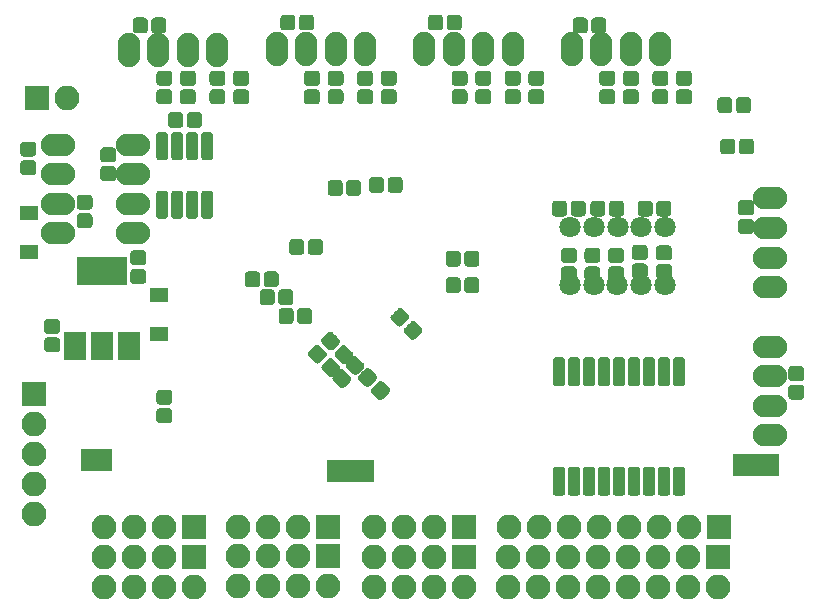
<source format=gbr>
G04 #@! TF.GenerationSoftware,KiCad,Pcbnew,(5.1.2)-1*
G04 #@! TF.CreationDate,2019-06-29T05:03:23+09:00*
G04 #@! TF.ProjectId,stm32f4_board_test,73746d33-3266-4345-9f62-6f6172645f74,rev?*
G04 #@! TF.SameCoordinates,Original*
G04 #@! TF.FileFunction,Soldermask,Bot*
G04 #@! TF.FilePolarity,Negative*
%FSLAX46Y46*%
G04 Gerber Fmt 4.6, Leading zero omitted, Abs format (unit mm)*
G04 Created by KiCad (PCBNEW (5.1.2)-1) date 2019-06-29 05:03:23*
%MOMM*%
%LPD*%
G04 APERTURE LIST*
%ADD10C,0.100000*%
%ADD11C,1.275000*%
%ADD12O,2.900000X1.900000*%
%ADD13R,2.100000X2.100000*%
%ADD14O,2.100000X2.100000*%
%ADD15R,4.200000X2.400000*%
%ADD16R,1.900000X2.400000*%
%ADD17C,1.000000*%
%ADD18R,1.400000X1.900000*%
%ADD19O,1.900000X2.900000*%
%ADD20R,1.600000X1.300000*%
%ADD21C,1.800000*%
G04 APERTURE END LIST*
D10*
G36*
X47137493Y-20076535D02*
G01*
X47168435Y-20081125D01*
X47198778Y-20088725D01*
X47228230Y-20099263D01*
X47256508Y-20112638D01*
X47283338Y-20128719D01*
X47308463Y-20147353D01*
X47331640Y-20168360D01*
X47352647Y-20191537D01*
X47371281Y-20216662D01*
X47387362Y-20243492D01*
X47400737Y-20271770D01*
X47411275Y-20301222D01*
X47418875Y-20331565D01*
X47423465Y-20362507D01*
X47425000Y-20393750D01*
X47425000Y-21031250D01*
X47423465Y-21062493D01*
X47418875Y-21093435D01*
X47411275Y-21123778D01*
X47400737Y-21153230D01*
X47387362Y-21181508D01*
X47371281Y-21208338D01*
X47352647Y-21233463D01*
X47331640Y-21256640D01*
X47308463Y-21277647D01*
X47283338Y-21296281D01*
X47256508Y-21312362D01*
X47228230Y-21325737D01*
X47198778Y-21336275D01*
X47168435Y-21343875D01*
X47137493Y-21348465D01*
X47106250Y-21350000D01*
X46393750Y-21350000D01*
X46362507Y-21348465D01*
X46331565Y-21343875D01*
X46301222Y-21336275D01*
X46271770Y-21325737D01*
X46243492Y-21312362D01*
X46216662Y-21296281D01*
X46191537Y-21277647D01*
X46168360Y-21256640D01*
X46147353Y-21233463D01*
X46128719Y-21208338D01*
X46112638Y-21181508D01*
X46099263Y-21153230D01*
X46088725Y-21123778D01*
X46081125Y-21093435D01*
X46076535Y-21062493D01*
X46075000Y-21031250D01*
X46075000Y-20393750D01*
X46076535Y-20362507D01*
X46081125Y-20331565D01*
X46088725Y-20301222D01*
X46099263Y-20271770D01*
X46112638Y-20243492D01*
X46128719Y-20216662D01*
X46147353Y-20191537D01*
X46168360Y-20168360D01*
X46191537Y-20147353D01*
X46216662Y-20128719D01*
X46243492Y-20112638D01*
X46271770Y-20099263D01*
X46301222Y-20088725D01*
X46331565Y-20081125D01*
X46362507Y-20076535D01*
X46393750Y-20075000D01*
X47106250Y-20075000D01*
X47137493Y-20076535D01*
X47137493Y-20076535D01*
G37*
D11*
X46750000Y-20712500D03*
D10*
G36*
X47137493Y-21651535D02*
G01*
X47168435Y-21656125D01*
X47198778Y-21663725D01*
X47228230Y-21674263D01*
X47256508Y-21687638D01*
X47283338Y-21703719D01*
X47308463Y-21722353D01*
X47331640Y-21743360D01*
X47352647Y-21766537D01*
X47371281Y-21791662D01*
X47387362Y-21818492D01*
X47400737Y-21846770D01*
X47411275Y-21876222D01*
X47418875Y-21906565D01*
X47423465Y-21937507D01*
X47425000Y-21968750D01*
X47425000Y-22606250D01*
X47423465Y-22637493D01*
X47418875Y-22668435D01*
X47411275Y-22698778D01*
X47400737Y-22728230D01*
X47387362Y-22756508D01*
X47371281Y-22783338D01*
X47352647Y-22808463D01*
X47331640Y-22831640D01*
X47308463Y-22852647D01*
X47283338Y-22871281D01*
X47256508Y-22887362D01*
X47228230Y-22900737D01*
X47198778Y-22911275D01*
X47168435Y-22918875D01*
X47137493Y-22923465D01*
X47106250Y-22925000D01*
X46393750Y-22925000D01*
X46362507Y-22923465D01*
X46331565Y-22918875D01*
X46301222Y-22911275D01*
X46271770Y-22900737D01*
X46243492Y-22887362D01*
X46216662Y-22871281D01*
X46191537Y-22852647D01*
X46168360Y-22831640D01*
X46147353Y-22808463D01*
X46128719Y-22783338D01*
X46112638Y-22756508D01*
X46099263Y-22728230D01*
X46088725Y-22698778D01*
X46081125Y-22668435D01*
X46076535Y-22637493D01*
X46075000Y-22606250D01*
X46075000Y-21968750D01*
X46076535Y-21937507D01*
X46081125Y-21906565D01*
X46088725Y-21876222D01*
X46099263Y-21846770D01*
X46112638Y-21818492D01*
X46128719Y-21791662D01*
X46147353Y-21766537D01*
X46168360Y-21743360D01*
X46191537Y-21722353D01*
X46216662Y-21703719D01*
X46243492Y-21687638D01*
X46271770Y-21674263D01*
X46301222Y-21663725D01*
X46331565Y-21656125D01*
X46362507Y-21651535D01*
X46393750Y-21650000D01*
X47106250Y-21650000D01*
X47137493Y-21651535D01*
X47137493Y-21651535D01*
G37*
D11*
X46750000Y-22287500D03*
D12*
X9890000Y-18850000D03*
X9890000Y-16350000D03*
X9890000Y-13850000D03*
X9890000Y-11350000D03*
D10*
G36*
X38887493Y-22576535D02*
G01*
X38918435Y-22581125D01*
X38948778Y-22588725D01*
X38978230Y-22599263D01*
X39006508Y-22612638D01*
X39033338Y-22628719D01*
X39058463Y-22647353D01*
X39081640Y-22668360D01*
X39102647Y-22691537D01*
X39121281Y-22716662D01*
X39137362Y-22743492D01*
X39150737Y-22771770D01*
X39161275Y-22801222D01*
X39168875Y-22831565D01*
X39173465Y-22862507D01*
X39175000Y-22893750D01*
X39175000Y-23606250D01*
X39173465Y-23637493D01*
X39168875Y-23668435D01*
X39161275Y-23698778D01*
X39150737Y-23728230D01*
X39137362Y-23756508D01*
X39121281Y-23783338D01*
X39102647Y-23808463D01*
X39081640Y-23831640D01*
X39058463Y-23852647D01*
X39033338Y-23871281D01*
X39006508Y-23887362D01*
X38978230Y-23900737D01*
X38948778Y-23911275D01*
X38918435Y-23918875D01*
X38887493Y-23923465D01*
X38856250Y-23925000D01*
X38218750Y-23925000D01*
X38187507Y-23923465D01*
X38156565Y-23918875D01*
X38126222Y-23911275D01*
X38096770Y-23900737D01*
X38068492Y-23887362D01*
X38041662Y-23871281D01*
X38016537Y-23852647D01*
X37993360Y-23831640D01*
X37972353Y-23808463D01*
X37953719Y-23783338D01*
X37937638Y-23756508D01*
X37924263Y-23728230D01*
X37913725Y-23698778D01*
X37906125Y-23668435D01*
X37901535Y-23637493D01*
X37900000Y-23606250D01*
X37900000Y-22893750D01*
X37901535Y-22862507D01*
X37906125Y-22831565D01*
X37913725Y-22801222D01*
X37924263Y-22771770D01*
X37937638Y-22743492D01*
X37953719Y-22716662D01*
X37972353Y-22691537D01*
X37993360Y-22668360D01*
X38016537Y-22647353D01*
X38041662Y-22628719D01*
X38068492Y-22612638D01*
X38096770Y-22599263D01*
X38126222Y-22588725D01*
X38156565Y-22581125D01*
X38187507Y-22576535D01*
X38218750Y-22575000D01*
X38856250Y-22575000D01*
X38887493Y-22576535D01*
X38887493Y-22576535D01*
G37*
D11*
X38537500Y-23250000D03*
D10*
G36*
X37312493Y-22576535D02*
G01*
X37343435Y-22581125D01*
X37373778Y-22588725D01*
X37403230Y-22599263D01*
X37431508Y-22612638D01*
X37458338Y-22628719D01*
X37483463Y-22647353D01*
X37506640Y-22668360D01*
X37527647Y-22691537D01*
X37546281Y-22716662D01*
X37562362Y-22743492D01*
X37575737Y-22771770D01*
X37586275Y-22801222D01*
X37593875Y-22831565D01*
X37598465Y-22862507D01*
X37600000Y-22893750D01*
X37600000Y-23606250D01*
X37598465Y-23637493D01*
X37593875Y-23668435D01*
X37586275Y-23698778D01*
X37575737Y-23728230D01*
X37562362Y-23756508D01*
X37546281Y-23783338D01*
X37527647Y-23808463D01*
X37506640Y-23831640D01*
X37483463Y-23852647D01*
X37458338Y-23871281D01*
X37431508Y-23887362D01*
X37403230Y-23900737D01*
X37373778Y-23911275D01*
X37343435Y-23918875D01*
X37312493Y-23923465D01*
X37281250Y-23925000D01*
X36643750Y-23925000D01*
X36612507Y-23923465D01*
X36581565Y-23918875D01*
X36551222Y-23911275D01*
X36521770Y-23900737D01*
X36493492Y-23887362D01*
X36466662Y-23871281D01*
X36441537Y-23852647D01*
X36418360Y-23831640D01*
X36397353Y-23808463D01*
X36378719Y-23783338D01*
X36362638Y-23756508D01*
X36349263Y-23728230D01*
X36338725Y-23698778D01*
X36331125Y-23668435D01*
X36326535Y-23637493D01*
X36325000Y-23606250D01*
X36325000Y-22893750D01*
X36326535Y-22862507D01*
X36331125Y-22831565D01*
X36338725Y-22801222D01*
X36349263Y-22771770D01*
X36362638Y-22743492D01*
X36378719Y-22716662D01*
X36397353Y-22691537D01*
X36418360Y-22668360D01*
X36441537Y-22647353D01*
X36466662Y-22628719D01*
X36493492Y-22612638D01*
X36521770Y-22599263D01*
X36551222Y-22588725D01*
X36581565Y-22581125D01*
X36612507Y-22576535D01*
X36643750Y-22575000D01*
X37281250Y-22575000D01*
X37312493Y-22576535D01*
X37312493Y-22576535D01*
G37*
D11*
X36962500Y-23250000D03*
D10*
G36*
X30812493Y-14076535D02*
G01*
X30843435Y-14081125D01*
X30873778Y-14088725D01*
X30903230Y-14099263D01*
X30931508Y-14112638D01*
X30958338Y-14128719D01*
X30983463Y-14147353D01*
X31006640Y-14168360D01*
X31027647Y-14191537D01*
X31046281Y-14216662D01*
X31062362Y-14243492D01*
X31075737Y-14271770D01*
X31086275Y-14301222D01*
X31093875Y-14331565D01*
X31098465Y-14362507D01*
X31100000Y-14393750D01*
X31100000Y-15106250D01*
X31098465Y-15137493D01*
X31093875Y-15168435D01*
X31086275Y-15198778D01*
X31075737Y-15228230D01*
X31062362Y-15256508D01*
X31046281Y-15283338D01*
X31027647Y-15308463D01*
X31006640Y-15331640D01*
X30983463Y-15352647D01*
X30958338Y-15371281D01*
X30931508Y-15387362D01*
X30903230Y-15400737D01*
X30873778Y-15411275D01*
X30843435Y-15418875D01*
X30812493Y-15423465D01*
X30781250Y-15425000D01*
X30143750Y-15425000D01*
X30112507Y-15423465D01*
X30081565Y-15418875D01*
X30051222Y-15411275D01*
X30021770Y-15400737D01*
X29993492Y-15387362D01*
X29966662Y-15371281D01*
X29941537Y-15352647D01*
X29918360Y-15331640D01*
X29897353Y-15308463D01*
X29878719Y-15283338D01*
X29862638Y-15256508D01*
X29849263Y-15228230D01*
X29838725Y-15198778D01*
X29831125Y-15168435D01*
X29826535Y-15137493D01*
X29825000Y-15106250D01*
X29825000Y-14393750D01*
X29826535Y-14362507D01*
X29831125Y-14331565D01*
X29838725Y-14301222D01*
X29849263Y-14271770D01*
X29862638Y-14243492D01*
X29878719Y-14216662D01*
X29897353Y-14191537D01*
X29918360Y-14168360D01*
X29941537Y-14147353D01*
X29966662Y-14128719D01*
X29993492Y-14112638D01*
X30021770Y-14099263D01*
X30051222Y-14088725D01*
X30081565Y-14081125D01*
X30112507Y-14076535D01*
X30143750Y-14075000D01*
X30781250Y-14075000D01*
X30812493Y-14076535D01*
X30812493Y-14076535D01*
G37*
D11*
X30462500Y-14750000D03*
D10*
G36*
X32387493Y-14076535D02*
G01*
X32418435Y-14081125D01*
X32448778Y-14088725D01*
X32478230Y-14099263D01*
X32506508Y-14112638D01*
X32533338Y-14128719D01*
X32558463Y-14147353D01*
X32581640Y-14168360D01*
X32602647Y-14191537D01*
X32621281Y-14216662D01*
X32637362Y-14243492D01*
X32650737Y-14271770D01*
X32661275Y-14301222D01*
X32668875Y-14331565D01*
X32673465Y-14362507D01*
X32675000Y-14393750D01*
X32675000Y-15106250D01*
X32673465Y-15137493D01*
X32668875Y-15168435D01*
X32661275Y-15198778D01*
X32650737Y-15228230D01*
X32637362Y-15256508D01*
X32621281Y-15283338D01*
X32602647Y-15308463D01*
X32581640Y-15331640D01*
X32558463Y-15352647D01*
X32533338Y-15371281D01*
X32506508Y-15387362D01*
X32478230Y-15400737D01*
X32448778Y-15411275D01*
X32418435Y-15418875D01*
X32387493Y-15423465D01*
X32356250Y-15425000D01*
X31718750Y-15425000D01*
X31687507Y-15423465D01*
X31656565Y-15418875D01*
X31626222Y-15411275D01*
X31596770Y-15400737D01*
X31568492Y-15387362D01*
X31541662Y-15371281D01*
X31516537Y-15352647D01*
X31493360Y-15331640D01*
X31472353Y-15308463D01*
X31453719Y-15283338D01*
X31437638Y-15256508D01*
X31424263Y-15228230D01*
X31413725Y-15198778D01*
X31406125Y-15168435D01*
X31401535Y-15137493D01*
X31400000Y-15106250D01*
X31400000Y-14393750D01*
X31401535Y-14362507D01*
X31406125Y-14331565D01*
X31413725Y-14301222D01*
X31424263Y-14271770D01*
X31437638Y-14243492D01*
X31453719Y-14216662D01*
X31472353Y-14191537D01*
X31493360Y-14168360D01*
X31516537Y-14147353D01*
X31541662Y-14128719D01*
X31568492Y-14112638D01*
X31596770Y-14099263D01*
X31626222Y-14088725D01*
X31656565Y-14081125D01*
X31687507Y-14076535D01*
X31718750Y-14075000D01*
X32356250Y-14075000D01*
X32387493Y-14076535D01*
X32387493Y-14076535D01*
G37*
D11*
X32037500Y-14750000D03*
D10*
G36*
X48062493Y-576535D02*
G01*
X48093435Y-581125D01*
X48123778Y-588725D01*
X48153230Y-599263D01*
X48181508Y-612638D01*
X48208338Y-628719D01*
X48233463Y-647353D01*
X48256640Y-668360D01*
X48277647Y-691537D01*
X48296281Y-716662D01*
X48312362Y-743492D01*
X48325737Y-771770D01*
X48336275Y-801222D01*
X48343875Y-831565D01*
X48348465Y-862507D01*
X48350000Y-893750D01*
X48350000Y-1606250D01*
X48348465Y-1637493D01*
X48343875Y-1668435D01*
X48336275Y-1698778D01*
X48325737Y-1728230D01*
X48312362Y-1756508D01*
X48296281Y-1783338D01*
X48277647Y-1808463D01*
X48256640Y-1831640D01*
X48233463Y-1852647D01*
X48208338Y-1871281D01*
X48181508Y-1887362D01*
X48153230Y-1900737D01*
X48123778Y-1911275D01*
X48093435Y-1918875D01*
X48062493Y-1923465D01*
X48031250Y-1925000D01*
X47393750Y-1925000D01*
X47362507Y-1923465D01*
X47331565Y-1918875D01*
X47301222Y-1911275D01*
X47271770Y-1900737D01*
X47243492Y-1887362D01*
X47216662Y-1871281D01*
X47191537Y-1852647D01*
X47168360Y-1831640D01*
X47147353Y-1808463D01*
X47128719Y-1783338D01*
X47112638Y-1756508D01*
X47099263Y-1728230D01*
X47088725Y-1698778D01*
X47081125Y-1668435D01*
X47076535Y-1637493D01*
X47075000Y-1606250D01*
X47075000Y-893750D01*
X47076535Y-862507D01*
X47081125Y-831565D01*
X47088725Y-801222D01*
X47099263Y-771770D01*
X47112638Y-743492D01*
X47128719Y-716662D01*
X47147353Y-691537D01*
X47168360Y-668360D01*
X47191537Y-647353D01*
X47216662Y-628719D01*
X47243492Y-612638D01*
X47271770Y-599263D01*
X47301222Y-588725D01*
X47331565Y-581125D01*
X47362507Y-576535D01*
X47393750Y-575000D01*
X48031250Y-575000D01*
X48062493Y-576535D01*
X48062493Y-576535D01*
G37*
D11*
X47712500Y-1250000D03*
D10*
G36*
X49637493Y-576535D02*
G01*
X49668435Y-581125D01*
X49698778Y-588725D01*
X49728230Y-599263D01*
X49756508Y-612638D01*
X49783338Y-628719D01*
X49808463Y-647353D01*
X49831640Y-668360D01*
X49852647Y-691537D01*
X49871281Y-716662D01*
X49887362Y-743492D01*
X49900737Y-771770D01*
X49911275Y-801222D01*
X49918875Y-831565D01*
X49923465Y-862507D01*
X49925000Y-893750D01*
X49925000Y-1606250D01*
X49923465Y-1637493D01*
X49918875Y-1668435D01*
X49911275Y-1698778D01*
X49900737Y-1728230D01*
X49887362Y-1756508D01*
X49871281Y-1783338D01*
X49852647Y-1808463D01*
X49831640Y-1831640D01*
X49808463Y-1852647D01*
X49783338Y-1871281D01*
X49756508Y-1887362D01*
X49728230Y-1900737D01*
X49698778Y-1911275D01*
X49668435Y-1918875D01*
X49637493Y-1923465D01*
X49606250Y-1925000D01*
X48968750Y-1925000D01*
X48937507Y-1923465D01*
X48906565Y-1918875D01*
X48876222Y-1911275D01*
X48846770Y-1900737D01*
X48818492Y-1887362D01*
X48791662Y-1871281D01*
X48766537Y-1852647D01*
X48743360Y-1831640D01*
X48722353Y-1808463D01*
X48703719Y-1783338D01*
X48687638Y-1756508D01*
X48674263Y-1728230D01*
X48663725Y-1698778D01*
X48656125Y-1668435D01*
X48651535Y-1637493D01*
X48650000Y-1606250D01*
X48650000Y-893750D01*
X48651535Y-862507D01*
X48656125Y-831565D01*
X48663725Y-801222D01*
X48674263Y-771770D01*
X48687638Y-743492D01*
X48703719Y-716662D01*
X48722353Y-691537D01*
X48743360Y-668360D01*
X48766537Y-647353D01*
X48791662Y-628719D01*
X48818492Y-612638D01*
X48846770Y-599263D01*
X48876222Y-588725D01*
X48906565Y-581125D01*
X48937507Y-576535D01*
X48968750Y-575000D01*
X49606250Y-575000D01*
X49637493Y-576535D01*
X49637493Y-576535D01*
G37*
D11*
X49287500Y-1250000D03*
D10*
G36*
X37387493Y-326535D02*
G01*
X37418435Y-331125D01*
X37448778Y-338725D01*
X37478230Y-349263D01*
X37506508Y-362638D01*
X37533338Y-378719D01*
X37558463Y-397353D01*
X37581640Y-418360D01*
X37602647Y-441537D01*
X37621281Y-466662D01*
X37637362Y-493492D01*
X37650737Y-521770D01*
X37661275Y-551222D01*
X37668875Y-581565D01*
X37673465Y-612507D01*
X37675000Y-643750D01*
X37675000Y-1356250D01*
X37673465Y-1387493D01*
X37668875Y-1418435D01*
X37661275Y-1448778D01*
X37650737Y-1478230D01*
X37637362Y-1506508D01*
X37621281Y-1533338D01*
X37602647Y-1558463D01*
X37581640Y-1581640D01*
X37558463Y-1602647D01*
X37533338Y-1621281D01*
X37506508Y-1637362D01*
X37478230Y-1650737D01*
X37448778Y-1661275D01*
X37418435Y-1668875D01*
X37387493Y-1673465D01*
X37356250Y-1675000D01*
X36718750Y-1675000D01*
X36687507Y-1673465D01*
X36656565Y-1668875D01*
X36626222Y-1661275D01*
X36596770Y-1650737D01*
X36568492Y-1637362D01*
X36541662Y-1621281D01*
X36516537Y-1602647D01*
X36493360Y-1581640D01*
X36472353Y-1558463D01*
X36453719Y-1533338D01*
X36437638Y-1506508D01*
X36424263Y-1478230D01*
X36413725Y-1448778D01*
X36406125Y-1418435D01*
X36401535Y-1387493D01*
X36400000Y-1356250D01*
X36400000Y-643750D01*
X36401535Y-612507D01*
X36406125Y-581565D01*
X36413725Y-551222D01*
X36424263Y-521770D01*
X36437638Y-493492D01*
X36453719Y-466662D01*
X36472353Y-441537D01*
X36493360Y-418360D01*
X36516537Y-397353D01*
X36541662Y-378719D01*
X36568492Y-362638D01*
X36596770Y-349263D01*
X36626222Y-338725D01*
X36656565Y-331125D01*
X36687507Y-326535D01*
X36718750Y-325000D01*
X37356250Y-325000D01*
X37387493Y-326535D01*
X37387493Y-326535D01*
G37*
D11*
X37037500Y-1000000D03*
D10*
G36*
X35812493Y-326535D02*
G01*
X35843435Y-331125D01*
X35873778Y-338725D01*
X35903230Y-349263D01*
X35931508Y-362638D01*
X35958338Y-378719D01*
X35983463Y-397353D01*
X36006640Y-418360D01*
X36027647Y-441537D01*
X36046281Y-466662D01*
X36062362Y-493492D01*
X36075737Y-521770D01*
X36086275Y-551222D01*
X36093875Y-581565D01*
X36098465Y-612507D01*
X36100000Y-643750D01*
X36100000Y-1356250D01*
X36098465Y-1387493D01*
X36093875Y-1418435D01*
X36086275Y-1448778D01*
X36075737Y-1478230D01*
X36062362Y-1506508D01*
X36046281Y-1533338D01*
X36027647Y-1558463D01*
X36006640Y-1581640D01*
X35983463Y-1602647D01*
X35958338Y-1621281D01*
X35931508Y-1637362D01*
X35903230Y-1650737D01*
X35873778Y-1661275D01*
X35843435Y-1668875D01*
X35812493Y-1673465D01*
X35781250Y-1675000D01*
X35143750Y-1675000D01*
X35112507Y-1673465D01*
X35081565Y-1668875D01*
X35051222Y-1661275D01*
X35021770Y-1650737D01*
X34993492Y-1637362D01*
X34966662Y-1621281D01*
X34941537Y-1602647D01*
X34918360Y-1581640D01*
X34897353Y-1558463D01*
X34878719Y-1533338D01*
X34862638Y-1506508D01*
X34849263Y-1478230D01*
X34838725Y-1448778D01*
X34831125Y-1418435D01*
X34826535Y-1387493D01*
X34825000Y-1356250D01*
X34825000Y-643750D01*
X34826535Y-612507D01*
X34831125Y-581565D01*
X34838725Y-551222D01*
X34849263Y-521770D01*
X34862638Y-493492D01*
X34878719Y-466662D01*
X34897353Y-441537D01*
X34918360Y-418360D01*
X34941537Y-397353D01*
X34966662Y-378719D01*
X34993492Y-362638D01*
X35021770Y-349263D01*
X35051222Y-338725D01*
X35081565Y-331125D01*
X35112507Y-326535D01*
X35143750Y-325000D01*
X35781250Y-325000D01*
X35812493Y-326535D01*
X35812493Y-326535D01*
G37*
D11*
X35462500Y-1000000D03*
D10*
G36*
X23312493Y-326535D02*
G01*
X23343435Y-331125D01*
X23373778Y-338725D01*
X23403230Y-349263D01*
X23431508Y-362638D01*
X23458338Y-378719D01*
X23483463Y-397353D01*
X23506640Y-418360D01*
X23527647Y-441537D01*
X23546281Y-466662D01*
X23562362Y-493492D01*
X23575737Y-521770D01*
X23586275Y-551222D01*
X23593875Y-581565D01*
X23598465Y-612507D01*
X23600000Y-643750D01*
X23600000Y-1356250D01*
X23598465Y-1387493D01*
X23593875Y-1418435D01*
X23586275Y-1448778D01*
X23575737Y-1478230D01*
X23562362Y-1506508D01*
X23546281Y-1533338D01*
X23527647Y-1558463D01*
X23506640Y-1581640D01*
X23483463Y-1602647D01*
X23458338Y-1621281D01*
X23431508Y-1637362D01*
X23403230Y-1650737D01*
X23373778Y-1661275D01*
X23343435Y-1668875D01*
X23312493Y-1673465D01*
X23281250Y-1675000D01*
X22643750Y-1675000D01*
X22612507Y-1673465D01*
X22581565Y-1668875D01*
X22551222Y-1661275D01*
X22521770Y-1650737D01*
X22493492Y-1637362D01*
X22466662Y-1621281D01*
X22441537Y-1602647D01*
X22418360Y-1581640D01*
X22397353Y-1558463D01*
X22378719Y-1533338D01*
X22362638Y-1506508D01*
X22349263Y-1478230D01*
X22338725Y-1448778D01*
X22331125Y-1418435D01*
X22326535Y-1387493D01*
X22325000Y-1356250D01*
X22325000Y-643750D01*
X22326535Y-612507D01*
X22331125Y-581565D01*
X22338725Y-551222D01*
X22349263Y-521770D01*
X22362638Y-493492D01*
X22378719Y-466662D01*
X22397353Y-441537D01*
X22418360Y-418360D01*
X22441537Y-397353D01*
X22466662Y-378719D01*
X22493492Y-362638D01*
X22521770Y-349263D01*
X22551222Y-338725D01*
X22581565Y-331125D01*
X22612507Y-326535D01*
X22643750Y-325000D01*
X23281250Y-325000D01*
X23312493Y-326535D01*
X23312493Y-326535D01*
G37*
D11*
X22962500Y-1000000D03*
D10*
G36*
X24887493Y-326535D02*
G01*
X24918435Y-331125D01*
X24948778Y-338725D01*
X24978230Y-349263D01*
X25006508Y-362638D01*
X25033338Y-378719D01*
X25058463Y-397353D01*
X25081640Y-418360D01*
X25102647Y-441537D01*
X25121281Y-466662D01*
X25137362Y-493492D01*
X25150737Y-521770D01*
X25161275Y-551222D01*
X25168875Y-581565D01*
X25173465Y-612507D01*
X25175000Y-643750D01*
X25175000Y-1356250D01*
X25173465Y-1387493D01*
X25168875Y-1418435D01*
X25161275Y-1448778D01*
X25150737Y-1478230D01*
X25137362Y-1506508D01*
X25121281Y-1533338D01*
X25102647Y-1558463D01*
X25081640Y-1581640D01*
X25058463Y-1602647D01*
X25033338Y-1621281D01*
X25006508Y-1637362D01*
X24978230Y-1650737D01*
X24948778Y-1661275D01*
X24918435Y-1668875D01*
X24887493Y-1673465D01*
X24856250Y-1675000D01*
X24218750Y-1675000D01*
X24187507Y-1673465D01*
X24156565Y-1668875D01*
X24126222Y-1661275D01*
X24096770Y-1650737D01*
X24068492Y-1637362D01*
X24041662Y-1621281D01*
X24016537Y-1602647D01*
X23993360Y-1581640D01*
X23972353Y-1558463D01*
X23953719Y-1533338D01*
X23937638Y-1506508D01*
X23924263Y-1478230D01*
X23913725Y-1448778D01*
X23906125Y-1418435D01*
X23901535Y-1387493D01*
X23900000Y-1356250D01*
X23900000Y-643750D01*
X23901535Y-612507D01*
X23906125Y-581565D01*
X23913725Y-551222D01*
X23924263Y-521770D01*
X23937638Y-493492D01*
X23953719Y-466662D01*
X23972353Y-441537D01*
X23993360Y-418360D01*
X24016537Y-397353D01*
X24041662Y-378719D01*
X24068492Y-362638D01*
X24096770Y-349263D01*
X24126222Y-338725D01*
X24156565Y-331125D01*
X24187507Y-326535D01*
X24218750Y-325000D01*
X24856250Y-325000D01*
X24887493Y-326535D01*
X24887493Y-326535D01*
G37*
D11*
X24537500Y-1000000D03*
D10*
G36*
X62137493Y-17614035D02*
G01*
X62168435Y-17618625D01*
X62198778Y-17626225D01*
X62228230Y-17636763D01*
X62256508Y-17650138D01*
X62283338Y-17666219D01*
X62308463Y-17684853D01*
X62331640Y-17705860D01*
X62352647Y-17729037D01*
X62371281Y-17754162D01*
X62387362Y-17780992D01*
X62400737Y-17809270D01*
X62411275Y-17838722D01*
X62418875Y-17869065D01*
X62423465Y-17900007D01*
X62425000Y-17931250D01*
X62425000Y-18568750D01*
X62423465Y-18599993D01*
X62418875Y-18630935D01*
X62411275Y-18661278D01*
X62400737Y-18690730D01*
X62387362Y-18719008D01*
X62371281Y-18745838D01*
X62352647Y-18770963D01*
X62331640Y-18794140D01*
X62308463Y-18815147D01*
X62283338Y-18833781D01*
X62256508Y-18849862D01*
X62228230Y-18863237D01*
X62198778Y-18873775D01*
X62168435Y-18881375D01*
X62137493Y-18885965D01*
X62106250Y-18887500D01*
X61393750Y-18887500D01*
X61362507Y-18885965D01*
X61331565Y-18881375D01*
X61301222Y-18873775D01*
X61271770Y-18863237D01*
X61243492Y-18849862D01*
X61216662Y-18833781D01*
X61191537Y-18815147D01*
X61168360Y-18794140D01*
X61147353Y-18770963D01*
X61128719Y-18745838D01*
X61112638Y-18719008D01*
X61099263Y-18690730D01*
X61088725Y-18661278D01*
X61081125Y-18630935D01*
X61076535Y-18599993D01*
X61075000Y-18568750D01*
X61075000Y-17931250D01*
X61076535Y-17900007D01*
X61081125Y-17869065D01*
X61088725Y-17838722D01*
X61099263Y-17809270D01*
X61112638Y-17780992D01*
X61128719Y-17754162D01*
X61147353Y-17729037D01*
X61168360Y-17705860D01*
X61191537Y-17684853D01*
X61216662Y-17666219D01*
X61243492Y-17650138D01*
X61271770Y-17636763D01*
X61301222Y-17626225D01*
X61331565Y-17618625D01*
X61362507Y-17614035D01*
X61393750Y-17612500D01*
X62106250Y-17612500D01*
X62137493Y-17614035D01*
X62137493Y-17614035D01*
G37*
D11*
X61750000Y-18250000D03*
D10*
G36*
X62137493Y-16039035D02*
G01*
X62168435Y-16043625D01*
X62198778Y-16051225D01*
X62228230Y-16061763D01*
X62256508Y-16075138D01*
X62283338Y-16091219D01*
X62308463Y-16109853D01*
X62331640Y-16130860D01*
X62352647Y-16154037D01*
X62371281Y-16179162D01*
X62387362Y-16205992D01*
X62400737Y-16234270D01*
X62411275Y-16263722D01*
X62418875Y-16294065D01*
X62423465Y-16325007D01*
X62425000Y-16356250D01*
X62425000Y-16993750D01*
X62423465Y-17024993D01*
X62418875Y-17055935D01*
X62411275Y-17086278D01*
X62400737Y-17115730D01*
X62387362Y-17144008D01*
X62371281Y-17170838D01*
X62352647Y-17195963D01*
X62331640Y-17219140D01*
X62308463Y-17240147D01*
X62283338Y-17258781D01*
X62256508Y-17274862D01*
X62228230Y-17288237D01*
X62198778Y-17298775D01*
X62168435Y-17306375D01*
X62137493Y-17310965D01*
X62106250Y-17312500D01*
X61393750Y-17312500D01*
X61362507Y-17310965D01*
X61331565Y-17306375D01*
X61301222Y-17298775D01*
X61271770Y-17288237D01*
X61243492Y-17274862D01*
X61216662Y-17258781D01*
X61191537Y-17240147D01*
X61168360Y-17219140D01*
X61147353Y-17195963D01*
X61128719Y-17170838D01*
X61112638Y-17144008D01*
X61099263Y-17115730D01*
X61088725Y-17086278D01*
X61081125Y-17055935D01*
X61076535Y-17024993D01*
X61075000Y-16993750D01*
X61075000Y-16356250D01*
X61076535Y-16325007D01*
X61081125Y-16294065D01*
X61088725Y-16263722D01*
X61099263Y-16234270D01*
X61112638Y-16205992D01*
X61128719Y-16179162D01*
X61147353Y-16154037D01*
X61168360Y-16130860D01*
X61191537Y-16109853D01*
X61216662Y-16091219D01*
X61243492Y-16075138D01*
X61271770Y-16061763D01*
X61301222Y-16051225D01*
X61331565Y-16043625D01*
X61362507Y-16039035D01*
X61393750Y-16037500D01*
X62106250Y-16037500D01*
X62137493Y-16039035D01*
X62137493Y-16039035D01*
G37*
D11*
X61750000Y-16675000D03*
D10*
G36*
X12887493Y-32076535D02*
G01*
X12918435Y-32081125D01*
X12948778Y-32088725D01*
X12978230Y-32099263D01*
X13006508Y-32112638D01*
X13033338Y-32128719D01*
X13058463Y-32147353D01*
X13081640Y-32168360D01*
X13102647Y-32191537D01*
X13121281Y-32216662D01*
X13137362Y-32243492D01*
X13150737Y-32271770D01*
X13161275Y-32301222D01*
X13168875Y-32331565D01*
X13173465Y-32362507D01*
X13175000Y-32393750D01*
X13175000Y-33031250D01*
X13173465Y-33062493D01*
X13168875Y-33093435D01*
X13161275Y-33123778D01*
X13150737Y-33153230D01*
X13137362Y-33181508D01*
X13121281Y-33208338D01*
X13102647Y-33233463D01*
X13081640Y-33256640D01*
X13058463Y-33277647D01*
X13033338Y-33296281D01*
X13006508Y-33312362D01*
X12978230Y-33325737D01*
X12948778Y-33336275D01*
X12918435Y-33343875D01*
X12887493Y-33348465D01*
X12856250Y-33350000D01*
X12143750Y-33350000D01*
X12112507Y-33348465D01*
X12081565Y-33343875D01*
X12051222Y-33336275D01*
X12021770Y-33325737D01*
X11993492Y-33312362D01*
X11966662Y-33296281D01*
X11941537Y-33277647D01*
X11918360Y-33256640D01*
X11897353Y-33233463D01*
X11878719Y-33208338D01*
X11862638Y-33181508D01*
X11849263Y-33153230D01*
X11838725Y-33123778D01*
X11831125Y-33093435D01*
X11826535Y-33062493D01*
X11825000Y-33031250D01*
X11825000Y-32393750D01*
X11826535Y-32362507D01*
X11831125Y-32331565D01*
X11838725Y-32301222D01*
X11849263Y-32271770D01*
X11862638Y-32243492D01*
X11878719Y-32216662D01*
X11897353Y-32191537D01*
X11918360Y-32168360D01*
X11941537Y-32147353D01*
X11966662Y-32128719D01*
X11993492Y-32112638D01*
X12021770Y-32099263D01*
X12051222Y-32088725D01*
X12081565Y-32081125D01*
X12112507Y-32076535D01*
X12143750Y-32075000D01*
X12856250Y-32075000D01*
X12887493Y-32076535D01*
X12887493Y-32076535D01*
G37*
D11*
X12500000Y-32712500D03*
D10*
G36*
X12887493Y-33651535D02*
G01*
X12918435Y-33656125D01*
X12948778Y-33663725D01*
X12978230Y-33674263D01*
X13006508Y-33687638D01*
X13033338Y-33703719D01*
X13058463Y-33722353D01*
X13081640Y-33743360D01*
X13102647Y-33766537D01*
X13121281Y-33791662D01*
X13137362Y-33818492D01*
X13150737Y-33846770D01*
X13161275Y-33876222D01*
X13168875Y-33906565D01*
X13173465Y-33937507D01*
X13175000Y-33968750D01*
X13175000Y-34606250D01*
X13173465Y-34637493D01*
X13168875Y-34668435D01*
X13161275Y-34698778D01*
X13150737Y-34728230D01*
X13137362Y-34756508D01*
X13121281Y-34783338D01*
X13102647Y-34808463D01*
X13081640Y-34831640D01*
X13058463Y-34852647D01*
X13033338Y-34871281D01*
X13006508Y-34887362D01*
X12978230Y-34900737D01*
X12948778Y-34911275D01*
X12918435Y-34918875D01*
X12887493Y-34923465D01*
X12856250Y-34925000D01*
X12143750Y-34925000D01*
X12112507Y-34923465D01*
X12081565Y-34918875D01*
X12051222Y-34911275D01*
X12021770Y-34900737D01*
X11993492Y-34887362D01*
X11966662Y-34871281D01*
X11941537Y-34852647D01*
X11918360Y-34831640D01*
X11897353Y-34808463D01*
X11878719Y-34783338D01*
X11862638Y-34756508D01*
X11849263Y-34728230D01*
X11838725Y-34698778D01*
X11831125Y-34668435D01*
X11826535Y-34637493D01*
X11825000Y-34606250D01*
X11825000Y-33968750D01*
X11826535Y-33937507D01*
X11831125Y-33906565D01*
X11838725Y-33876222D01*
X11849263Y-33846770D01*
X11862638Y-33818492D01*
X11878719Y-33791662D01*
X11897353Y-33766537D01*
X11918360Y-33743360D01*
X11941537Y-33722353D01*
X11966662Y-33703719D01*
X11993492Y-33687638D01*
X12021770Y-33674263D01*
X12051222Y-33663725D01*
X12081565Y-33656125D01*
X12112507Y-33651535D01*
X12143750Y-33650000D01*
X12856250Y-33650000D01*
X12887493Y-33651535D01*
X12887493Y-33651535D01*
G37*
D11*
X12500000Y-34287500D03*
D10*
G36*
X3387493Y-27651535D02*
G01*
X3418435Y-27656125D01*
X3448778Y-27663725D01*
X3478230Y-27674263D01*
X3506508Y-27687638D01*
X3533338Y-27703719D01*
X3558463Y-27722353D01*
X3581640Y-27743360D01*
X3602647Y-27766537D01*
X3621281Y-27791662D01*
X3637362Y-27818492D01*
X3650737Y-27846770D01*
X3661275Y-27876222D01*
X3668875Y-27906565D01*
X3673465Y-27937507D01*
X3675000Y-27968750D01*
X3675000Y-28606250D01*
X3673465Y-28637493D01*
X3668875Y-28668435D01*
X3661275Y-28698778D01*
X3650737Y-28728230D01*
X3637362Y-28756508D01*
X3621281Y-28783338D01*
X3602647Y-28808463D01*
X3581640Y-28831640D01*
X3558463Y-28852647D01*
X3533338Y-28871281D01*
X3506508Y-28887362D01*
X3478230Y-28900737D01*
X3448778Y-28911275D01*
X3418435Y-28918875D01*
X3387493Y-28923465D01*
X3356250Y-28925000D01*
X2643750Y-28925000D01*
X2612507Y-28923465D01*
X2581565Y-28918875D01*
X2551222Y-28911275D01*
X2521770Y-28900737D01*
X2493492Y-28887362D01*
X2466662Y-28871281D01*
X2441537Y-28852647D01*
X2418360Y-28831640D01*
X2397353Y-28808463D01*
X2378719Y-28783338D01*
X2362638Y-28756508D01*
X2349263Y-28728230D01*
X2338725Y-28698778D01*
X2331125Y-28668435D01*
X2326535Y-28637493D01*
X2325000Y-28606250D01*
X2325000Y-27968750D01*
X2326535Y-27937507D01*
X2331125Y-27906565D01*
X2338725Y-27876222D01*
X2349263Y-27846770D01*
X2362638Y-27818492D01*
X2378719Y-27791662D01*
X2397353Y-27766537D01*
X2418360Y-27743360D01*
X2441537Y-27722353D01*
X2466662Y-27703719D01*
X2493492Y-27687638D01*
X2521770Y-27674263D01*
X2551222Y-27663725D01*
X2581565Y-27656125D01*
X2612507Y-27651535D01*
X2643750Y-27650000D01*
X3356250Y-27650000D01*
X3387493Y-27651535D01*
X3387493Y-27651535D01*
G37*
D11*
X3000000Y-28287500D03*
D10*
G36*
X3387493Y-26076535D02*
G01*
X3418435Y-26081125D01*
X3448778Y-26088725D01*
X3478230Y-26099263D01*
X3506508Y-26112638D01*
X3533338Y-26128719D01*
X3558463Y-26147353D01*
X3581640Y-26168360D01*
X3602647Y-26191537D01*
X3621281Y-26216662D01*
X3637362Y-26243492D01*
X3650737Y-26271770D01*
X3661275Y-26301222D01*
X3668875Y-26331565D01*
X3673465Y-26362507D01*
X3675000Y-26393750D01*
X3675000Y-27031250D01*
X3673465Y-27062493D01*
X3668875Y-27093435D01*
X3661275Y-27123778D01*
X3650737Y-27153230D01*
X3637362Y-27181508D01*
X3621281Y-27208338D01*
X3602647Y-27233463D01*
X3581640Y-27256640D01*
X3558463Y-27277647D01*
X3533338Y-27296281D01*
X3506508Y-27312362D01*
X3478230Y-27325737D01*
X3448778Y-27336275D01*
X3418435Y-27343875D01*
X3387493Y-27348465D01*
X3356250Y-27350000D01*
X2643750Y-27350000D01*
X2612507Y-27348465D01*
X2581565Y-27343875D01*
X2551222Y-27336275D01*
X2521770Y-27325737D01*
X2493492Y-27312362D01*
X2466662Y-27296281D01*
X2441537Y-27277647D01*
X2418360Y-27256640D01*
X2397353Y-27233463D01*
X2378719Y-27208338D01*
X2362638Y-27181508D01*
X2349263Y-27153230D01*
X2338725Y-27123778D01*
X2331125Y-27093435D01*
X2326535Y-27062493D01*
X2325000Y-27031250D01*
X2325000Y-26393750D01*
X2326535Y-26362507D01*
X2331125Y-26331565D01*
X2338725Y-26301222D01*
X2349263Y-26271770D01*
X2362638Y-26243492D01*
X2378719Y-26216662D01*
X2397353Y-26191537D01*
X2418360Y-26168360D01*
X2441537Y-26147353D01*
X2466662Y-26128719D01*
X2493492Y-26112638D01*
X2521770Y-26099263D01*
X2551222Y-26088725D01*
X2581565Y-26081125D01*
X2612507Y-26076535D01*
X2643750Y-26075000D01*
X3356250Y-26075000D01*
X3387493Y-26076535D01*
X3387493Y-26076535D01*
G37*
D11*
X3000000Y-26712500D03*
D10*
G36*
X10677493Y-20286535D02*
G01*
X10708435Y-20291125D01*
X10738778Y-20298725D01*
X10768230Y-20309263D01*
X10796508Y-20322638D01*
X10823338Y-20338719D01*
X10848463Y-20357353D01*
X10871640Y-20378360D01*
X10892647Y-20401537D01*
X10911281Y-20426662D01*
X10927362Y-20453492D01*
X10940737Y-20481770D01*
X10951275Y-20511222D01*
X10958875Y-20541565D01*
X10963465Y-20572507D01*
X10965000Y-20603750D01*
X10965000Y-21241250D01*
X10963465Y-21272493D01*
X10958875Y-21303435D01*
X10951275Y-21333778D01*
X10940737Y-21363230D01*
X10927362Y-21391508D01*
X10911281Y-21418338D01*
X10892647Y-21443463D01*
X10871640Y-21466640D01*
X10848463Y-21487647D01*
X10823338Y-21506281D01*
X10796508Y-21522362D01*
X10768230Y-21535737D01*
X10738778Y-21546275D01*
X10708435Y-21553875D01*
X10677493Y-21558465D01*
X10646250Y-21560000D01*
X9933750Y-21560000D01*
X9902507Y-21558465D01*
X9871565Y-21553875D01*
X9841222Y-21546275D01*
X9811770Y-21535737D01*
X9783492Y-21522362D01*
X9756662Y-21506281D01*
X9731537Y-21487647D01*
X9708360Y-21466640D01*
X9687353Y-21443463D01*
X9668719Y-21418338D01*
X9652638Y-21391508D01*
X9639263Y-21363230D01*
X9628725Y-21333778D01*
X9621125Y-21303435D01*
X9616535Y-21272493D01*
X9615000Y-21241250D01*
X9615000Y-20603750D01*
X9616535Y-20572507D01*
X9621125Y-20541565D01*
X9628725Y-20511222D01*
X9639263Y-20481770D01*
X9652638Y-20453492D01*
X9668719Y-20426662D01*
X9687353Y-20401537D01*
X9708360Y-20378360D01*
X9731537Y-20357353D01*
X9756662Y-20338719D01*
X9783492Y-20322638D01*
X9811770Y-20309263D01*
X9841222Y-20298725D01*
X9871565Y-20291125D01*
X9902507Y-20286535D01*
X9933750Y-20285000D01*
X10646250Y-20285000D01*
X10677493Y-20286535D01*
X10677493Y-20286535D01*
G37*
D11*
X10290000Y-20922500D03*
D10*
G36*
X10677493Y-21861535D02*
G01*
X10708435Y-21866125D01*
X10738778Y-21873725D01*
X10768230Y-21884263D01*
X10796508Y-21897638D01*
X10823338Y-21913719D01*
X10848463Y-21932353D01*
X10871640Y-21953360D01*
X10892647Y-21976537D01*
X10911281Y-22001662D01*
X10927362Y-22028492D01*
X10940737Y-22056770D01*
X10951275Y-22086222D01*
X10958875Y-22116565D01*
X10963465Y-22147507D01*
X10965000Y-22178750D01*
X10965000Y-22816250D01*
X10963465Y-22847493D01*
X10958875Y-22878435D01*
X10951275Y-22908778D01*
X10940737Y-22938230D01*
X10927362Y-22966508D01*
X10911281Y-22993338D01*
X10892647Y-23018463D01*
X10871640Y-23041640D01*
X10848463Y-23062647D01*
X10823338Y-23081281D01*
X10796508Y-23097362D01*
X10768230Y-23110737D01*
X10738778Y-23121275D01*
X10708435Y-23128875D01*
X10677493Y-23133465D01*
X10646250Y-23135000D01*
X9933750Y-23135000D01*
X9902507Y-23133465D01*
X9871565Y-23128875D01*
X9841222Y-23121275D01*
X9811770Y-23110737D01*
X9783492Y-23097362D01*
X9756662Y-23081281D01*
X9731537Y-23062647D01*
X9708360Y-23041640D01*
X9687353Y-23018463D01*
X9668719Y-22993338D01*
X9652638Y-22966508D01*
X9639263Y-22938230D01*
X9628725Y-22908778D01*
X9621125Y-22878435D01*
X9616535Y-22847493D01*
X9615000Y-22816250D01*
X9615000Y-22178750D01*
X9616535Y-22147507D01*
X9621125Y-22116565D01*
X9628725Y-22086222D01*
X9639263Y-22056770D01*
X9652638Y-22028492D01*
X9668719Y-22001662D01*
X9687353Y-21976537D01*
X9708360Y-21953360D01*
X9731537Y-21932353D01*
X9756662Y-21913719D01*
X9783492Y-21897638D01*
X9811770Y-21884263D01*
X9841222Y-21873725D01*
X9871565Y-21866125D01*
X9902507Y-21861535D01*
X9933750Y-21860000D01*
X10646250Y-21860000D01*
X10677493Y-21861535D01*
X10677493Y-21861535D01*
G37*
D11*
X10290000Y-22497500D03*
D10*
G36*
X15387493Y-8576535D02*
G01*
X15418435Y-8581125D01*
X15448778Y-8588725D01*
X15478230Y-8599263D01*
X15506508Y-8612638D01*
X15533338Y-8628719D01*
X15558463Y-8647353D01*
X15581640Y-8668360D01*
X15602647Y-8691537D01*
X15621281Y-8716662D01*
X15637362Y-8743492D01*
X15650737Y-8771770D01*
X15661275Y-8801222D01*
X15668875Y-8831565D01*
X15673465Y-8862507D01*
X15675000Y-8893750D01*
X15675000Y-9606250D01*
X15673465Y-9637493D01*
X15668875Y-9668435D01*
X15661275Y-9698778D01*
X15650737Y-9728230D01*
X15637362Y-9756508D01*
X15621281Y-9783338D01*
X15602647Y-9808463D01*
X15581640Y-9831640D01*
X15558463Y-9852647D01*
X15533338Y-9871281D01*
X15506508Y-9887362D01*
X15478230Y-9900737D01*
X15448778Y-9911275D01*
X15418435Y-9918875D01*
X15387493Y-9923465D01*
X15356250Y-9925000D01*
X14718750Y-9925000D01*
X14687507Y-9923465D01*
X14656565Y-9918875D01*
X14626222Y-9911275D01*
X14596770Y-9900737D01*
X14568492Y-9887362D01*
X14541662Y-9871281D01*
X14516537Y-9852647D01*
X14493360Y-9831640D01*
X14472353Y-9808463D01*
X14453719Y-9783338D01*
X14437638Y-9756508D01*
X14424263Y-9728230D01*
X14413725Y-9698778D01*
X14406125Y-9668435D01*
X14401535Y-9637493D01*
X14400000Y-9606250D01*
X14400000Y-8893750D01*
X14401535Y-8862507D01*
X14406125Y-8831565D01*
X14413725Y-8801222D01*
X14424263Y-8771770D01*
X14437638Y-8743492D01*
X14453719Y-8716662D01*
X14472353Y-8691537D01*
X14493360Y-8668360D01*
X14516537Y-8647353D01*
X14541662Y-8628719D01*
X14568492Y-8612638D01*
X14596770Y-8599263D01*
X14626222Y-8588725D01*
X14656565Y-8581125D01*
X14687507Y-8576535D01*
X14718750Y-8575000D01*
X15356250Y-8575000D01*
X15387493Y-8576535D01*
X15387493Y-8576535D01*
G37*
D11*
X15037500Y-9250000D03*
D10*
G36*
X13812493Y-8576535D02*
G01*
X13843435Y-8581125D01*
X13873778Y-8588725D01*
X13903230Y-8599263D01*
X13931508Y-8612638D01*
X13958338Y-8628719D01*
X13983463Y-8647353D01*
X14006640Y-8668360D01*
X14027647Y-8691537D01*
X14046281Y-8716662D01*
X14062362Y-8743492D01*
X14075737Y-8771770D01*
X14086275Y-8801222D01*
X14093875Y-8831565D01*
X14098465Y-8862507D01*
X14100000Y-8893750D01*
X14100000Y-9606250D01*
X14098465Y-9637493D01*
X14093875Y-9668435D01*
X14086275Y-9698778D01*
X14075737Y-9728230D01*
X14062362Y-9756508D01*
X14046281Y-9783338D01*
X14027647Y-9808463D01*
X14006640Y-9831640D01*
X13983463Y-9852647D01*
X13958338Y-9871281D01*
X13931508Y-9887362D01*
X13903230Y-9900737D01*
X13873778Y-9911275D01*
X13843435Y-9918875D01*
X13812493Y-9923465D01*
X13781250Y-9925000D01*
X13143750Y-9925000D01*
X13112507Y-9923465D01*
X13081565Y-9918875D01*
X13051222Y-9911275D01*
X13021770Y-9900737D01*
X12993492Y-9887362D01*
X12966662Y-9871281D01*
X12941537Y-9852647D01*
X12918360Y-9831640D01*
X12897353Y-9808463D01*
X12878719Y-9783338D01*
X12862638Y-9756508D01*
X12849263Y-9728230D01*
X12838725Y-9698778D01*
X12831125Y-9668435D01*
X12826535Y-9637493D01*
X12825000Y-9606250D01*
X12825000Y-8893750D01*
X12826535Y-8862507D01*
X12831125Y-8831565D01*
X12838725Y-8801222D01*
X12849263Y-8771770D01*
X12862638Y-8743492D01*
X12878719Y-8716662D01*
X12897353Y-8691537D01*
X12918360Y-8668360D01*
X12941537Y-8647353D01*
X12966662Y-8628719D01*
X12993492Y-8612638D01*
X13021770Y-8599263D01*
X13051222Y-8588725D01*
X13081565Y-8581125D01*
X13112507Y-8576535D01*
X13143750Y-8575000D01*
X13781250Y-8575000D01*
X13812493Y-8576535D01*
X13812493Y-8576535D01*
G37*
D11*
X13462500Y-9250000D03*
D10*
G36*
X26607879Y-29432335D02*
G01*
X26638821Y-29436925D01*
X26669164Y-29444525D01*
X26698616Y-29455063D01*
X26726894Y-29468438D01*
X26753724Y-29484519D01*
X26778849Y-29503153D01*
X26802026Y-29524160D01*
X27305840Y-30027974D01*
X27326847Y-30051151D01*
X27345481Y-30076276D01*
X27361562Y-30103106D01*
X27374937Y-30131384D01*
X27385475Y-30160836D01*
X27393075Y-30191179D01*
X27397665Y-30222121D01*
X27399200Y-30253364D01*
X27397665Y-30284607D01*
X27393075Y-30315549D01*
X27385475Y-30345892D01*
X27374937Y-30375344D01*
X27361562Y-30403622D01*
X27345481Y-30430452D01*
X27326847Y-30455577D01*
X27305840Y-30478754D01*
X26855060Y-30929534D01*
X26831883Y-30950541D01*
X26806758Y-30969175D01*
X26779928Y-30985256D01*
X26751650Y-30998631D01*
X26722198Y-31009169D01*
X26691855Y-31016769D01*
X26660913Y-31021359D01*
X26629670Y-31022894D01*
X26598427Y-31021359D01*
X26567485Y-31016769D01*
X26537142Y-31009169D01*
X26507690Y-30998631D01*
X26479412Y-30985256D01*
X26452582Y-30969175D01*
X26427457Y-30950541D01*
X26404280Y-30929534D01*
X25900466Y-30425720D01*
X25879459Y-30402543D01*
X25860825Y-30377418D01*
X25844744Y-30350588D01*
X25831369Y-30322310D01*
X25820831Y-30292858D01*
X25813231Y-30262515D01*
X25808641Y-30231573D01*
X25807106Y-30200330D01*
X25808641Y-30169087D01*
X25813231Y-30138145D01*
X25820831Y-30107802D01*
X25831369Y-30078350D01*
X25844744Y-30050072D01*
X25860825Y-30023242D01*
X25879459Y-29998117D01*
X25900466Y-29974940D01*
X26351246Y-29524160D01*
X26374423Y-29503153D01*
X26399548Y-29484519D01*
X26426378Y-29468438D01*
X26454656Y-29455063D01*
X26484108Y-29444525D01*
X26514451Y-29436925D01*
X26545393Y-29432335D01*
X26576636Y-29430800D01*
X26607879Y-29432335D01*
X26607879Y-29432335D01*
G37*
D11*
X26603153Y-30226847D03*
D10*
G36*
X27721573Y-28318641D02*
G01*
X27752515Y-28323231D01*
X27782858Y-28330831D01*
X27812310Y-28341369D01*
X27840588Y-28354744D01*
X27867418Y-28370825D01*
X27892543Y-28389459D01*
X27915720Y-28410466D01*
X28419534Y-28914280D01*
X28440541Y-28937457D01*
X28459175Y-28962582D01*
X28475256Y-28989412D01*
X28488631Y-29017690D01*
X28499169Y-29047142D01*
X28506769Y-29077485D01*
X28511359Y-29108427D01*
X28512894Y-29139670D01*
X28511359Y-29170913D01*
X28506769Y-29201855D01*
X28499169Y-29232198D01*
X28488631Y-29261650D01*
X28475256Y-29289928D01*
X28459175Y-29316758D01*
X28440541Y-29341883D01*
X28419534Y-29365060D01*
X27968754Y-29815840D01*
X27945577Y-29836847D01*
X27920452Y-29855481D01*
X27893622Y-29871562D01*
X27865344Y-29884937D01*
X27835892Y-29895475D01*
X27805549Y-29903075D01*
X27774607Y-29907665D01*
X27743364Y-29909200D01*
X27712121Y-29907665D01*
X27681179Y-29903075D01*
X27650836Y-29895475D01*
X27621384Y-29884937D01*
X27593106Y-29871562D01*
X27566276Y-29855481D01*
X27541151Y-29836847D01*
X27517974Y-29815840D01*
X27014160Y-29312026D01*
X26993153Y-29288849D01*
X26974519Y-29263724D01*
X26958438Y-29236894D01*
X26945063Y-29208616D01*
X26934525Y-29179164D01*
X26926925Y-29148821D01*
X26922335Y-29117879D01*
X26920800Y-29086636D01*
X26922335Y-29055393D01*
X26926925Y-29024451D01*
X26934525Y-28994108D01*
X26945063Y-28964656D01*
X26958438Y-28936378D01*
X26974519Y-28909548D01*
X26993153Y-28884423D01*
X27014160Y-28861246D01*
X27464940Y-28410466D01*
X27488117Y-28389459D01*
X27513242Y-28370825D01*
X27540072Y-28354744D01*
X27568350Y-28341369D01*
X27597802Y-28330831D01*
X27628145Y-28323231D01*
X27659087Y-28318641D01*
X27690330Y-28317106D01*
X27721573Y-28318641D01*
X27721573Y-28318641D01*
G37*
D11*
X27716847Y-29113153D03*
D10*
G36*
X28651573Y-29248641D02*
G01*
X28682515Y-29253231D01*
X28712858Y-29260831D01*
X28742310Y-29271369D01*
X28770588Y-29284744D01*
X28797418Y-29300825D01*
X28822543Y-29319459D01*
X28845720Y-29340466D01*
X29349534Y-29844280D01*
X29370541Y-29867457D01*
X29389175Y-29892582D01*
X29405256Y-29919412D01*
X29418631Y-29947690D01*
X29429169Y-29977142D01*
X29436769Y-30007485D01*
X29441359Y-30038427D01*
X29442894Y-30069670D01*
X29441359Y-30100913D01*
X29436769Y-30131855D01*
X29429169Y-30162198D01*
X29418631Y-30191650D01*
X29405256Y-30219928D01*
X29389175Y-30246758D01*
X29370541Y-30271883D01*
X29349534Y-30295060D01*
X28898754Y-30745840D01*
X28875577Y-30766847D01*
X28850452Y-30785481D01*
X28823622Y-30801562D01*
X28795344Y-30814937D01*
X28765892Y-30825475D01*
X28735549Y-30833075D01*
X28704607Y-30837665D01*
X28673364Y-30839200D01*
X28642121Y-30837665D01*
X28611179Y-30833075D01*
X28580836Y-30825475D01*
X28551384Y-30814937D01*
X28523106Y-30801562D01*
X28496276Y-30785481D01*
X28471151Y-30766847D01*
X28447974Y-30745840D01*
X27944160Y-30242026D01*
X27923153Y-30218849D01*
X27904519Y-30193724D01*
X27888438Y-30166894D01*
X27875063Y-30138616D01*
X27864525Y-30109164D01*
X27856925Y-30078821D01*
X27852335Y-30047879D01*
X27850800Y-30016636D01*
X27852335Y-29985393D01*
X27856925Y-29954451D01*
X27864525Y-29924108D01*
X27875063Y-29894656D01*
X27888438Y-29866378D01*
X27904519Y-29839548D01*
X27923153Y-29814423D01*
X27944160Y-29791246D01*
X28394940Y-29340466D01*
X28418117Y-29319459D01*
X28443242Y-29300825D01*
X28470072Y-29284744D01*
X28498350Y-29271369D01*
X28527802Y-29260831D01*
X28558145Y-29253231D01*
X28589087Y-29248641D01*
X28620330Y-29247106D01*
X28651573Y-29248641D01*
X28651573Y-29248641D01*
G37*
D11*
X28646847Y-30043153D03*
D10*
G36*
X27537879Y-30362335D02*
G01*
X27568821Y-30366925D01*
X27599164Y-30374525D01*
X27628616Y-30385063D01*
X27656894Y-30398438D01*
X27683724Y-30414519D01*
X27708849Y-30433153D01*
X27732026Y-30454160D01*
X28235840Y-30957974D01*
X28256847Y-30981151D01*
X28275481Y-31006276D01*
X28291562Y-31033106D01*
X28304937Y-31061384D01*
X28315475Y-31090836D01*
X28323075Y-31121179D01*
X28327665Y-31152121D01*
X28329200Y-31183364D01*
X28327665Y-31214607D01*
X28323075Y-31245549D01*
X28315475Y-31275892D01*
X28304937Y-31305344D01*
X28291562Y-31333622D01*
X28275481Y-31360452D01*
X28256847Y-31385577D01*
X28235840Y-31408754D01*
X27785060Y-31859534D01*
X27761883Y-31880541D01*
X27736758Y-31899175D01*
X27709928Y-31915256D01*
X27681650Y-31928631D01*
X27652198Y-31939169D01*
X27621855Y-31946769D01*
X27590913Y-31951359D01*
X27559670Y-31952894D01*
X27528427Y-31951359D01*
X27497485Y-31946769D01*
X27467142Y-31939169D01*
X27437690Y-31928631D01*
X27409412Y-31915256D01*
X27382582Y-31899175D01*
X27357457Y-31880541D01*
X27334280Y-31859534D01*
X26830466Y-31355720D01*
X26809459Y-31332543D01*
X26790825Y-31307418D01*
X26774744Y-31280588D01*
X26761369Y-31252310D01*
X26750831Y-31222858D01*
X26743231Y-31192515D01*
X26738641Y-31161573D01*
X26737106Y-31130330D01*
X26738641Y-31099087D01*
X26743231Y-31068145D01*
X26750831Y-31037802D01*
X26761369Y-31008350D01*
X26774744Y-30980072D01*
X26790825Y-30953242D01*
X26809459Y-30928117D01*
X26830466Y-30904940D01*
X27281246Y-30454160D01*
X27304423Y-30433153D01*
X27329548Y-30414519D01*
X27356378Y-30398438D01*
X27384656Y-30385063D01*
X27414108Y-30374525D01*
X27444451Y-30366925D01*
X27475393Y-30362335D01*
X27506636Y-30360800D01*
X27537879Y-30362335D01*
X27537879Y-30362335D01*
G37*
D11*
X27533153Y-31156847D03*
D10*
G36*
X23162493Y-25176535D02*
G01*
X23193435Y-25181125D01*
X23223778Y-25188725D01*
X23253230Y-25199263D01*
X23281508Y-25212638D01*
X23308338Y-25228719D01*
X23333463Y-25247353D01*
X23356640Y-25268360D01*
X23377647Y-25291537D01*
X23396281Y-25316662D01*
X23412362Y-25343492D01*
X23425737Y-25371770D01*
X23436275Y-25401222D01*
X23443875Y-25431565D01*
X23448465Y-25462507D01*
X23450000Y-25493750D01*
X23450000Y-26206250D01*
X23448465Y-26237493D01*
X23443875Y-26268435D01*
X23436275Y-26298778D01*
X23425737Y-26328230D01*
X23412362Y-26356508D01*
X23396281Y-26383338D01*
X23377647Y-26408463D01*
X23356640Y-26431640D01*
X23333463Y-26452647D01*
X23308338Y-26471281D01*
X23281508Y-26487362D01*
X23253230Y-26500737D01*
X23223778Y-26511275D01*
X23193435Y-26518875D01*
X23162493Y-26523465D01*
X23131250Y-26525000D01*
X22493750Y-26525000D01*
X22462507Y-26523465D01*
X22431565Y-26518875D01*
X22401222Y-26511275D01*
X22371770Y-26500737D01*
X22343492Y-26487362D01*
X22316662Y-26471281D01*
X22291537Y-26452647D01*
X22268360Y-26431640D01*
X22247353Y-26408463D01*
X22228719Y-26383338D01*
X22212638Y-26356508D01*
X22199263Y-26328230D01*
X22188725Y-26298778D01*
X22181125Y-26268435D01*
X22176535Y-26237493D01*
X22175000Y-26206250D01*
X22175000Y-25493750D01*
X22176535Y-25462507D01*
X22181125Y-25431565D01*
X22188725Y-25401222D01*
X22199263Y-25371770D01*
X22212638Y-25343492D01*
X22228719Y-25316662D01*
X22247353Y-25291537D01*
X22268360Y-25268360D01*
X22291537Y-25247353D01*
X22316662Y-25228719D01*
X22343492Y-25212638D01*
X22371770Y-25199263D01*
X22401222Y-25188725D01*
X22431565Y-25181125D01*
X22462507Y-25176535D01*
X22493750Y-25175000D01*
X23131250Y-25175000D01*
X23162493Y-25176535D01*
X23162493Y-25176535D01*
G37*
D11*
X22812500Y-25850000D03*
D10*
G36*
X24737493Y-25176535D02*
G01*
X24768435Y-25181125D01*
X24798778Y-25188725D01*
X24828230Y-25199263D01*
X24856508Y-25212638D01*
X24883338Y-25228719D01*
X24908463Y-25247353D01*
X24931640Y-25268360D01*
X24952647Y-25291537D01*
X24971281Y-25316662D01*
X24987362Y-25343492D01*
X25000737Y-25371770D01*
X25011275Y-25401222D01*
X25018875Y-25431565D01*
X25023465Y-25462507D01*
X25025000Y-25493750D01*
X25025000Y-26206250D01*
X25023465Y-26237493D01*
X25018875Y-26268435D01*
X25011275Y-26298778D01*
X25000737Y-26328230D01*
X24987362Y-26356508D01*
X24971281Y-26383338D01*
X24952647Y-26408463D01*
X24931640Y-26431640D01*
X24908463Y-26452647D01*
X24883338Y-26471281D01*
X24856508Y-26487362D01*
X24828230Y-26500737D01*
X24798778Y-26511275D01*
X24768435Y-26518875D01*
X24737493Y-26523465D01*
X24706250Y-26525000D01*
X24068750Y-26525000D01*
X24037507Y-26523465D01*
X24006565Y-26518875D01*
X23976222Y-26511275D01*
X23946770Y-26500737D01*
X23918492Y-26487362D01*
X23891662Y-26471281D01*
X23866537Y-26452647D01*
X23843360Y-26431640D01*
X23822353Y-26408463D01*
X23803719Y-26383338D01*
X23787638Y-26356508D01*
X23774263Y-26328230D01*
X23763725Y-26298778D01*
X23756125Y-26268435D01*
X23751535Y-26237493D01*
X23750000Y-26206250D01*
X23750000Y-25493750D01*
X23751535Y-25462507D01*
X23756125Y-25431565D01*
X23763725Y-25401222D01*
X23774263Y-25371770D01*
X23787638Y-25343492D01*
X23803719Y-25316662D01*
X23822353Y-25291537D01*
X23843360Y-25268360D01*
X23866537Y-25247353D01*
X23891662Y-25228719D01*
X23918492Y-25212638D01*
X23946770Y-25199263D01*
X23976222Y-25188725D01*
X24006565Y-25181125D01*
X24037507Y-25176535D01*
X24068750Y-25175000D01*
X24706250Y-25175000D01*
X24737493Y-25176535D01*
X24737493Y-25176535D01*
G37*
D11*
X24387500Y-25850000D03*
D10*
G36*
X26581573Y-27168641D02*
G01*
X26612515Y-27173231D01*
X26642858Y-27180831D01*
X26672310Y-27191369D01*
X26700588Y-27204744D01*
X26727418Y-27220825D01*
X26752543Y-27239459D01*
X26775720Y-27260466D01*
X27279534Y-27764280D01*
X27300541Y-27787457D01*
X27319175Y-27812582D01*
X27335256Y-27839412D01*
X27348631Y-27867690D01*
X27359169Y-27897142D01*
X27366769Y-27927485D01*
X27371359Y-27958427D01*
X27372894Y-27989670D01*
X27371359Y-28020913D01*
X27366769Y-28051855D01*
X27359169Y-28082198D01*
X27348631Y-28111650D01*
X27335256Y-28139928D01*
X27319175Y-28166758D01*
X27300541Y-28191883D01*
X27279534Y-28215060D01*
X26828754Y-28665840D01*
X26805577Y-28686847D01*
X26780452Y-28705481D01*
X26753622Y-28721562D01*
X26725344Y-28734937D01*
X26695892Y-28745475D01*
X26665549Y-28753075D01*
X26634607Y-28757665D01*
X26603364Y-28759200D01*
X26572121Y-28757665D01*
X26541179Y-28753075D01*
X26510836Y-28745475D01*
X26481384Y-28734937D01*
X26453106Y-28721562D01*
X26426276Y-28705481D01*
X26401151Y-28686847D01*
X26377974Y-28665840D01*
X25874160Y-28162026D01*
X25853153Y-28138849D01*
X25834519Y-28113724D01*
X25818438Y-28086894D01*
X25805063Y-28058616D01*
X25794525Y-28029164D01*
X25786925Y-27998821D01*
X25782335Y-27967879D01*
X25780800Y-27936636D01*
X25782335Y-27905393D01*
X25786925Y-27874451D01*
X25794525Y-27844108D01*
X25805063Y-27814656D01*
X25818438Y-27786378D01*
X25834519Y-27759548D01*
X25853153Y-27734423D01*
X25874160Y-27711246D01*
X26324940Y-27260466D01*
X26348117Y-27239459D01*
X26373242Y-27220825D01*
X26400072Y-27204744D01*
X26428350Y-27191369D01*
X26457802Y-27180831D01*
X26488145Y-27173231D01*
X26519087Y-27168641D01*
X26550330Y-27167106D01*
X26581573Y-27168641D01*
X26581573Y-27168641D01*
G37*
D11*
X26576847Y-27963153D03*
D10*
G36*
X25467879Y-28282335D02*
G01*
X25498821Y-28286925D01*
X25529164Y-28294525D01*
X25558616Y-28305063D01*
X25586894Y-28318438D01*
X25613724Y-28334519D01*
X25638849Y-28353153D01*
X25662026Y-28374160D01*
X26165840Y-28877974D01*
X26186847Y-28901151D01*
X26205481Y-28926276D01*
X26221562Y-28953106D01*
X26234937Y-28981384D01*
X26245475Y-29010836D01*
X26253075Y-29041179D01*
X26257665Y-29072121D01*
X26259200Y-29103364D01*
X26257665Y-29134607D01*
X26253075Y-29165549D01*
X26245475Y-29195892D01*
X26234937Y-29225344D01*
X26221562Y-29253622D01*
X26205481Y-29280452D01*
X26186847Y-29305577D01*
X26165840Y-29328754D01*
X25715060Y-29779534D01*
X25691883Y-29800541D01*
X25666758Y-29819175D01*
X25639928Y-29835256D01*
X25611650Y-29848631D01*
X25582198Y-29859169D01*
X25551855Y-29866769D01*
X25520913Y-29871359D01*
X25489670Y-29872894D01*
X25458427Y-29871359D01*
X25427485Y-29866769D01*
X25397142Y-29859169D01*
X25367690Y-29848631D01*
X25339412Y-29835256D01*
X25312582Y-29819175D01*
X25287457Y-29800541D01*
X25264280Y-29779534D01*
X24760466Y-29275720D01*
X24739459Y-29252543D01*
X24720825Y-29227418D01*
X24704744Y-29200588D01*
X24691369Y-29172310D01*
X24680831Y-29142858D01*
X24673231Y-29112515D01*
X24668641Y-29081573D01*
X24667106Y-29050330D01*
X24668641Y-29019087D01*
X24673231Y-28988145D01*
X24680831Y-28957802D01*
X24691369Y-28928350D01*
X24704744Y-28900072D01*
X24720825Y-28873242D01*
X24739459Y-28848117D01*
X24760466Y-28824940D01*
X25211246Y-28374160D01*
X25234423Y-28353153D01*
X25259548Y-28334519D01*
X25286378Y-28318438D01*
X25314656Y-28305063D01*
X25344108Y-28294525D01*
X25374451Y-28286925D01*
X25405393Y-28282335D01*
X25436636Y-28280800D01*
X25467879Y-28282335D01*
X25467879Y-28282335D01*
G37*
D11*
X25463153Y-29076847D03*
D10*
G36*
X30864607Y-31362335D02*
G01*
X30895549Y-31366925D01*
X30925892Y-31374525D01*
X30955344Y-31385063D01*
X30983622Y-31398438D01*
X31010452Y-31414519D01*
X31035577Y-31433153D01*
X31058754Y-31454160D01*
X31509534Y-31904940D01*
X31530541Y-31928117D01*
X31549175Y-31953242D01*
X31565256Y-31980072D01*
X31578631Y-32008350D01*
X31589169Y-32037802D01*
X31596769Y-32068145D01*
X31601359Y-32099087D01*
X31602894Y-32130330D01*
X31601359Y-32161573D01*
X31596769Y-32192515D01*
X31589169Y-32222858D01*
X31578631Y-32252310D01*
X31565256Y-32280588D01*
X31549175Y-32307418D01*
X31530541Y-32332543D01*
X31509534Y-32355720D01*
X31005720Y-32859534D01*
X30982543Y-32880541D01*
X30957418Y-32899175D01*
X30930588Y-32915256D01*
X30902310Y-32928631D01*
X30872858Y-32939169D01*
X30842515Y-32946769D01*
X30811573Y-32951359D01*
X30780330Y-32952894D01*
X30749087Y-32951359D01*
X30718145Y-32946769D01*
X30687802Y-32939169D01*
X30658350Y-32928631D01*
X30630072Y-32915256D01*
X30603242Y-32899175D01*
X30578117Y-32880541D01*
X30554940Y-32859534D01*
X30104160Y-32408754D01*
X30083153Y-32385577D01*
X30064519Y-32360452D01*
X30048438Y-32333622D01*
X30035063Y-32305344D01*
X30024525Y-32275892D01*
X30016925Y-32245549D01*
X30012335Y-32214607D01*
X30010800Y-32183364D01*
X30012335Y-32152121D01*
X30016925Y-32121179D01*
X30024525Y-32090836D01*
X30035063Y-32061384D01*
X30048438Y-32033106D01*
X30064519Y-32006276D01*
X30083153Y-31981151D01*
X30104160Y-31957974D01*
X30607974Y-31454160D01*
X30631151Y-31433153D01*
X30656276Y-31414519D01*
X30683106Y-31398438D01*
X30711384Y-31385063D01*
X30740836Y-31374525D01*
X30771179Y-31366925D01*
X30802121Y-31362335D01*
X30833364Y-31360800D01*
X30864607Y-31362335D01*
X30864607Y-31362335D01*
G37*
D11*
X30806847Y-32156847D03*
D10*
G36*
X29750913Y-30248641D02*
G01*
X29781855Y-30253231D01*
X29812198Y-30260831D01*
X29841650Y-30271369D01*
X29869928Y-30284744D01*
X29896758Y-30300825D01*
X29921883Y-30319459D01*
X29945060Y-30340466D01*
X30395840Y-30791246D01*
X30416847Y-30814423D01*
X30435481Y-30839548D01*
X30451562Y-30866378D01*
X30464937Y-30894656D01*
X30475475Y-30924108D01*
X30483075Y-30954451D01*
X30487665Y-30985393D01*
X30489200Y-31016636D01*
X30487665Y-31047879D01*
X30483075Y-31078821D01*
X30475475Y-31109164D01*
X30464937Y-31138616D01*
X30451562Y-31166894D01*
X30435481Y-31193724D01*
X30416847Y-31218849D01*
X30395840Y-31242026D01*
X29892026Y-31745840D01*
X29868849Y-31766847D01*
X29843724Y-31785481D01*
X29816894Y-31801562D01*
X29788616Y-31814937D01*
X29759164Y-31825475D01*
X29728821Y-31833075D01*
X29697879Y-31837665D01*
X29666636Y-31839200D01*
X29635393Y-31837665D01*
X29604451Y-31833075D01*
X29574108Y-31825475D01*
X29544656Y-31814937D01*
X29516378Y-31801562D01*
X29489548Y-31785481D01*
X29464423Y-31766847D01*
X29441246Y-31745840D01*
X28990466Y-31295060D01*
X28969459Y-31271883D01*
X28950825Y-31246758D01*
X28934744Y-31219928D01*
X28921369Y-31191650D01*
X28910831Y-31162198D01*
X28903231Y-31131855D01*
X28898641Y-31100913D01*
X28897106Y-31069670D01*
X28898641Y-31038427D01*
X28903231Y-31007485D01*
X28910831Y-30977142D01*
X28921369Y-30947690D01*
X28934744Y-30919412D01*
X28950825Y-30892582D01*
X28969459Y-30867457D01*
X28990466Y-30844280D01*
X29494280Y-30340466D01*
X29517457Y-30319459D01*
X29542582Y-30300825D01*
X29569412Y-30284744D01*
X29597690Y-30271369D01*
X29627142Y-30260831D01*
X29657485Y-30253231D01*
X29688427Y-30248641D01*
X29719670Y-30247106D01*
X29750913Y-30248641D01*
X29750913Y-30248641D01*
G37*
D11*
X29693153Y-31043153D03*
D10*
G36*
X37312493Y-20326535D02*
G01*
X37343435Y-20331125D01*
X37373778Y-20338725D01*
X37403230Y-20349263D01*
X37431508Y-20362638D01*
X37458338Y-20378719D01*
X37483463Y-20397353D01*
X37506640Y-20418360D01*
X37527647Y-20441537D01*
X37546281Y-20466662D01*
X37562362Y-20493492D01*
X37575737Y-20521770D01*
X37586275Y-20551222D01*
X37593875Y-20581565D01*
X37598465Y-20612507D01*
X37600000Y-20643750D01*
X37600000Y-21356250D01*
X37598465Y-21387493D01*
X37593875Y-21418435D01*
X37586275Y-21448778D01*
X37575737Y-21478230D01*
X37562362Y-21506508D01*
X37546281Y-21533338D01*
X37527647Y-21558463D01*
X37506640Y-21581640D01*
X37483463Y-21602647D01*
X37458338Y-21621281D01*
X37431508Y-21637362D01*
X37403230Y-21650737D01*
X37373778Y-21661275D01*
X37343435Y-21668875D01*
X37312493Y-21673465D01*
X37281250Y-21675000D01*
X36643750Y-21675000D01*
X36612507Y-21673465D01*
X36581565Y-21668875D01*
X36551222Y-21661275D01*
X36521770Y-21650737D01*
X36493492Y-21637362D01*
X36466662Y-21621281D01*
X36441537Y-21602647D01*
X36418360Y-21581640D01*
X36397353Y-21558463D01*
X36378719Y-21533338D01*
X36362638Y-21506508D01*
X36349263Y-21478230D01*
X36338725Y-21448778D01*
X36331125Y-21418435D01*
X36326535Y-21387493D01*
X36325000Y-21356250D01*
X36325000Y-20643750D01*
X36326535Y-20612507D01*
X36331125Y-20581565D01*
X36338725Y-20551222D01*
X36349263Y-20521770D01*
X36362638Y-20493492D01*
X36378719Y-20466662D01*
X36397353Y-20441537D01*
X36418360Y-20418360D01*
X36441537Y-20397353D01*
X36466662Y-20378719D01*
X36493492Y-20362638D01*
X36521770Y-20349263D01*
X36551222Y-20338725D01*
X36581565Y-20331125D01*
X36612507Y-20326535D01*
X36643750Y-20325000D01*
X37281250Y-20325000D01*
X37312493Y-20326535D01*
X37312493Y-20326535D01*
G37*
D11*
X36962500Y-21000000D03*
D10*
G36*
X38887493Y-20326535D02*
G01*
X38918435Y-20331125D01*
X38948778Y-20338725D01*
X38978230Y-20349263D01*
X39006508Y-20362638D01*
X39033338Y-20378719D01*
X39058463Y-20397353D01*
X39081640Y-20418360D01*
X39102647Y-20441537D01*
X39121281Y-20466662D01*
X39137362Y-20493492D01*
X39150737Y-20521770D01*
X39161275Y-20551222D01*
X39168875Y-20581565D01*
X39173465Y-20612507D01*
X39175000Y-20643750D01*
X39175000Y-21356250D01*
X39173465Y-21387493D01*
X39168875Y-21418435D01*
X39161275Y-21448778D01*
X39150737Y-21478230D01*
X39137362Y-21506508D01*
X39121281Y-21533338D01*
X39102647Y-21558463D01*
X39081640Y-21581640D01*
X39058463Y-21602647D01*
X39033338Y-21621281D01*
X39006508Y-21637362D01*
X38978230Y-21650737D01*
X38948778Y-21661275D01*
X38918435Y-21668875D01*
X38887493Y-21673465D01*
X38856250Y-21675000D01*
X38218750Y-21675000D01*
X38187507Y-21673465D01*
X38156565Y-21668875D01*
X38126222Y-21661275D01*
X38096770Y-21650737D01*
X38068492Y-21637362D01*
X38041662Y-21621281D01*
X38016537Y-21602647D01*
X37993360Y-21581640D01*
X37972353Y-21558463D01*
X37953719Y-21533338D01*
X37937638Y-21506508D01*
X37924263Y-21478230D01*
X37913725Y-21448778D01*
X37906125Y-21418435D01*
X37901535Y-21387493D01*
X37900000Y-21356250D01*
X37900000Y-20643750D01*
X37901535Y-20612507D01*
X37906125Y-20581565D01*
X37913725Y-20551222D01*
X37924263Y-20521770D01*
X37937638Y-20493492D01*
X37953719Y-20466662D01*
X37972353Y-20441537D01*
X37993360Y-20418360D01*
X38016537Y-20397353D01*
X38041662Y-20378719D01*
X38068492Y-20362638D01*
X38096770Y-20349263D01*
X38126222Y-20338725D01*
X38156565Y-20331125D01*
X38187507Y-20326535D01*
X38218750Y-20325000D01*
X38856250Y-20325000D01*
X38887493Y-20326535D01*
X38887493Y-20326535D01*
G37*
D11*
X38537500Y-21000000D03*
D10*
G36*
X6137493Y-15576535D02*
G01*
X6168435Y-15581125D01*
X6198778Y-15588725D01*
X6228230Y-15599263D01*
X6256508Y-15612638D01*
X6283338Y-15628719D01*
X6308463Y-15647353D01*
X6331640Y-15668360D01*
X6352647Y-15691537D01*
X6371281Y-15716662D01*
X6387362Y-15743492D01*
X6400737Y-15771770D01*
X6411275Y-15801222D01*
X6418875Y-15831565D01*
X6423465Y-15862507D01*
X6425000Y-15893750D01*
X6425000Y-16531250D01*
X6423465Y-16562493D01*
X6418875Y-16593435D01*
X6411275Y-16623778D01*
X6400737Y-16653230D01*
X6387362Y-16681508D01*
X6371281Y-16708338D01*
X6352647Y-16733463D01*
X6331640Y-16756640D01*
X6308463Y-16777647D01*
X6283338Y-16796281D01*
X6256508Y-16812362D01*
X6228230Y-16825737D01*
X6198778Y-16836275D01*
X6168435Y-16843875D01*
X6137493Y-16848465D01*
X6106250Y-16850000D01*
X5393750Y-16850000D01*
X5362507Y-16848465D01*
X5331565Y-16843875D01*
X5301222Y-16836275D01*
X5271770Y-16825737D01*
X5243492Y-16812362D01*
X5216662Y-16796281D01*
X5191537Y-16777647D01*
X5168360Y-16756640D01*
X5147353Y-16733463D01*
X5128719Y-16708338D01*
X5112638Y-16681508D01*
X5099263Y-16653230D01*
X5088725Y-16623778D01*
X5081125Y-16593435D01*
X5076535Y-16562493D01*
X5075000Y-16531250D01*
X5075000Y-15893750D01*
X5076535Y-15862507D01*
X5081125Y-15831565D01*
X5088725Y-15801222D01*
X5099263Y-15771770D01*
X5112638Y-15743492D01*
X5128719Y-15716662D01*
X5147353Y-15691537D01*
X5168360Y-15668360D01*
X5191537Y-15647353D01*
X5216662Y-15628719D01*
X5243492Y-15612638D01*
X5271770Y-15599263D01*
X5301222Y-15588725D01*
X5331565Y-15581125D01*
X5362507Y-15576535D01*
X5393750Y-15575000D01*
X6106250Y-15575000D01*
X6137493Y-15576535D01*
X6137493Y-15576535D01*
G37*
D11*
X5750000Y-16212500D03*
D10*
G36*
X6137493Y-17151535D02*
G01*
X6168435Y-17156125D01*
X6198778Y-17163725D01*
X6228230Y-17174263D01*
X6256508Y-17187638D01*
X6283338Y-17203719D01*
X6308463Y-17222353D01*
X6331640Y-17243360D01*
X6352647Y-17266537D01*
X6371281Y-17291662D01*
X6387362Y-17318492D01*
X6400737Y-17346770D01*
X6411275Y-17376222D01*
X6418875Y-17406565D01*
X6423465Y-17437507D01*
X6425000Y-17468750D01*
X6425000Y-18106250D01*
X6423465Y-18137493D01*
X6418875Y-18168435D01*
X6411275Y-18198778D01*
X6400737Y-18228230D01*
X6387362Y-18256508D01*
X6371281Y-18283338D01*
X6352647Y-18308463D01*
X6331640Y-18331640D01*
X6308463Y-18352647D01*
X6283338Y-18371281D01*
X6256508Y-18387362D01*
X6228230Y-18400737D01*
X6198778Y-18411275D01*
X6168435Y-18418875D01*
X6137493Y-18423465D01*
X6106250Y-18425000D01*
X5393750Y-18425000D01*
X5362507Y-18423465D01*
X5331565Y-18418875D01*
X5301222Y-18411275D01*
X5271770Y-18400737D01*
X5243492Y-18387362D01*
X5216662Y-18371281D01*
X5191537Y-18352647D01*
X5168360Y-18331640D01*
X5147353Y-18308463D01*
X5128719Y-18283338D01*
X5112638Y-18256508D01*
X5099263Y-18228230D01*
X5088725Y-18198778D01*
X5081125Y-18168435D01*
X5076535Y-18137493D01*
X5075000Y-18106250D01*
X5075000Y-17468750D01*
X5076535Y-17437507D01*
X5081125Y-17406565D01*
X5088725Y-17376222D01*
X5099263Y-17346770D01*
X5112638Y-17318492D01*
X5128719Y-17291662D01*
X5147353Y-17266537D01*
X5168360Y-17243360D01*
X5191537Y-17222353D01*
X5216662Y-17203719D01*
X5243492Y-17187638D01*
X5271770Y-17174263D01*
X5301222Y-17163725D01*
X5331565Y-17156125D01*
X5362507Y-17151535D01*
X5393750Y-17150000D01*
X6106250Y-17150000D01*
X6137493Y-17151535D01*
X6137493Y-17151535D01*
G37*
D11*
X5750000Y-17787500D03*
D10*
G36*
X27312493Y-14326535D02*
G01*
X27343435Y-14331125D01*
X27373778Y-14338725D01*
X27403230Y-14349263D01*
X27431508Y-14362638D01*
X27458338Y-14378719D01*
X27483463Y-14397353D01*
X27506640Y-14418360D01*
X27527647Y-14441537D01*
X27546281Y-14466662D01*
X27562362Y-14493492D01*
X27575737Y-14521770D01*
X27586275Y-14551222D01*
X27593875Y-14581565D01*
X27598465Y-14612507D01*
X27600000Y-14643750D01*
X27600000Y-15356250D01*
X27598465Y-15387493D01*
X27593875Y-15418435D01*
X27586275Y-15448778D01*
X27575737Y-15478230D01*
X27562362Y-15506508D01*
X27546281Y-15533338D01*
X27527647Y-15558463D01*
X27506640Y-15581640D01*
X27483463Y-15602647D01*
X27458338Y-15621281D01*
X27431508Y-15637362D01*
X27403230Y-15650737D01*
X27373778Y-15661275D01*
X27343435Y-15668875D01*
X27312493Y-15673465D01*
X27281250Y-15675000D01*
X26643750Y-15675000D01*
X26612507Y-15673465D01*
X26581565Y-15668875D01*
X26551222Y-15661275D01*
X26521770Y-15650737D01*
X26493492Y-15637362D01*
X26466662Y-15621281D01*
X26441537Y-15602647D01*
X26418360Y-15581640D01*
X26397353Y-15558463D01*
X26378719Y-15533338D01*
X26362638Y-15506508D01*
X26349263Y-15478230D01*
X26338725Y-15448778D01*
X26331125Y-15418435D01*
X26326535Y-15387493D01*
X26325000Y-15356250D01*
X26325000Y-14643750D01*
X26326535Y-14612507D01*
X26331125Y-14581565D01*
X26338725Y-14551222D01*
X26349263Y-14521770D01*
X26362638Y-14493492D01*
X26378719Y-14466662D01*
X26397353Y-14441537D01*
X26418360Y-14418360D01*
X26441537Y-14397353D01*
X26466662Y-14378719D01*
X26493492Y-14362638D01*
X26521770Y-14349263D01*
X26551222Y-14338725D01*
X26581565Y-14331125D01*
X26612507Y-14326535D01*
X26643750Y-14325000D01*
X27281250Y-14325000D01*
X27312493Y-14326535D01*
X27312493Y-14326535D01*
G37*
D11*
X26962500Y-15000000D03*
D10*
G36*
X28887493Y-14326535D02*
G01*
X28918435Y-14331125D01*
X28948778Y-14338725D01*
X28978230Y-14349263D01*
X29006508Y-14362638D01*
X29033338Y-14378719D01*
X29058463Y-14397353D01*
X29081640Y-14418360D01*
X29102647Y-14441537D01*
X29121281Y-14466662D01*
X29137362Y-14493492D01*
X29150737Y-14521770D01*
X29161275Y-14551222D01*
X29168875Y-14581565D01*
X29173465Y-14612507D01*
X29175000Y-14643750D01*
X29175000Y-15356250D01*
X29173465Y-15387493D01*
X29168875Y-15418435D01*
X29161275Y-15448778D01*
X29150737Y-15478230D01*
X29137362Y-15506508D01*
X29121281Y-15533338D01*
X29102647Y-15558463D01*
X29081640Y-15581640D01*
X29058463Y-15602647D01*
X29033338Y-15621281D01*
X29006508Y-15637362D01*
X28978230Y-15650737D01*
X28948778Y-15661275D01*
X28918435Y-15668875D01*
X28887493Y-15673465D01*
X28856250Y-15675000D01*
X28218750Y-15675000D01*
X28187507Y-15673465D01*
X28156565Y-15668875D01*
X28126222Y-15661275D01*
X28096770Y-15650737D01*
X28068492Y-15637362D01*
X28041662Y-15621281D01*
X28016537Y-15602647D01*
X27993360Y-15581640D01*
X27972353Y-15558463D01*
X27953719Y-15533338D01*
X27937638Y-15506508D01*
X27924263Y-15478230D01*
X27913725Y-15448778D01*
X27906125Y-15418435D01*
X27901535Y-15387493D01*
X27900000Y-15356250D01*
X27900000Y-14643750D01*
X27901535Y-14612507D01*
X27906125Y-14581565D01*
X27913725Y-14551222D01*
X27924263Y-14521770D01*
X27937638Y-14493492D01*
X27953719Y-14466662D01*
X27972353Y-14441537D01*
X27993360Y-14418360D01*
X28016537Y-14397353D01*
X28041662Y-14378719D01*
X28068492Y-14362638D01*
X28096770Y-14349263D01*
X28126222Y-14338725D01*
X28156565Y-14331125D01*
X28187507Y-14326535D01*
X28218750Y-14325000D01*
X28856250Y-14325000D01*
X28887493Y-14326535D01*
X28887493Y-14326535D01*
G37*
D11*
X28537500Y-15000000D03*
D10*
G36*
X20312493Y-22076535D02*
G01*
X20343435Y-22081125D01*
X20373778Y-22088725D01*
X20403230Y-22099263D01*
X20431508Y-22112638D01*
X20458338Y-22128719D01*
X20483463Y-22147353D01*
X20506640Y-22168360D01*
X20527647Y-22191537D01*
X20546281Y-22216662D01*
X20562362Y-22243492D01*
X20575737Y-22271770D01*
X20586275Y-22301222D01*
X20593875Y-22331565D01*
X20598465Y-22362507D01*
X20600000Y-22393750D01*
X20600000Y-23106250D01*
X20598465Y-23137493D01*
X20593875Y-23168435D01*
X20586275Y-23198778D01*
X20575737Y-23228230D01*
X20562362Y-23256508D01*
X20546281Y-23283338D01*
X20527647Y-23308463D01*
X20506640Y-23331640D01*
X20483463Y-23352647D01*
X20458338Y-23371281D01*
X20431508Y-23387362D01*
X20403230Y-23400737D01*
X20373778Y-23411275D01*
X20343435Y-23418875D01*
X20312493Y-23423465D01*
X20281250Y-23425000D01*
X19643750Y-23425000D01*
X19612507Y-23423465D01*
X19581565Y-23418875D01*
X19551222Y-23411275D01*
X19521770Y-23400737D01*
X19493492Y-23387362D01*
X19466662Y-23371281D01*
X19441537Y-23352647D01*
X19418360Y-23331640D01*
X19397353Y-23308463D01*
X19378719Y-23283338D01*
X19362638Y-23256508D01*
X19349263Y-23228230D01*
X19338725Y-23198778D01*
X19331125Y-23168435D01*
X19326535Y-23137493D01*
X19325000Y-23106250D01*
X19325000Y-22393750D01*
X19326535Y-22362507D01*
X19331125Y-22331565D01*
X19338725Y-22301222D01*
X19349263Y-22271770D01*
X19362638Y-22243492D01*
X19378719Y-22216662D01*
X19397353Y-22191537D01*
X19418360Y-22168360D01*
X19441537Y-22147353D01*
X19466662Y-22128719D01*
X19493492Y-22112638D01*
X19521770Y-22099263D01*
X19551222Y-22088725D01*
X19581565Y-22081125D01*
X19612507Y-22076535D01*
X19643750Y-22075000D01*
X20281250Y-22075000D01*
X20312493Y-22076535D01*
X20312493Y-22076535D01*
G37*
D11*
X19962500Y-22750000D03*
D10*
G36*
X21887493Y-22076535D02*
G01*
X21918435Y-22081125D01*
X21948778Y-22088725D01*
X21978230Y-22099263D01*
X22006508Y-22112638D01*
X22033338Y-22128719D01*
X22058463Y-22147353D01*
X22081640Y-22168360D01*
X22102647Y-22191537D01*
X22121281Y-22216662D01*
X22137362Y-22243492D01*
X22150737Y-22271770D01*
X22161275Y-22301222D01*
X22168875Y-22331565D01*
X22173465Y-22362507D01*
X22175000Y-22393750D01*
X22175000Y-23106250D01*
X22173465Y-23137493D01*
X22168875Y-23168435D01*
X22161275Y-23198778D01*
X22150737Y-23228230D01*
X22137362Y-23256508D01*
X22121281Y-23283338D01*
X22102647Y-23308463D01*
X22081640Y-23331640D01*
X22058463Y-23352647D01*
X22033338Y-23371281D01*
X22006508Y-23387362D01*
X21978230Y-23400737D01*
X21948778Y-23411275D01*
X21918435Y-23418875D01*
X21887493Y-23423465D01*
X21856250Y-23425000D01*
X21218750Y-23425000D01*
X21187507Y-23423465D01*
X21156565Y-23418875D01*
X21126222Y-23411275D01*
X21096770Y-23400737D01*
X21068492Y-23387362D01*
X21041662Y-23371281D01*
X21016537Y-23352647D01*
X20993360Y-23331640D01*
X20972353Y-23308463D01*
X20953719Y-23283338D01*
X20937638Y-23256508D01*
X20924263Y-23228230D01*
X20913725Y-23198778D01*
X20906125Y-23168435D01*
X20901535Y-23137493D01*
X20900000Y-23106250D01*
X20900000Y-22393750D01*
X20901535Y-22362507D01*
X20906125Y-22331565D01*
X20913725Y-22301222D01*
X20924263Y-22271770D01*
X20937638Y-22243492D01*
X20953719Y-22216662D01*
X20972353Y-22191537D01*
X20993360Y-22168360D01*
X21016537Y-22147353D01*
X21041662Y-22128719D01*
X21068492Y-22112638D01*
X21096770Y-22099263D01*
X21126222Y-22088725D01*
X21156565Y-22081125D01*
X21187507Y-22076535D01*
X21218750Y-22075000D01*
X21856250Y-22075000D01*
X21887493Y-22076535D01*
X21887493Y-22076535D01*
G37*
D11*
X21537500Y-22750000D03*
D10*
G36*
X23137493Y-23576535D02*
G01*
X23168435Y-23581125D01*
X23198778Y-23588725D01*
X23228230Y-23599263D01*
X23256508Y-23612638D01*
X23283338Y-23628719D01*
X23308463Y-23647353D01*
X23331640Y-23668360D01*
X23352647Y-23691537D01*
X23371281Y-23716662D01*
X23387362Y-23743492D01*
X23400737Y-23771770D01*
X23411275Y-23801222D01*
X23418875Y-23831565D01*
X23423465Y-23862507D01*
X23425000Y-23893750D01*
X23425000Y-24606250D01*
X23423465Y-24637493D01*
X23418875Y-24668435D01*
X23411275Y-24698778D01*
X23400737Y-24728230D01*
X23387362Y-24756508D01*
X23371281Y-24783338D01*
X23352647Y-24808463D01*
X23331640Y-24831640D01*
X23308463Y-24852647D01*
X23283338Y-24871281D01*
X23256508Y-24887362D01*
X23228230Y-24900737D01*
X23198778Y-24911275D01*
X23168435Y-24918875D01*
X23137493Y-24923465D01*
X23106250Y-24925000D01*
X22468750Y-24925000D01*
X22437507Y-24923465D01*
X22406565Y-24918875D01*
X22376222Y-24911275D01*
X22346770Y-24900737D01*
X22318492Y-24887362D01*
X22291662Y-24871281D01*
X22266537Y-24852647D01*
X22243360Y-24831640D01*
X22222353Y-24808463D01*
X22203719Y-24783338D01*
X22187638Y-24756508D01*
X22174263Y-24728230D01*
X22163725Y-24698778D01*
X22156125Y-24668435D01*
X22151535Y-24637493D01*
X22150000Y-24606250D01*
X22150000Y-23893750D01*
X22151535Y-23862507D01*
X22156125Y-23831565D01*
X22163725Y-23801222D01*
X22174263Y-23771770D01*
X22187638Y-23743492D01*
X22203719Y-23716662D01*
X22222353Y-23691537D01*
X22243360Y-23668360D01*
X22266537Y-23647353D01*
X22291662Y-23628719D01*
X22318492Y-23612638D01*
X22346770Y-23599263D01*
X22376222Y-23588725D01*
X22406565Y-23581125D01*
X22437507Y-23576535D01*
X22468750Y-23575000D01*
X23106250Y-23575000D01*
X23137493Y-23576535D01*
X23137493Y-23576535D01*
G37*
D11*
X22787500Y-24250000D03*
D10*
G36*
X21562493Y-23576535D02*
G01*
X21593435Y-23581125D01*
X21623778Y-23588725D01*
X21653230Y-23599263D01*
X21681508Y-23612638D01*
X21708338Y-23628719D01*
X21733463Y-23647353D01*
X21756640Y-23668360D01*
X21777647Y-23691537D01*
X21796281Y-23716662D01*
X21812362Y-23743492D01*
X21825737Y-23771770D01*
X21836275Y-23801222D01*
X21843875Y-23831565D01*
X21848465Y-23862507D01*
X21850000Y-23893750D01*
X21850000Y-24606250D01*
X21848465Y-24637493D01*
X21843875Y-24668435D01*
X21836275Y-24698778D01*
X21825737Y-24728230D01*
X21812362Y-24756508D01*
X21796281Y-24783338D01*
X21777647Y-24808463D01*
X21756640Y-24831640D01*
X21733463Y-24852647D01*
X21708338Y-24871281D01*
X21681508Y-24887362D01*
X21653230Y-24900737D01*
X21623778Y-24911275D01*
X21593435Y-24918875D01*
X21562493Y-24923465D01*
X21531250Y-24925000D01*
X20893750Y-24925000D01*
X20862507Y-24923465D01*
X20831565Y-24918875D01*
X20801222Y-24911275D01*
X20771770Y-24900737D01*
X20743492Y-24887362D01*
X20716662Y-24871281D01*
X20691537Y-24852647D01*
X20668360Y-24831640D01*
X20647353Y-24808463D01*
X20628719Y-24783338D01*
X20612638Y-24756508D01*
X20599263Y-24728230D01*
X20588725Y-24698778D01*
X20581125Y-24668435D01*
X20576535Y-24637493D01*
X20575000Y-24606250D01*
X20575000Y-23893750D01*
X20576535Y-23862507D01*
X20581125Y-23831565D01*
X20588725Y-23801222D01*
X20599263Y-23771770D01*
X20612638Y-23743492D01*
X20628719Y-23716662D01*
X20647353Y-23691537D01*
X20668360Y-23668360D01*
X20691537Y-23647353D01*
X20716662Y-23628719D01*
X20743492Y-23612638D01*
X20771770Y-23599263D01*
X20801222Y-23588725D01*
X20831565Y-23581125D01*
X20862507Y-23576535D01*
X20893750Y-23575000D01*
X21531250Y-23575000D01*
X21562493Y-23576535D01*
X21562493Y-23576535D01*
G37*
D11*
X21212500Y-24250000D03*
D10*
G36*
X8137493Y-11576535D02*
G01*
X8168435Y-11581125D01*
X8198778Y-11588725D01*
X8228230Y-11599263D01*
X8256508Y-11612638D01*
X8283338Y-11628719D01*
X8308463Y-11647353D01*
X8331640Y-11668360D01*
X8352647Y-11691537D01*
X8371281Y-11716662D01*
X8387362Y-11743492D01*
X8400737Y-11771770D01*
X8411275Y-11801222D01*
X8418875Y-11831565D01*
X8423465Y-11862507D01*
X8425000Y-11893750D01*
X8425000Y-12531250D01*
X8423465Y-12562493D01*
X8418875Y-12593435D01*
X8411275Y-12623778D01*
X8400737Y-12653230D01*
X8387362Y-12681508D01*
X8371281Y-12708338D01*
X8352647Y-12733463D01*
X8331640Y-12756640D01*
X8308463Y-12777647D01*
X8283338Y-12796281D01*
X8256508Y-12812362D01*
X8228230Y-12825737D01*
X8198778Y-12836275D01*
X8168435Y-12843875D01*
X8137493Y-12848465D01*
X8106250Y-12850000D01*
X7393750Y-12850000D01*
X7362507Y-12848465D01*
X7331565Y-12843875D01*
X7301222Y-12836275D01*
X7271770Y-12825737D01*
X7243492Y-12812362D01*
X7216662Y-12796281D01*
X7191537Y-12777647D01*
X7168360Y-12756640D01*
X7147353Y-12733463D01*
X7128719Y-12708338D01*
X7112638Y-12681508D01*
X7099263Y-12653230D01*
X7088725Y-12623778D01*
X7081125Y-12593435D01*
X7076535Y-12562493D01*
X7075000Y-12531250D01*
X7075000Y-11893750D01*
X7076535Y-11862507D01*
X7081125Y-11831565D01*
X7088725Y-11801222D01*
X7099263Y-11771770D01*
X7112638Y-11743492D01*
X7128719Y-11716662D01*
X7147353Y-11691537D01*
X7168360Y-11668360D01*
X7191537Y-11647353D01*
X7216662Y-11628719D01*
X7243492Y-11612638D01*
X7271770Y-11599263D01*
X7301222Y-11588725D01*
X7331565Y-11581125D01*
X7362507Y-11576535D01*
X7393750Y-11575000D01*
X8106250Y-11575000D01*
X8137493Y-11576535D01*
X8137493Y-11576535D01*
G37*
D11*
X7750000Y-12212500D03*
D10*
G36*
X8137493Y-13151535D02*
G01*
X8168435Y-13156125D01*
X8198778Y-13163725D01*
X8228230Y-13174263D01*
X8256508Y-13187638D01*
X8283338Y-13203719D01*
X8308463Y-13222353D01*
X8331640Y-13243360D01*
X8352647Y-13266537D01*
X8371281Y-13291662D01*
X8387362Y-13318492D01*
X8400737Y-13346770D01*
X8411275Y-13376222D01*
X8418875Y-13406565D01*
X8423465Y-13437507D01*
X8425000Y-13468750D01*
X8425000Y-14106250D01*
X8423465Y-14137493D01*
X8418875Y-14168435D01*
X8411275Y-14198778D01*
X8400737Y-14228230D01*
X8387362Y-14256508D01*
X8371281Y-14283338D01*
X8352647Y-14308463D01*
X8331640Y-14331640D01*
X8308463Y-14352647D01*
X8283338Y-14371281D01*
X8256508Y-14387362D01*
X8228230Y-14400737D01*
X8198778Y-14411275D01*
X8168435Y-14418875D01*
X8137493Y-14423465D01*
X8106250Y-14425000D01*
X7393750Y-14425000D01*
X7362507Y-14423465D01*
X7331565Y-14418875D01*
X7301222Y-14411275D01*
X7271770Y-14400737D01*
X7243492Y-14387362D01*
X7216662Y-14371281D01*
X7191537Y-14352647D01*
X7168360Y-14331640D01*
X7147353Y-14308463D01*
X7128719Y-14283338D01*
X7112638Y-14256508D01*
X7099263Y-14228230D01*
X7088725Y-14198778D01*
X7081125Y-14168435D01*
X7076535Y-14137493D01*
X7075000Y-14106250D01*
X7075000Y-13468750D01*
X7076535Y-13437507D01*
X7081125Y-13406565D01*
X7088725Y-13376222D01*
X7099263Y-13346770D01*
X7112638Y-13318492D01*
X7128719Y-13291662D01*
X7147353Y-13266537D01*
X7168360Y-13243360D01*
X7191537Y-13222353D01*
X7216662Y-13203719D01*
X7243492Y-13187638D01*
X7271770Y-13174263D01*
X7301222Y-13163725D01*
X7331565Y-13156125D01*
X7362507Y-13151535D01*
X7393750Y-13150000D01*
X8106250Y-13150000D01*
X8137493Y-13151535D01*
X8137493Y-13151535D01*
G37*
D11*
X7750000Y-13787500D03*
D13*
X1500000Y-32460000D03*
D14*
X1500000Y-35000000D03*
X1500000Y-37540000D03*
X1500000Y-40080000D03*
X1500000Y-42620000D03*
D13*
X59430000Y-43700000D03*
D14*
X56890000Y-43700000D03*
X54350000Y-43700000D03*
X51810000Y-43700000D03*
X49270000Y-43700000D03*
X46730000Y-43700000D03*
X44190000Y-43700000D03*
X41650000Y-43700000D03*
D13*
X37850000Y-43700000D03*
D14*
X35310000Y-43700000D03*
X32770000Y-43700000D03*
X30230000Y-43700000D03*
X7405000Y-43700000D03*
X9945000Y-43700000D03*
X12485000Y-43700000D03*
D13*
X15025000Y-43700000D03*
X26380000Y-43700000D03*
D14*
X23840000Y-43700000D03*
X21300000Y-43700000D03*
X18760000Y-43700000D03*
D13*
X37850000Y-46250000D03*
D14*
X37850000Y-48790000D03*
X35310000Y-46250000D03*
X35310000Y-48790000D03*
X32770000Y-46250000D03*
X32770000Y-48790000D03*
X30230000Y-46250000D03*
X30230000Y-48790000D03*
X7360000Y-48760000D03*
X7360000Y-46220000D03*
X9900000Y-48760000D03*
X9900000Y-46220000D03*
X12440000Y-48760000D03*
X12440000Y-46220000D03*
X14980000Y-48760000D03*
D13*
X14980000Y-46220000D03*
X26390000Y-46200000D03*
D14*
X26390000Y-48740000D03*
X23850000Y-46200000D03*
X23850000Y-48740000D03*
X21310000Y-46200000D03*
X21310000Y-48740000D03*
X18770000Y-46200000D03*
X18770000Y-48740000D03*
D10*
G36*
X12887493Y-6651535D02*
G01*
X12918435Y-6656125D01*
X12948778Y-6663725D01*
X12978230Y-6674263D01*
X13006508Y-6687638D01*
X13033338Y-6703719D01*
X13058463Y-6722353D01*
X13081640Y-6743360D01*
X13102647Y-6766537D01*
X13121281Y-6791662D01*
X13137362Y-6818492D01*
X13150737Y-6846770D01*
X13161275Y-6876222D01*
X13168875Y-6906565D01*
X13173465Y-6937507D01*
X13175000Y-6968750D01*
X13175000Y-7606250D01*
X13173465Y-7637493D01*
X13168875Y-7668435D01*
X13161275Y-7698778D01*
X13150737Y-7728230D01*
X13137362Y-7756508D01*
X13121281Y-7783338D01*
X13102647Y-7808463D01*
X13081640Y-7831640D01*
X13058463Y-7852647D01*
X13033338Y-7871281D01*
X13006508Y-7887362D01*
X12978230Y-7900737D01*
X12948778Y-7911275D01*
X12918435Y-7918875D01*
X12887493Y-7923465D01*
X12856250Y-7925000D01*
X12143750Y-7925000D01*
X12112507Y-7923465D01*
X12081565Y-7918875D01*
X12051222Y-7911275D01*
X12021770Y-7900737D01*
X11993492Y-7887362D01*
X11966662Y-7871281D01*
X11941537Y-7852647D01*
X11918360Y-7831640D01*
X11897353Y-7808463D01*
X11878719Y-7783338D01*
X11862638Y-7756508D01*
X11849263Y-7728230D01*
X11838725Y-7698778D01*
X11831125Y-7668435D01*
X11826535Y-7637493D01*
X11825000Y-7606250D01*
X11825000Y-6968750D01*
X11826535Y-6937507D01*
X11831125Y-6906565D01*
X11838725Y-6876222D01*
X11849263Y-6846770D01*
X11862638Y-6818492D01*
X11878719Y-6791662D01*
X11897353Y-6766537D01*
X11918360Y-6743360D01*
X11941537Y-6722353D01*
X11966662Y-6703719D01*
X11993492Y-6687638D01*
X12021770Y-6674263D01*
X12051222Y-6663725D01*
X12081565Y-6656125D01*
X12112507Y-6651535D01*
X12143750Y-6650000D01*
X12856250Y-6650000D01*
X12887493Y-6651535D01*
X12887493Y-6651535D01*
G37*
D11*
X12500000Y-7287500D03*
D10*
G36*
X12887493Y-5076535D02*
G01*
X12918435Y-5081125D01*
X12948778Y-5088725D01*
X12978230Y-5099263D01*
X13006508Y-5112638D01*
X13033338Y-5128719D01*
X13058463Y-5147353D01*
X13081640Y-5168360D01*
X13102647Y-5191537D01*
X13121281Y-5216662D01*
X13137362Y-5243492D01*
X13150737Y-5271770D01*
X13161275Y-5301222D01*
X13168875Y-5331565D01*
X13173465Y-5362507D01*
X13175000Y-5393750D01*
X13175000Y-6031250D01*
X13173465Y-6062493D01*
X13168875Y-6093435D01*
X13161275Y-6123778D01*
X13150737Y-6153230D01*
X13137362Y-6181508D01*
X13121281Y-6208338D01*
X13102647Y-6233463D01*
X13081640Y-6256640D01*
X13058463Y-6277647D01*
X13033338Y-6296281D01*
X13006508Y-6312362D01*
X12978230Y-6325737D01*
X12948778Y-6336275D01*
X12918435Y-6343875D01*
X12887493Y-6348465D01*
X12856250Y-6350000D01*
X12143750Y-6350000D01*
X12112507Y-6348465D01*
X12081565Y-6343875D01*
X12051222Y-6336275D01*
X12021770Y-6325737D01*
X11993492Y-6312362D01*
X11966662Y-6296281D01*
X11941537Y-6277647D01*
X11918360Y-6256640D01*
X11897353Y-6233463D01*
X11878719Y-6208338D01*
X11862638Y-6181508D01*
X11849263Y-6153230D01*
X11838725Y-6123778D01*
X11831125Y-6093435D01*
X11826535Y-6062493D01*
X11825000Y-6031250D01*
X11825000Y-5393750D01*
X11826535Y-5362507D01*
X11831125Y-5331565D01*
X11838725Y-5301222D01*
X11849263Y-5271770D01*
X11862638Y-5243492D01*
X11878719Y-5216662D01*
X11897353Y-5191537D01*
X11918360Y-5168360D01*
X11941537Y-5147353D01*
X11966662Y-5128719D01*
X11993492Y-5112638D01*
X12021770Y-5099263D01*
X12051222Y-5088725D01*
X12081565Y-5081125D01*
X12112507Y-5076535D01*
X12143750Y-5075000D01*
X12856250Y-5075000D01*
X12887493Y-5076535D01*
X12887493Y-5076535D01*
G37*
D11*
X12500000Y-5712500D03*
D10*
G36*
X19387493Y-5076535D02*
G01*
X19418435Y-5081125D01*
X19448778Y-5088725D01*
X19478230Y-5099263D01*
X19506508Y-5112638D01*
X19533338Y-5128719D01*
X19558463Y-5147353D01*
X19581640Y-5168360D01*
X19602647Y-5191537D01*
X19621281Y-5216662D01*
X19637362Y-5243492D01*
X19650737Y-5271770D01*
X19661275Y-5301222D01*
X19668875Y-5331565D01*
X19673465Y-5362507D01*
X19675000Y-5393750D01*
X19675000Y-6031250D01*
X19673465Y-6062493D01*
X19668875Y-6093435D01*
X19661275Y-6123778D01*
X19650737Y-6153230D01*
X19637362Y-6181508D01*
X19621281Y-6208338D01*
X19602647Y-6233463D01*
X19581640Y-6256640D01*
X19558463Y-6277647D01*
X19533338Y-6296281D01*
X19506508Y-6312362D01*
X19478230Y-6325737D01*
X19448778Y-6336275D01*
X19418435Y-6343875D01*
X19387493Y-6348465D01*
X19356250Y-6350000D01*
X18643750Y-6350000D01*
X18612507Y-6348465D01*
X18581565Y-6343875D01*
X18551222Y-6336275D01*
X18521770Y-6325737D01*
X18493492Y-6312362D01*
X18466662Y-6296281D01*
X18441537Y-6277647D01*
X18418360Y-6256640D01*
X18397353Y-6233463D01*
X18378719Y-6208338D01*
X18362638Y-6181508D01*
X18349263Y-6153230D01*
X18338725Y-6123778D01*
X18331125Y-6093435D01*
X18326535Y-6062493D01*
X18325000Y-6031250D01*
X18325000Y-5393750D01*
X18326535Y-5362507D01*
X18331125Y-5331565D01*
X18338725Y-5301222D01*
X18349263Y-5271770D01*
X18362638Y-5243492D01*
X18378719Y-5216662D01*
X18397353Y-5191537D01*
X18418360Y-5168360D01*
X18441537Y-5147353D01*
X18466662Y-5128719D01*
X18493492Y-5112638D01*
X18521770Y-5099263D01*
X18551222Y-5088725D01*
X18581565Y-5081125D01*
X18612507Y-5076535D01*
X18643750Y-5075000D01*
X19356250Y-5075000D01*
X19387493Y-5076535D01*
X19387493Y-5076535D01*
G37*
D11*
X19000000Y-5712500D03*
D10*
G36*
X19387493Y-6651535D02*
G01*
X19418435Y-6656125D01*
X19448778Y-6663725D01*
X19478230Y-6674263D01*
X19506508Y-6687638D01*
X19533338Y-6703719D01*
X19558463Y-6722353D01*
X19581640Y-6743360D01*
X19602647Y-6766537D01*
X19621281Y-6791662D01*
X19637362Y-6818492D01*
X19650737Y-6846770D01*
X19661275Y-6876222D01*
X19668875Y-6906565D01*
X19673465Y-6937507D01*
X19675000Y-6968750D01*
X19675000Y-7606250D01*
X19673465Y-7637493D01*
X19668875Y-7668435D01*
X19661275Y-7698778D01*
X19650737Y-7728230D01*
X19637362Y-7756508D01*
X19621281Y-7783338D01*
X19602647Y-7808463D01*
X19581640Y-7831640D01*
X19558463Y-7852647D01*
X19533338Y-7871281D01*
X19506508Y-7887362D01*
X19478230Y-7900737D01*
X19448778Y-7911275D01*
X19418435Y-7918875D01*
X19387493Y-7923465D01*
X19356250Y-7925000D01*
X18643750Y-7925000D01*
X18612507Y-7923465D01*
X18581565Y-7918875D01*
X18551222Y-7911275D01*
X18521770Y-7900737D01*
X18493492Y-7887362D01*
X18466662Y-7871281D01*
X18441537Y-7852647D01*
X18418360Y-7831640D01*
X18397353Y-7808463D01*
X18378719Y-7783338D01*
X18362638Y-7756508D01*
X18349263Y-7728230D01*
X18338725Y-7698778D01*
X18331125Y-7668435D01*
X18326535Y-7637493D01*
X18325000Y-7606250D01*
X18325000Y-6968750D01*
X18326535Y-6937507D01*
X18331125Y-6906565D01*
X18338725Y-6876222D01*
X18349263Y-6846770D01*
X18362638Y-6818492D01*
X18378719Y-6791662D01*
X18397353Y-6766537D01*
X18418360Y-6743360D01*
X18441537Y-6722353D01*
X18466662Y-6703719D01*
X18493492Y-6687638D01*
X18521770Y-6674263D01*
X18551222Y-6663725D01*
X18581565Y-6656125D01*
X18612507Y-6651535D01*
X18643750Y-6650000D01*
X19356250Y-6650000D01*
X19387493Y-6651535D01*
X19387493Y-6651535D01*
G37*
D11*
X19000000Y-7287500D03*
D10*
G36*
X14887493Y-6651535D02*
G01*
X14918435Y-6656125D01*
X14948778Y-6663725D01*
X14978230Y-6674263D01*
X15006508Y-6687638D01*
X15033338Y-6703719D01*
X15058463Y-6722353D01*
X15081640Y-6743360D01*
X15102647Y-6766537D01*
X15121281Y-6791662D01*
X15137362Y-6818492D01*
X15150737Y-6846770D01*
X15161275Y-6876222D01*
X15168875Y-6906565D01*
X15173465Y-6937507D01*
X15175000Y-6968750D01*
X15175000Y-7606250D01*
X15173465Y-7637493D01*
X15168875Y-7668435D01*
X15161275Y-7698778D01*
X15150737Y-7728230D01*
X15137362Y-7756508D01*
X15121281Y-7783338D01*
X15102647Y-7808463D01*
X15081640Y-7831640D01*
X15058463Y-7852647D01*
X15033338Y-7871281D01*
X15006508Y-7887362D01*
X14978230Y-7900737D01*
X14948778Y-7911275D01*
X14918435Y-7918875D01*
X14887493Y-7923465D01*
X14856250Y-7925000D01*
X14143750Y-7925000D01*
X14112507Y-7923465D01*
X14081565Y-7918875D01*
X14051222Y-7911275D01*
X14021770Y-7900737D01*
X13993492Y-7887362D01*
X13966662Y-7871281D01*
X13941537Y-7852647D01*
X13918360Y-7831640D01*
X13897353Y-7808463D01*
X13878719Y-7783338D01*
X13862638Y-7756508D01*
X13849263Y-7728230D01*
X13838725Y-7698778D01*
X13831125Y-7668435D01*
X13826535Y-7637493D01*
X13825000Y-7606250D01*
X13825000Y-6968750D01*
X13826535Y-6937507D01*
X13831125Y-6906565D01*
X13838725Y-6876222D01*
X13849263Y-6846770D01*
X13862638Y-6818492D01*
X13878719Y-6791662D01*
X13897353Y-6766537D01*
X13918360Y-6743360D01*
X13941537Y-6722353D01*
X13966662Y-6703719D01*
X13993492Y-6687638D01*
X14021770Y-6674263D01*
X14051222Y-6663725D01*
X14081565Y-6656125D01*
X14112507Y-6651535D01*
X14143750Y-6650000D01*
X14856250Y-6650000D01*
X14887493Y-6651535D01*
X14887493Y-6651535D01*
G37*
D11*
X14500000Y-7287500D03*
D10*
G36*
X14887493Y-5076535D02*
G01*
X14918435Y-5081125D01*
X14948778Y-5088725D01*
X14978230Y-5099263D01*
X15006508Y-5112638D01*
X15033338Y-5128719D01*
X15058463Y-5147353D01*
X15081640Y-5168360D01*
X15102647Y-5191537D01*
X15121281Y-5216662D01*
X15137362Y-5243492D01*
X15150737Y-5271770D01*
X15161275Y-5301222D01*
X15168875Y-5331565D01*
X15173465Y-5362507D01*
X15175000Y-5393750D01*
X15175000Y-6031250D01*
X15173465Y-6062493D01*
X15168875Y-6093435D01*
X15161275Y-6123778D01*
X15150737Y-6153230D01*
X15137362Y-6181508D01*
X15121281Y-6208338D01*
X15102647Y-6233463D01*
X15081640Y-6256640D01*
X15058463Y-6277647D01*
X15033338Y-6296281D01*
X15006508Y-6312362D01*
X14978230Y-6325737D01*
X14948778Y-6336275D01*
X14918435Y-6343875D01*
X14887493Y-6348465D01*
X14856250Y-6350000D01*
X14143750Y-6350000D01*
X14112507Y-6348465D01*
X14081565Y-6343875D01*
X14051222Y-6336275D01*
X14021770Y-6325737D01*
X13993492Y-6312362D01*
X13966662Y-6296281D01*
X13941537Y-6277647D01*
X13918360Y-6256640D01*
X13897353Y-6233463D01*
X13878719Y-6208338D01*
X13862638Y-6181508D01*
X13849263Y-6153230D01*
X13838725Y-6123778D01*
X13831125Y-6093435D01*
X13826535Y-6062493D01*
X13825000Y-6031250D01*
X13825000Y-5393750D01*
X13826535Y-5362507D01*
X13831125Y-5331565D01*
X13838725Y-5301222D01*
X13849263Y-5271770D01*
X13862638Y-5243492D01*
X13878719Y-5216662D01*
X13897353Y-5191537D01*
X13918360Y-5168360D01*
X13941537Y-5147353D01*
X13966662Y-5128719D01*
X13993492Y-5112638D01*
X14021770Y-5099263D01*
X14051222Y-5088725D01*
X14081565Y-5081125D01*
X14112507Y-5076535D01*
X14143750Y-5075000D01*
X14856250Y-5075000D01*
X14887493Y-5076535D01*
X14887493Y-5076535D01*
G37*
D11*
X14500000Y-5712500D03*
D10*
G36*
X17387493Y-5076535D02*
G01*
X17418435Y-5081125D01*
X17448778Y-5088725D01*
X17478230Y-5099263D01*
X17506508Y-5112638D01*
X17533338Y-5128719D01*
X17558463Y-5147353D01*
X17581640Y-5168360D01*
X17602647Y-5191537D01*
X17621281Y-5216662D01*
X17637362Y-5243492D01*
X17650737Y-5271770D01*
X17661275Y-5301222D01*
X17668875Y-5331565D01*
X17673465Y-5362507D01*
X17675000Y-5393750D01*
X17675000Y-6031250D01*
X17673465Y-6062493D01*
X17668875Y-6093435D01*
X17661275Y-6123778D01*
X17650737Y-6153230D01*
X17637362Y-6181508D01*
X17621281Y-6208338D01*
X17602647Y-6233463D01*
X17581640Y-6256640D01*
X17558463Y-6277647D01*
X17533338Y-6296281D01*
X17506508Y-6312362D01*
X17478230Y-6325737D01*
X17448778Y-6336275D01*
X17418435Y-6343875D01*
X17387493Y-6348465D01*
X17356250Y-6350000D01*
X16643750Y-6350000D01*
X16612507Y-6348465D01*
X16581565Y-6343875D01*
X16551222Y-6336275D01*
X16521770Y-6325737D01*
X16493492Y-6312362D01*
X16466662Y-6296281D01*
X16441537Y-6277647D01*
X16418360Y-6256640D01*
X16397353Y-6233463D01*
X16378719Y-6208338D01*
X16362638Y-6181508D01*
X16349263Y-6153230D01*
X16338725Y-6123778D01*
X16331125Y-6093435D01*
X16326535Y-6062493D01*
X16325000Y-6031250D01*
X16325000Y-5393750D01*
X16326535Y-5362507D01*
X16331125Y-5331565D01*
X16338725Y-5301222D01*
X16349263Y-5271770D01*
X16362638Y-5243492D01*
X16378719Y-5216662D01*
X16397353Y-5191537D01*
X16418360Y-5168360D01*
X16441537Y-5147353D01*
X16466662Y-5128719D01*
X16493492Y-5112638D01*
X16521770Y-5099263D01*
X16551222Y-5088725D01*
X16581565Y-5081125D01*
X16612507Y-5076535D01*
X16643750Y-5075000D01*
X17356250Y-5075000D01*
X17387493Y-5076535D01*
X17387493Y-5076535D01*
G37*
D11*
X17000000Y-5712500D03*
D10*
G36*
X17387493Y-6651535D02*
G01*
X17418435Y-6656125D01*
X17448778Y-6663725D01*
X17478230Y-6674263D01*
X17506508Y-6687638D01*
X17533338Y-6703719D01*
X17558463Y-6722353D01*
X17581640Y-6743360D01*
X17602647Y-6766537D01*
X17621281Y-6791662D01*
X17637362Y-6818492D01*
X17650737Y-6846770D01*
X17661275Y-6876222D01*
X17668875Y-6906565D01*
X17673465Y-6937507D01*
X17675000Y-6968750D01*
X17675000Y-7606250D01*
X17673465Y-7637493D01*
X17668875Y-7668435D01*
X17661275Y-7698778D01*
X17650737Y-7728230D01*
X17637362Y-7756508D01*
X17621281Y-7783338D01*
X17602647Y-7808463D01*
X17581640Y-7831640D01*
X17558463Y-7852647D01*
X17533338Y-7871281D01*
X17506508Y-7887362D01*
X17478230Y-7900737D01*
X17448778Y-7911275D01*
X17418435Y-7918875D01*
X17387493Y-7923465D01*
X17356250Y-7925000D01*
X16643750Y-7925000D01*
X16612507Y-7923465D01*
X16581565Y-7918875D01*
X16551222Y-7911275D01*
X16521770Y-7900737D01*
X16493492Y-7887362D01*
X16466662Y-7871281D01*
X16441537Y-7852647D01*
X16418360Y-7831640D01*
X16397353Y-7808463D01*
X16378719Y-7783338D01*
X16362638Y-7756508D01*
X16349263Y-7728230D01*
X16338725Y-7698778D01*
X16331125Y-7668435D01*
X16326535Y-7637493D01*
X16325000Y-7606250D01*
X16325000Y-6968750D01*
X16326535Y-6937507D01*
X16331125Y-6906565D01*
X16338725Y-6876222D01*
X16349263Y-6846770D01*
X16362638Y-6818492D01*
X16378719Y-6791662D01*
X16397353Y-6766537D01*
X16418360Y-6743360D01*
X16441537Y-6722353D01*
X16466662Y-6703719D01*
X16493492Y-6687638D01*
X16521770Y-6674263D01*
X16551222Y-6663725D01*
X16581565Y-6656125D01*
X16612507Y-6651535D01*
X16643750Y-6650000D01*
X17356250Y-6650000D01*
X17387493Y-6651535D01*
X17387493Y-6651535D01*
G37*
D11*
X17000000Y-7287500D03*
D10*
G36*
X50387493Y-6651535D02*
G01*
X50418435Y-6656125D01*
X50448778Y-6663725D01*
X50478230Y-6674263D01*
X50506508Y-6687638D01*
X50533338Y-6703719D01*
X50558463Y-6722353D01*
X50581640Y-6743360D01*
X50602647Y-6766537D01*
X50621281Y-6791662D01*
X50637362Y-6818492D01*
X50650737Y-6846770D01*
X50661275Y-6876222D01*
X50668875Y-6906565D01*
X50673465Y-6937507D01*
X50675000Y-6968750D01*
X50675000Y-7606250D01*
X50673465Y-7637493D01*
X50668875Y-7668435D01*
X50661275Y-7698778D01*
X50650737Y-7728230D01*
X50637362Y-7756508D01*
X50621281Y-7783338D01*
X50602647Y-7808463D01*
X50581640Y-7831640D01*
X50558463Y-7852647D01*
X50533338Y-7871281D01*
X50506508Y-7887362D01*
X50478230Y-7900737D01*
X50448778Y-7911275D01*
X50418435Y-7918875D01*
X50387493Y-7923465D01*
X50356250Y-7925000D01*
X49643750Y-7925000D01*
X49612507Y-7923465D01*
X49581565Y-7918875D01*
X49551222Y-7911275D01*
X49521770Y-7900737D01*
X49493492Y-7887362D01*
X49466662Y-7871281D01*
X49441537Y-7852647D01*
X49418360Y-7831640D01*
X49397353Y-7808463D01*
X49378719Y-7783338D01*
X49362638Y-7756508D01*
X49349263Y-7728230D01*
X49338725Y-7698778D01*
X49331125Y-7668435D01*
X49326535Y-7637493D01*
X49325000Y-7606250D01*
X49325000Y-6968750D01*
X49326535Y-6937507D01*
X49331125Y-6906565D01*
X49338725Y-6876222D01*
X49349263Y-6846770D01*
X49362638Y-6818492D01*
X49378719Y-6791662D01*
X49397353Y-6766537D01*
X49418360Y-6743360D01*
X49441537Y-6722353D01*
X49466662Y-6703719D01*
X49493492Y-6687638D01*
X49521770Y-6674263D01*
X49551222Y-6663725D01*
X49581565Y-6656125D01*
X49612507Y-6651535D01*
X49643750Y-6650000D01*
X50356250Y-6650000D01*
X50387493Y-6651535D01*
X50387493Y-6651535D01*
G37*
D11*
X50000000Y-7287500D03*
D10*
G36*
X50387493Y-5076535D02*
G01*
X50418435Y-5081125D01*
X50448778Y-5088725D01*
X50478230Y-5099263D01*
X50506508Y-5112638D01*
X50533338Y-5128719D01*
X50558463Y-5147353D01*
X50581640Y-5168360D01*
X50602647Y-5191537D01*
X50621281Y-5216662D01*
X50637362Y-5243492D01*
X50650737Y-5271770D01*
X50661275Y-5301222D01*
X50668875Y-5331565D01*
X50673465Y-5362507D01*
X50675000Y-5393750D01*
X50675000Y-6031250D01*
X50673465Y-6062493D01*
X50668875Y-6093435D01*
X50661275Y-6123778D01*
X50650737Y-6153230D01*
X50637362Y-6181508D01*
X50621281Y-6208338D01*
X50602647Y-6233463D01*
X50581640Y-6256640D01*
X50558463Y-6277647D01*
X50533338Y-6296281D01*
X50506508Y-6312362D01*
X50478230Y-6325737D01*
X50448778Y-6336275D01*
X50418435Y-6343875D01*
X50387493Y-6348465D01*
X50356250Y-6350000D01*
X49643750Y-6350000D01*
X49612507Y-6348465D01*
X49581565Y-6343875D01*
X49551222Y-6336275D01*
X49521770Y-6325737D01*
X49493492Y-6312362D01*
X49466662Y-6296281D01*
X49441537Y-6277647D01*
X49418360Y-6256640D01*
X49397353Y-6233463D01*
X49378719Y-6208338D01*
X49362638Y-6181508D01*
X49349263Y-6153230D01*
X49338725Y-6123778D01*
X49331125Y-6093435D01*
X49326535Y-6062493D01*
X49325000Y-6031250D01*
X49325000Y-5393750D01*
X49326535Y-5362507D01*
X49331125Y-5331565D01*
X49338725Y-5301222D01*
X49349263Y-5271770D01*
X49362638Y-5243492D01*
X49378719Y-5216662D01*
X49397353Y-5191537D01*
X49418360Y-5168360D01*
X49441537Y-5147353D01*
X49466662Y-5128719D01*
X49493492Y-5112638D01*
X49521770Y-5099263D01*
X49551222Y-5088725D01*
X49581565Y-5081125D01*
X49612507Y-5076535D01*
X49643750Y-5075000D01*
X50356250Y-5075000D01*
X50387493Y-5076535D01*
X50387493Y-5076535D01*
G37*
D11*
X50000000Y-5712500D03*
D10*
G36*
X56887493Y-5076535D02*
G01*
X56918435Y-5081125D01*
X56948778Y-5088725D01*
X56978230Y-5099263D01*
X57006508Y-5112638D01*
X57033338Y-5128719D01*
X57058463Y-5147353D01*
X57081640Y-5168360D01*
X57102647Y-5191537D01*
X57121281Y-5216662D01*
X57137362Y-5243492D01*
X57150737Y-5271770D01*
X57161275Y-5301222D01*
X57168875Y-5331565D01*
X57173465Y-5362507D01*
X57175000Y-5393750D01*
X57175000Y-6031250D01*
X57173465Y-6062493D01*
X57168875Y-6093435D01*
X57161275Y-6123778D01*
X57150737Y-6153230D01*
X57137362Y-6181508D01*
X57121281Y-6208338D01*
X57102647Y-6233463D01*
X57081640Y-6256640D01*
X57058463Y-6277647D01*
X57033338Y-6296281D01*
X57006508Y-6312362D01*
X56978230Y-6325737D01*
X56948778Y-6336275D01*
X56918435Y-6343875D01*
X56887493Y-6348465D01*
X56856250Y-6350000D01*
X56143750Y-6350000D01*
X56112507Y-6348465D01*
X56081565Y-6343875D01*
X56051222Y-6336275D01*
X56021770Y-6325737D01*
X55993492Y-6312362D01*
X55966662Y-6296281D01*
X55941537Y-6277647D01*
X55918360Y-6256640D01*
X55897353Y-6233463D01*
X55878719Y-6208338D01*
X55862638Y-6181508D01*
X55849263Y-6153230D01*
X55838725Y-6123778D01*
X55831125Y-6093435D01*
X55826535Y-6062493D01*
X55825000Y-6031250D01*
X55825000Y-5393750D01*
X55826535Y-5362507D01*
X55831125Y-5331565D01*
X55838725Y-5301222D01*
X55849263Y-5271770D01*
X55862638Y-5243492D01*
X55878719Y-5216662D01*
X55897353Y-5191537D01*
X55918360Y-5168360D01*
X55941537Y-5147353D01*
X55966662Y-5128719D01*
X55993492Y-5112638D01*
X56021770Y-5099263D01*
X56051222Y-5088725D01*
X56081565Y-5081125D01*
X56112507Y-5076535D01*
X56143750Y-5075000D01*
X56856250Y-5075000D01*
X56887493Y-5076535D01*
X56887493Y-5076535D01*
G37*
D11*
X56500000Y-5712500D03*
D10*
G36*
X56887493Y-6651535D02*
G01*
X56918435Y-6656125D01*
X56948778Y-6663725D01*
X56978230Y-6674263D01*
X57006508Y-6687638D01*
X57033338Y-6703719D01*
X57058463Y-6722353D01*
X57081640Y-6743360D01*
X57102647Y-6766537D01*
X57121281Y-6791662D01*
X57137362Y-6818492D01*
X57150737Y-6846770D01*
X57161275Y-6876222D01*
X57168875Y-6906565D01*
X57173465Y-6937507D01*
X57175000Y-6968750D01*
X57175000Y-7606250D01*
X57173465Y-7637493D01*
X57168875Y-7668435D01*
X57161275Y-7698778D01*
X57150737Y-7728230D01*
X57137362Y-7756508D01*
X57121281Y-7783338D01*
X57102647Y-7808463D01*
X57081640Y-7831640D01*
X57058463Y-7852647D01*
X57033338Y-7871281D01*
X57006508Y-7887362D01*
X56978230Y-7900737D01*
X56948778Y-7911275D01*
X56918435Y-7918875D01*
X56887493Y-7923465D01*
X56856250Y-7925000D01*
X56143750Y-7925000D01*
X56112507Y-7923465D01*
X56081565Y-7918875D01*
X56051222Y-7911275D01*
X56021770Y-7900737D01*
X55993492Y-7887362D01*
X55966662Y-7871281D01*
X55941537Y-7852647D01*
X55918360Y-7831640D01*
X55897353Y-7808463D01*
X55878719Y-7783338D01*
X55862638Y-7756508D01*
X55849263Y-7728230D01*
X55838725Y-7698778D01*
X55831125Y-7668435D01*
X55826535Y-7637493D01*
X55825000Y-7606250D01*
X55825000Y-6968750D01*
X55826535Y-6937507D01*
X55831125Y-6906565D01*
X55838725Y-6876222D01*
X55849263Y-6846770D01*
X55862638Y-6818492D01*
X55878719Y-6791662D01*
X55897353Y-6766537D01*
X55918360Y-6743360D01*
X55941537Y-6722353D01*
X55966662Y-6703719D01*
X55993492Y-6687638D01*
X56021770Y-6674263D01*
X56051222Y-6663725D01*
X56081565Y-6656125D01*
X56112507Y-6651535D01*
X56143750Y-6650000D01*
X56856250Y-6650000D01*
X56887493Y-6651535D01*
X56887493Y-6651535D01*
G37*
D11*
X56500000Y-7287500D03*
D10*
G36*
X52387493Y-5076535D02*
G01*
X52418435Y-5081125D01*
X52448778Y-5088725D01*
X52478230Y-5099263D01*
X52506508Y-5112638D01*
X52533338Y-5128719D01*
X52558463Y-5147353D01*
X52581640Y-5168360D01*
X52602647Y-5191537D01*
X52621281Y-5216662D01*
X52637362Y-5243492D01*
X52650737Y-5271770D01*
X52661275Y-5301222D01*
X52668875Y-5331565D01*
X52673465Y-5362507D01*
X52675000Y-5393750D01*
X52675000Y-6031250D01*
X52673465Y-6062493D01*
X52668875Y-6093435D01*
X52661275Y-6123778D01*
X52650737Y-6153230D01*
X52637362Y-6181508D01*
X52621281Y-6208338D01*
X52602647Y-6233463D01*
X52581640Y-6256640D01*
X52558463Y-6277647D01*
X52533338Y-6296281D01*
X52506508Y-6312362D01*
X52478230Y-6325737D01*
X52448778Y-6336275D01*
X52418435Y-6343875D01*
X52387493Y-6348465D01*
X52356250Y-6350000D01*
X51643750Y-6350000D01*
X51612507Y-6348465D01*
X51581565Y-6343875D01*
X51551222Y-6336275D01*
X51521770Y-6325737D01*
X51493492Y-6312362D01*
X51466662Y-6296281D01*
X51441537Y-6277647D01*
X51418360Y-6256640D01*
X51397353Y-6233463D01*
X51378719Y-6208338D01*
X51362638Y-6181508D01*
X51349263Y-6153230D01*
X51338725Y-6123778D01*
X51331125Y-6093435D01*
X51326535Y-6062493D01*
X51325000Y-6031250D01*
X51325000Y-5393750D01*
X51326535Y-5362507D01*
X51331125Y-5331565D01*
X51338725Y-5301222D01*
X51349263Y-5271770D01*
X51362638Y-5243492D01*
X51378719Y-5216662D01*
X51397353Y-5191537D01*
X51418360Y-5168360D01*
X51441537Y-5147353D01*
X51466662Y-5128719D01*
X51493492Y-5112638D01*
X51521770Y-5099263D01*
X51551222Y-5088725D01*
X51581565Y-5081125D01*
X51612507Y-5076535D01*
X51643750Y-5075000D01*
X52356250Y-5075000D01*
X52387493Y-5076535D01*
X52387493Y-5076535D01*
G37*
D11*
X52000000Y-5712500D03*
D10*
G36*
X52387493Y-6651535D02*
G01*
X52418435Y-6656125D01*
X52448778Y-6663725D01*
X52478230Y-6674263D01*
X52506508Y-6687638D01*
X52533338Y-6703719D01*
X52558463Y-6722353D01*
X52581640Y-6743360D01*
X52602647Y-6766537D01*
X52621281Y-6791662D01*
X52637362Y-6818492D01*
X52650737Y-6846770D01*
X52661275Y-6876222D01*
X52668875Y-6906565D01*
X52673465Y-6937507D01*
X52675000Y-6968750D01*
X52675000Y-7606250D01*
X52673465Y-7637493D01*
X52668875Y-7668435D01*
X52661275Y-7698778D01*
X52650737Y-7728230D01*
X52637362Y-7756508D01*
X52621281Y-7783338D01*
X52602647Y-7808463D01*
X52581640Y-7831640D01*
X52558463Y-7852647D01*
X52533338Y-7871281D01*
X52506508Y-7887362D01*
X52478230Y-7900737D01*
X52448778Y-7911275D01*
X52418435Y-7918875D01*
X52387493Y-7923465D01*
X52356250Y-7925000D01*
X51643750Y-7925000D01*
X51612507Y-7923465D01*
X51581565Y-7918875D01*
X51551222Y-7911275D01*
X51521770Y-7900737D01*
X51493492Y-7887362D01*
X51466662Y-7871281D01*
X51441537Y-7852647D01*
X51418360Y-7831640D01*
X51397353Y-7808463D01*
X51378719Y-7783338D01*
X51362638Y-7756508D01*
X51349263Y-7728230D01*
X51338725Y-7698778D01*
X51331125Y-7668435D01*
X51326535Y-7637493D01*
X51325000Y-7606250D01*
X51325000Y-6968750D01*
X51326535Y-6937507D01*
X51331125Y-6906565D01*
X51338725Y-6876222D01*
X51349263Y-6846770D01*
X51362638Y-6818492D01*
X51378719Y-6791662D01*
X51397353Y-6766537D01*
X51418360Y-6743360D01*
X51441537Y-6722353D01*
X51466662Y-6703719D01*
X51493492Y-6687638D01*
X51521770Y-6674263D01*
X51551222Y-6663725D01*
X51581565Y-6656125D01*
X51612507Y-6651535D01*
X51643750Y-6650000D01*
X52356250Y-6650000D01*
X52387493Y-6651535D01*
X52387493Y-6651535D01*
G37*
D11*
X52000000Y-7287500D03*
D10*
G36*
X54887493Y-6651535D02*
G01*
X54918435Y-6656125D01*
X54948778Y-6663725D01*
X54978230Y-6674263D01*
X55006508Y-6687638D01*
X55033338Y-6703719D01*
X55058463Y-6722353D01*
X55081640Y-6743360D01*
X55102647Y-6766537D01*
X55121281Y-6791662D01*
X55137362Y-6818492D01*
X55150737Y-6846770D01*
X55161275Y-6876222D01*
X55168875Y-6906565D01*
X55173465Y-6937507D01*
X55175000Y-6968750D01*
X55175000Y-7606250D01*
X55173465Y-7637493D01*
X55168875Y-7668435D01*
X55161275Y-7698778D01*
X55150737Y-7728230D01*
X55137362Y-7756508D01*
X55121281Y-7783338D01*
X55102647Y-7808463D01*
X55081640Y-7831640D01*
X55058463Y-7852647D01*
X55033338Y-7871281D01*
X55006508Y-7887362D01*
X54978230Y-7900737D01*
X54948778Y-7911275D01*
X54918435Y-7918875D01*
X54887493Y-7923465D01*
X54856250Y-7925000D01*
X54143750Y-7925000D01*
X54112507Y-7923465D01*
X54081565Y-7918875D01*
X54051222Y-7911275D01*
X54021770Y-7900737D01*
X53993492Y-7887362D01*
X53966662Y-7871281D01*
X53941537Y-7852647D01*
X53918360Y-7831640D01*
X53897353Y-7808463D01*
X53878719Y-7783338D01*
X53862638Y-7756508D01*
X53849263Y-7728230D01*
X53838725Y-7698778D01*
X53831125Y-7668435D01*
X53826535Y-7637493D01*
X53825000Y-7606250D01*
X53825000Y-6968750D01*
X53826535Y-6937507D01*
X53831125Y-6906565D01*
X53838725Y-6876222D01*
X53849263Y-6846770D01*
X53862638Y-6818492D01*
X53878719Y-6791662D01*
X53897353Y-6766537D01*
X53918360Y-6743360D01*
X53941537Y-6722353D01*
X53966662Y-6703719D01*
X53993492Y-6687638D01*
X54021770Y-6674263D01*
X54051222Y-6663725D01*
X54081565Y-6656125D01*
X54112507Y-6651535D01*
X54143750Y-6650000D01*
X54856250Y-6650000D01*
X54887493Y-6651535D01*
X54887493Y-6651535D01*
G37*
D11*
X54500000Y-7287500D03*
D10*
G36*
X54887493Y-5076535D02*
G01*
X54918435Y-5081125D01*
X54948778Y-5088725D01*
X54978230Y-5099263D01*
X55006508Y-5112638D01*
X55033338Y-5128719D01*
X55058463Y-5147353D01*
X55081640Y-5168360D01*
X55102647Y-5191537D01*
X55121281Y-5216662D01*
X55137362Y-5243492D01*
X55150737Y-5271770D01*
X55161275Y-5301222D01*
X55168875Y-5331565D01*
X55173465Y-5362507D01*
X55175000Y-5393750D01*
X55175000Y-6031250D01*
X55173465Y-6062493D01*
X55168875Y-6093435D01*
X55161275Y-6123778D01*
X55150737Y-6153230D01*
X55137362Y-6181508D01*
X55121281Y-6208338D01*
X55102647Y-6233463D01*
X55081640Y-6256640D01*
X55058463Y-6277647D01*
X55033338Y-6296281D01*
X55006508Y-6312362D01*
X54978230Y-6325737D01*
X54948778Y-6336275D01*
X54918435Y-6343875D01*
X54887493Y-6348465D01*
X54856250Y-6350000D01*
X54143750Y-6350000D01*
X54112507Y-6348465D01*
X54081565Y-6343875D01*
X54051222Y-6336275D01*
X54021770Y-6325737D01*
X53993492Y-6312362D01*
X53966662Y-6296281D01*
X53941537Y-6277647D01*
X53918360Y-6256640D01*
X53897353Y-6233463D01*
X53878719Y-6208338D01*
X53862638Y-6181508D01*
X53849263Y-6153230D01*
X53838725Y-6123778D01*
X53831125Y-6093435D01*
X53826535Y-6062493D01*
X53825000Y-6031250D01*
X53825000Y-5393750D01*
X53826535Y-5362507D01*
X53831125Y-5331565D01*
X53838725Y-5301222D01*
X53849263Y-5271770D01*
X53862638Y-5243492D01*
X53878719Y-5216662D01*
X53897353Y-5191537D01*
X53918360Y-5168360D01*
X53941537Y-5147353D01*
X53966662Y-5128719D01*
X53993492Y-5112638D01*
X54021770Y-5099263D01*
X54051222Y-5088725D01*
X54081565Y-5081125D01*
X54112507Y-5076535D01*
X54143750Y-5075000D01*
X54856250Y-5075000D01*
X54887493Y-5076535D01*
X54887493Y-5076535D01*
G37*
D11*
X54500000Y-5712500D03*
D10*
G36*
X37887493Y-5076535D02*
G01*
X37918435Y-5081125D01*
X37948778Y-5088725D01*
X37978230Y-5099263D01*
X38006508Y-5112638D01*
X38033338Y-5128719D01*
X38058463Y-5147353D01*
X38081640Y-5168360D01*
X38102647Y-5191537D01*
X38121281Y-5216662D01*
X38137362Y-5243492D01*
X38150737Y-5271770D01*
X38161275Y-5301222D01*
X38168875Y-5331565D01*
X38173465Y-5362507D01*
X38175000Y-5393750D01*
X38175000Y-6031250D01*
X38173465Y-6062493D01*
X38168875Y-6093435D01*
X38161275Y-6123778D01*
X38150737Y-6153230D01*
X38137362Y-6181508D01*
X38121281Y-6208338D01*
X38102647Y-6233463D01*
X38081640Y-6256640D01*
X38058463Y-6277647D01*
X38033338Y-6296281D01*
X38006508Y-6312362D01*
X37978230Y-6325737D01*
X37948778Y-6336275D01*
X37918435Y-6343875D01*
X37887493Y-6348465D01*
X37856250Y-6350000D01*
X37143750Y-6350000D01*
X37112507Y-6348465D01*
X37081565Y-6343875D01*
X37051222Y-6336275D01*
X37021770Y-6325737D01*
X36993492Y-6312362D01*
X36966662Y-6296281D01*
X36941537Y-6277647D01*
X36918360Y-6256640D01*
X36897353Y-6233463D01*
X36878719Y-6208338D01*
X36862638Y-6181508D01*
X36849263Y-6153230D01*
X36838725Y-6123778D01*
X36831125Y-6093435D01*
X36826535Y-6062493D01*
X36825000Y-6031250D01*
X36825000Y-5393750D01*
X36826535Y-5362507D01*
X36831125Y-5331565D01*
X36838725Y-5301222D01*
X36849263Y-5271770D01*
X36862638Y-5243492D01*
X36878719Y-5216662D01*
X36897353Y-5191537D01*
X36918360Y-5168360D01*
X36941537Y-5147353D01*
X36966662Y-5128719D01*
X36993492Y-5112638D01*
X37021770Y-5099263D01*
X37051222Y-5088725D01*
X37081565Y-5081125D01*
X37112507Y-5076535D01*
X37143750Y-5075000D01*
X37856250Y-5075000D01*
X37887493Y-5076535D01*
X37887493Y-5076535D01*
G37*
D11*
X37500000Y-5712500D03*
D10*
G36*
X37887493Y-6651535D02*
G01*
X37918435Y-6656125D01*
X37948778Y-6663725D01*
X37978230Y-6674263D01*
X38006508Y-6687638D01*
X38033338Y-6703719D01*
X38058463Y-6722353D01*
X38081640Y-6743360D01*
X38102647Y-6766537D01*
X38121281Y-6791662D01*
X38137362Y-6818492D01*
X38150737Y-6846770D01*
X38161275Y-6876222D01*
X38168875Y-6906565D01*
X38173465Y-6937507D01*
X38175000Y-6968750D01*
X38175000Y-7606250D01*
X38173465Y-7637493D01*
X38168875Y-7668435D01*
X38161275Y-7698778D01*
X38150737Y-7728230D01*
X38137362Y-7756508D01*
X38121281Y-7783338D01*
X38102647Y-7808463D01*
X38081640Y-7831640D01*
X38058463Y-7852647D01*
X38033338Y-7871281D01*
X38006508Y-7887362D01*
X37978230Y-7900737D01*
X37948778Y-7911275D01*
X37918435Y-7918875D01*
X37887493Y-7923465D01*
X37856250Y-7925000D01*
X37143750Y-7925000D01*
X37112507Y-7923465D01*
X37081565Y-7918875D01*
X37051222Y-7911275D01*
X37021770Y-7900737D01*
X36993492Y-7887362D01*
X36966662Y-7871281D01*
X36941537Y-7852647D01*
X36918360Y-7831640D01*
X36897353Y-7808463D01*
X36878719Y-7783338D01*
X36862638Y-7756508D01*
X36849263Y-7728230D01*
X36838725Y-7698778D01*
X36831125Y-7668435D01*
X36826535Y-7637493D01*
X36825000Y-7606250D01*
X36825000Y-6968750D01*
X36826535Y-6937507D01*
X36831125Y-6906565D01*
X36838725Y-6876222D01*
X36849263Y-6846770D01*
X36862638Y-6818492D01*
X36878719Y-6791662D01*
X36897353Y-6766537D01*
X36918360Y-6743360D01*
X36941537Y-6722353D01*
X36966662Y-6703719D01*
X36993492Y-6687638D01*
X37021770Y-6674263D01*
X37051222Y-6663725D01*
X37081565Y-6656125D01*
X37112507Y-6651535D01*
X37143750Y-6650000D01*
X37856250Y-6650000D01*
X37887493Y-6651535D01*
X37887493Y-6651535D01*
G37*
D11*
X37500000Y-7287500D03*
D10*
G36*
X44387493Y-6651535D02*
G01*
X44418435Y-6656125D01*
X44448778Y-6663725D01*
X44478230Y-6674263D01*
X44506508Y-6687638D01*
X44533338Y-6703719D01*
X44558463Y-6722353D01*
X44581640Y-6743360D01*
X44602647Y-6766537D01*
X44621281Y-6791662D01*
X44637362Y-6818492D01*
X44650737Y-6846770D01*
X44661275Y-6876222D01*
X44668875Y-6906565D01*
X44673465Y-6937507D01*
X44675000Y-6968750D01*
X44675000Y-7606250D01*
X44673465Y-7637493D01*
X44668875Y-7668435D01*
X44661275Y-7698778D01*
X44650737Y-7728230D01*
X44637362Y-7756508D01*
X44621281Y-7783338D01*
X44602647Y-7808463D01*
X44581640Y-7831640D01*
X44558463Y-7852647D01*
X44533338Y-7871281D01*
X44506508Y-7887362D01*
X44478230Y-7900737D01*
X44448778Y-7911275D01*
X44418435Y-7918875D01*
X44387493Y-7923465D01*
X44356250Y-7925000D01*
X43643750Y-7925000D01*
X43612507Y-7923465D01*
X43581565Y-7918875D01*
X43551222Y-7911275D01*
X43521770Y-7900737D01*
X43493492Y-7887362D01*
X43466662Y-7871281D01*
X43441537Y-7852647D01*
X43418360Y-7831640D01*
X43397353Y-7808463D01*
X43378719Y-7783338D01*
X43362638Y-7756508D01*
X43349263Y-7728230D01*
X43338725Y-7698778D01*
X43331125Y-7668435D01*
X43326535Y-7637493D01*
X43325000Y-7606250D01*
X43325000Y-6968750D01*
X43326535Y-6937507D01*
X43331125Y-6906565D01*
X43338725Y-6876222D01*
X43349263Y-6846770D01*
X43362638Y-6818492D01*
X43378719Y-6791662D01*
X43397353Y-6766537D01*
X43418360Y-6743360D01*
X43441537Y-6722353D01*
X43466662Y-6703719D01*
X43493492Y-6687638D01*
X43521770Y-6674263D01*
X43551222Y-6663725D01*
X43581565Y-6656125D01*
X43612507Y-6651535D01*
X43643750Y-6650000D01*
X44356250Y-6650000D01*
X44387493Y-6651535D01*
X44387493Y-6651535D01*
G37*
D11*
X44000000Y-7287500D03*
D10*
G36*
X44387493Y-5076535D02*
G01*
X44418435Y-5081125D01*
X44448778Y-5088725D01*
X44478230Y-5099263D01*
X44506508Y-5112638D01*
X44533338Y-5128719D01*
X44558463Y-5147353D01*
X44581640Y-5168360D01*
X44602647Y-5191537D01*
X44621281Y-5216662D01*
X44637362Y-5243492D01*
X44650737Y-5271770D01*
X44661275Y-5301222D01*
X44668875Y-5331565D01*
X44673465Y-5362507D01*
X44675000Y-5393750D01*
X44675000Y-6031250D01*
X44673465Y-6062493D01*
X44668875Y-6093435D01*
X44661275Y-6123778D01*
X44650737Y-6153230D01*
X44637362Y-6181508D01*
X44621281Y-6208338D01*
X44602647Y-6233463D01*
X44581640Y-6256640D01*
X44558463Y-6277647D01*
X44533338Y-6296281D01*
X44506508Y-6312362D01*
X44478230Y-6325737D01*
X44448778Y-6336275D01*
X44418435Y-6343875D01*
X44387493Y-6348465D01*
X44356250Y-6350000D01*
X43643750Y-6350000D01*
X43612507Y-6348465D01*
X43581565Y-6343875D01*
X43551222Y-6336275D01*
X43521770Y-6325737D01*
X43493492Y-6312362D01*
X43466662Y-6296281D01*
X43441537Y-6277647D01*
X43418360Y-6256640D01*
X43397353Y-6233463D01*
X43378719Y-6208338D01*
X43362638Y-6181508D01*
X43349263Y-6153230D01*
X43338725Y-6123778D01*
X43331125Y-6093435D01*
X43326535Y-6062493D01*
X43325000Y-6031250D01*
X43325000Y-5393750D01*
X43326535Y-5362507D01*
X43331125Y-5331565D01*
X43338725Y-5301222D01*
X43349263Y-5271770D01*
X43362638Y-5243492D01*
X43378719Y-5216662D01*
X43397353Y-5191537D01*
X43418360Y-5168360D01*
X43441537Y-5147353D01*
X43466662Y-5128719D01*
X43493492Y-5112638D01*
X43521770Y-5099263D01*
X43551222Y-5088725D01*
X43581565Y-5081125D01*
X43612507Y-5076535D01*
X43643750Y-5075000D01*
X44356250Y-5075000D01*
X44387493Y-5076535D01*
X44387493Y-5076535D01*
G37*
D11*
X44000000Y-5712500D03*
D10*
G36*
X39887493Y-6651535D02*
G01*
X39918435Y-6656125D01*
X39948778Y-6663725D01*
X39978230Y-6674263D01*
X40006508Y-6687638D01*
X40033338Y-6703719D01*
X40058463Y-6722353D01*
X40081640Y-6743360D01*
X40102647Y-6766537D01*
X40121281Y-6791662D01*
X40137362Y-6818492D01*
X40150737Y-6846770D01*
X40161275Y-6876222D01*
X40168875Y-6906565D01*
X40173465Y-6937507D01*
X40175000Y-6968750D01*
X40175000Y-7606250D01*
X40173465Y-7637493D01*
X40168875Y-7668435D01*
X40161275Y-7698778D01*
X40150737Y-7728230D01*
X40137362Y-7756508D01*
X40121281Y-7783338D01*
X40102647Y-7808463D01*
X40081640Y-7831640D01*
X40058463Y-7852647D01*
X40033338Y-7871281D01*
X40006508Y-7887362D01*
X39978230Y-7900737D01*
X39948778Y-7911275D01*
X39918435Y-7918875D01*
X39887493Y-7923465D01*
X39856250Y-7925000D01*
X39143750Y-7925000D01*
X39112507Y-7923465D01*
X39081565Y-7918875D01*
X39051222Y-7911275D01*
X39021770Y-7900737D01*
X38993492Y-7887362D01*
X38966662Y-7871281D01*
X38941537Y-7852647D01*
X38918360Y-7831640D01*
X38897353Y-7808463D01*
X38878719Y-7783338D01*
X38862638Y-7756508D01*
X38849263Y-7728230D01*
X38838725Y-7698778D01*
X38831125Y-7668435D01*
X38826535Y-7637493D01*
X38825000Y-7606250D01*
X38825000Y-6968750D01*
X38826535Y-6937507D01*
X38831125Y-6906565D01*
X38838725Y-6876222D01*
X38849263Y-6846770D01*
X38862638Y-6818492D01*
X38878719Y-6791662D01*
X38897353Y-6766537D01*
X38918360Y-6743360D01*
X38941537Y-6722353D01*
X38966662Y-6703719D01*
X38993492Y-6687638D01*
X39021770Y-6674263D01*
X39051222Y-6663725D01*
X39081565Y-6656125D01*
X39112507Y-6651535D01*
X39143750Y-6650000D01*
X39856250Y-6650000D01*
X39887493Y-6651535D01*
X39887493Y-6651535D01*
G37*
D11*
X39500000Y-7287500D03*
D10*
G36*
X39887493Y-5076535D02*
G01*
X39918435Y-5081125D01*
X39948778Y-5088725D01*
X39978230Y-5099263D01*
X40006508Y-5112638D01*
X40033338Y-5128719D01*
X40058463Y-5147353D01*
X40081640Y-5168360D01*
X40102647Y-5191537D01*
X40121281Y-5216662D01*
X40137362Y-5243492D01*
X40150737Y-5271770D01*
X40161275Y-5301222D01*
X40168875Y-5331565D01*
X40173465Y-5362507D01*
X40175000Y-5393750D01*
X40175000Y-6031250D01*
X40173465Y-6062493D01*
X40168875Y-6093435D01*
X40161275Y-6123778D01*
X40150737Y-6153230D01*
X40137362Y-6181508D01*
X40121281Y-6208338D01*
X40102647Y-6233463D01*
X40081640Y-6256640D01*
X40058463Y-6277647D01*
X40033338Y-6296281D01*
X40006508Y-6312362D01*
X39978230Y-6325737D01*
X39948778Y-6336275D01*
X39918435Y-6343875D01*
X39887493Y-6348465D01*
X39856250Y-6350000D01*
X39143750Y-6350000D01*
X39112507Y-6348465D01*
X39081565Y-6343875D01*
X39051222Y-6336275D01*
X39021770Y-6325737D01*
X38993492Y-6312362D01*
X38966662Y-6296281D01*
X38941537Y-6277647D01*
X38918360Y-6256640D01*
X38897353Y-6233463D01*
X38878719Y-6208338D01*
X38862638Y-6181508D01*
X38849263Y-6153230D01*
X38838725Y-6123778D01*
X38831125Y-6093435D01*
X38826535Y-6062493D01*
X38825000Y-6031250D01*
X38825000Y-5393750D01*
X38826535Y-5362507D01*
X38831125Y-5331565D01*
X38838725Y-5301222D01*
X38849263Y-5271770D01*
X38862638Y-5243492D01*
X38878719Y-5216662D01*
X38897353Y-5191537D01*
X38918360Y-5168360D01*
X38941537Y-5147353D01*
X38966662Y-5128719D01*
X38993492Y-5112638D01*
X39021770Y-5099263D01*
X39051222Y-5088725D01*
X39081565Y-5081125D01*
X39112507Y-5076535D01*
X39143750Y-5075000D01*
X39856250Y-5075000D01*
X39887493Y-5076535D01*
X39887493Y-5076535D01*
G37*
D11*
X39500000Y-5712500D03*
D10*
G36*
X42387493Y-6651535D02*
G01*
X42418435Y-6656125D01*
X42448778Y-6663725D01*
X42478230Y-6674263D01*
X42506508Y-6687638D01*
X42533338Y-6703719D01*
X42558463Y-6722353D01*
X42581640Y-6743360D01*
X42602647Y-6766537D01*
X42621281Y-6791662D01*
X42637362Y-6818492D01*
X42650737Y-6846770D01*
X42661275Y-6876222D01*
X42668875Y-6906565D01*
X42673465Y-6937507D01*
X42675000Y-6968750D01*
X42675000Y-7606250D01*
X42673465Y-7637493D01*
X42668875Y-7668435D01*
X42661275Y-7698778D01*
X42650737Y-7728230D01*
X42637362Y-7756508D01*
X42621281Y-7783338D01*
X42602647Y-7808463D01*
X42581640Y-7831640D01*
X42558463Y-7852647D01*
X42533338Y-7871281D01*
X42506508Y-7887362D01*
X42478230Y-7900737D01*
X42448778Y-7911275D01*
X42418435Y-7918875D01*
X42387493Y-7923465D01*
X42356250Y-7925000D01*
X41643750Y-7925000D01*
X41612507Y-7923465D01*
X41581565Y-7918875D01*
X41551222Y-7911275D01*
X41521770Y-7900737D01*
X41493492Y-7887362D01*
X41466662Y-7871281D01*
X41441537Y-7852647D01*
X41418360Y-7831640D01*
X41397353Y-7808463D01*
X41378719Y-7783338D01*
X41362638Y-7756508D01*
X41349263Y-7728230D01*
X41338725Y-7698778D01*
X41331125Y-7668435D01*
X41326535Y-7637493D01*
X41325000Y-7606250D01*
X41325000Y-6968750D01*
X41326535Y-6937507D01*
X41331125Y-6906565D01*
X41338725Y-6876222D01*
X41349263Y-6846770D01*
X41362638Y-6818492D01*
X41378719Y-6791662D01*
X41397353Y-6766537D01*
X41418360Y-6743360D01*
X41441537Y-6722353D01*
X41466662Y-6703719D01*
X41493492Y-6687638D01*
X41521770Y-6674263D01*
X41551222Y-6663725D01*
X41581565Y-6656125D01*
X41612507Y-6651535D01*
X41643750Y-6650000D01*
X42356250Y-6650000D01*
X42387493Y-6651535D01*
X42387493Y-6651535D01*
G37*
D11*
X42000000Y-7287500D03*
D10*
G36*
X42387493Y-5076535D02*
G01*
X42418435Y-5081125D01*
X42448778Y-5088725D01*
X42478230Y-5099263D01*
X42506508Y-5112638D01*
X42533338Y-5128719D01*
X42558463Y-5147353D01*
X42581640Y-5168360D01*
X42602647Y-5191537D01*
X42621281Y-5216662D01*
X42637362Y-5243492D01*
X42650737Y-5271770D01*
X42661275Y-5301222D01*
X42668875Y-5331565D01*
X42673465Y-5362507D01*
X42675000Y-5393750D01*
X42675000Y-6031250D01*
X42673465Y-6062493D01*
X42668875Y-6093435D01*
X42661275Y-6123778D01*
X42650737Y-6153230D01*
X42637362Y-6181508D01*
X42621281Y-6208338D01*
X42602647Y-6233463D01*
X42581640Y-6256640D01*
X42558463Y-6277647D01*
X42533338Y-6296281D01*
X42506508Y-6312362D01*
X42478230Y-6325737D01*
X42448778Y-6336275D01*
X42418435Y-6343875D01*
X42387493Y-6348465D01*
X42356250Y-6350000D01*
X41643750Y-6350000D01*
X41612507Y-6348465D01*
X41581565Y-6343875D01*
X41551222Y-6336275D01*
X41521770Y-6325737D01*
X41493492Y-6312362D01*
X41466662Y-6296281D01*
X41441537Y-6277647D01*
X41418360Y-6256640D01*
X41397353Y-6233463D01*
X41378719Y-6208338D01*
X41362638Y-6181508D01*
X41349263Y-6153230D01*
X41338725Y-6123778D01*
X41331125Y-6093435D01*
X41326535Y-6062493D01*
X41325000Y-6031250D01*
X41325000Y-5393750D01*
X41326535Y-5362507D01*
X41331125Y-5331565D01*
X41338725Y-5301222D01*
X41349263Y-5271770D01*
X41362638Y-5243492D01*
X41378719Y-5216662D01*
X41397353Y-5191537D01*
X41418360Y-5168360D01*
X41441537Y-5147353D01*
X41466662Y-5128719D01*
X41493492Y-5112638D01*
X41521770Y-5099263D01*
X41551222Y-5088725D01*
X41581565Y-5081125D01*
X41612507Y-5076535D01*
X41643750Y-5075000D01*
X42356250Y-5075000D01*
X42387493Y-5076535D01*
X42387493Y-5076535D01*
G37*
D11*
X42000000Y-5712500D03*
D10*
G36*
X25387493Y-5076535D02*
G01*
X25418435Y-5081125D01*
X25448778Y-5088725D01*
X25478230Y-5099263D01*
X25506508Y-5112638D01*
X25533338Y-5128719D01*
X25558463Y-5147353D01*
X25581640Y-5168360D01*
X25602647Y-5191537D01*
X25621281Y-5216662D01*
X25637362Y-5243492D01*
X25650737Y-5271770D01*
X25661275Y-5301222D01*
X25668875Y-5331565D01*
X25673465Y-5362507D01*
X25675000Y-5393750D01*
X25675000Y-6031250D01*
X25673465Y-6062493D01*
X25668875Y-6093435D01*
X25661275Y-6123778D01*
X25650737Y-6153230D01*
X25637362Y-6181508D01*
X25621281Y-6208338D01*
X25602647Y-6233463D01*
X25581640Y-6256640D01*
X25558463Y-6277647D01*
X25533338Y-6296281D01*
X25506508Y-6312362D01*
X25478230Y-6325737D01*
X25448778Y-6336275D01*
X25418435Y-6343875D01*
X25387493Y-6348465D01*
X25356250Y-6350000D01*
X24643750Y-6350000D01*
X24612507Y-6348465D01*
X24581565Y-6343875D01*
X24551222Y-6336275D01*
X24521770Y-6325737D01*
X24493492Y-6312362D01*
X24466662Y-6296281D01*
X24441537Y-6277647D01*
X24418360Y-6256640D01*
X24397353Y-6233463D01*
X24378719Y-6208338D01*
X24362638Y-6181508D01*
X24349263Y-6153230D01*
X24338725Y-6123778D01*
X24331125Y-6093435D01*
X24326535Y-6062493D01*
X24325000Y-6031250D01*
X24325000Y-5393750D01*
X24326535Y-5362507D01*
X24331125Y-5331565D01*
X24338725Y-5301222D01*
X24349263Y-5271770D01*
X24362638Y-5243492D01*
X24378719Y-5216662D01*
X24397353Y-5191537D01*
X24418360Y-5168360D01*
X24441537Y-5147353D01*
X24466662Y-5128719D01*
X24493492Y-5112638D01*
X24521770Y-5099263D01*
X24551222Y-5088725D01*
X24581565Y-5081125D01*
X24612507Y-5076535D01*
X24643750Y-5075000D01*
X25356250Y-5075000D01*
X25387493Y-5076535D01*
X25387493Y-5076535D01*
G37*
D11*
X25000000Y-5712500D03*
D10*
G36*
X25387493Y-6651535D02*
G01*
X25418435Y-6656125D01*
X25448778Y-6663725D01*
X25478230Y-6674263D01*
X25506508Y-6687638D01*
X25533338Y-6703719D01*
X25558463Y-6722353D01*
X25581640Y-6743360D01*
X25602647Y-6766537D01*
X25621281Y-6791662D01*
X25637362Y-6818492D01*
X25650737Y-6846770D01*
X25661275Y-6876222D01*
X25668875Y-6906565D01*
X25673465Y-6937507D01*
X25675000Y-6968750D01*
X25675000Y-7606250D01*
X25673465Y-7637493D01*
X25668875Y-7668435D01*
X25661275Y-7698778D01*
X25650737Y-7728230D01*
X25637362Y-7756508D01*
X25621281Y-7783338D01*
X25602647Y-7808463D01*
X25581640Y-7831640D01*
X25558463Y-7852647D01*
X25533338Y-7871281D01*
X25506508Y-7887362D01*
X25478230Y-7900737D01*
X25448778Y-7911275D01*
X25418435Y-7918875D01*
X25387493Y-7923465D01*
X25356250Y-7925000D01*
X24643750Y-7925000D01*
X24612507Y-7923465D01*
X24581565Y-7918875D01*
X24551222Y-7911275D01*
X24521770Y-7900737D01*
X24493492Y-7887362D01*
X24466662Y-7871281D01*
X24441537Y-7852647D01*
X24418360Y-7831640D01*
X24397353Y-7808463D01*
X24378719Y-7783338D01*
X24362638Y-7756508D01*
X24349263Y-7728230D01*
X24338725Y-7698778D01*
X24331125Y-7668435D01*
X24326535Y-7637493D01*
X24325000Y-7606250D01*
X24325000Y-6968750D01*
X24326535Y-6937507D01*
X24331125Y-6906565D01*
X24338725Y-6876222D01*
X24349263Y-6846770D01*
X24362638Y-6818492D01*
X24378719Y-6791662D01*
X24397353Y-6766537D01*
X24418360Y-6743360D01*
X24441537Y-6722353D01*
X24466662Y-6703719D01*
X24493492Y-6687638D01*
X24521770Y-6674263D01*
X24551222Y-6663725D01*
X24581565Y-6656125D01*
X24612507Y-6651535D01*
X24643750Y-6650000D01*
X25356250Y-6650000D01*
X25387493Y-6651535D01*
X25387493Y-6651535D01*
G37*
D11*
X25000000Y-7287500D03*
D10*
G36*
X31887493Y-6651535D02*
G01*
X31918435Y-6656125D01*
X31948778Y-6663725D01*
X31978230Y-6674263D01*
X32006508Y-6687638D01*
X32033338Y-6703719D01*
X32058463Y-6722353D01*
X32081640Y-6743360D01*
X32102647Y-6766537D01*
X32121281Y-6791662D01*
X32137362Y-6818492D01*
X32150737Y-6846770D01*
X32161275Y-6876222D01*
X32168875Y-6906565D01*
X32173465Y-6937507D01*
X32175000Y-6968750D01*
X32175000Y-7606250D01*
X32173465Y-7637493D01*
X32168875Y-7668435D01*
X32161275Y-7698778D01*
X32150737Y-7728230D01*
X32137362Y-7756508D01*
X32121281Y-7783338D01*
X32102647Y-7808463D01*
X32081640Y-7831640D01*
X32058463Y-7852647D01*
X32033338Y-7871281D01*
X32006508Y-7887362D01*
X31978230Y-7900737D01*
X31948778Y-7911275D01*
X31918435Y-7918875D01*
X31887493Y-7923465D01*
X31856250Y-7925000D01*
X31143750Y-7925000D01*
X31112507Y-7923465D01*
X31081565Y-7918875D01*
X31051222Y-7911275D01*
X31021770Y-7900737D01*
X30993492Y-7887362D01*
X30966662Y-7871281D01*
X30941537Y-7852647D01*
X30918360Y-7831640D01*
X30897353Y-7808463D01*
X30878719Y-7783338D01*
X30862638Y-7756508D01*
X30849263Y-7728230D01*
X30838725Y-7698778D01*
X30831125Y-7668435D01*
X30826535Y-7637493D01*
X30825000Y-7606250D01*
X30825000Y-6968750D01*
X30826535Y-6937507D01*
X30831125Y-6906565D01*
X30838725Y-6876222D01*
X30849263Y-6846770D01*
X30862638Y-6818492D01*
X30878719Y-6791662D01*
X30897353Y-6766537D01*
X30918360Y-6743360D01*
X30941537Y-6722353D01*
X30966662Y-6703719D01*
X30993492Y-6687638D01*
X31021770Y-6674263D01*
X31051222Y-6663725D01*
X31081565Y-6656125D01*
X31112507Y-6651535D01*
X31143750Y-6650000D01*
X31856250Y-6650000D01*
X31887493Y-6651535D01*
X31887493Y-6651535D01*
G37*
D11*
X31500000Y-7287500D03*
D10*
G36*
X31887493Y-5076535D02*
G01*
X31918435Y-5081125D01*
X31948778Y-5088725D01*
X31978230Y-5099263D01*
X32006508Y-5112638D01*
X32033338Y-5128719D01*
X32058463Y-5147353D01*
X32081640Y-5168360D01*
X32102647Y-5191537D01*
X32121281Y-5216662D01*
X32137362Y-5243492D01*
X32150737Y-5271770D01*
X32161275Y-5301222D01*
X32168875Y-5331565D01*
X32173465Y-5362507D01*
X32175000Y-5393750D01*
X32175000Y-6031250D01*
X32173465Y-6062493D01*
X32168875Y-6093435D01*
X32161275Y-6123778D01*
X32150737Y-6153230D01*
X32137362Y-6181508D01*
X32121281Y-6208338D01*
X32102647Y-6233463D01*
X32081640Y-6256640D01*
X32058463Y-6277647D01*
X32033338Y-6296281D01*
X32006508Y-6312362D01*
X31978230Y-6325737D01*
X31948778Y-6336275D01*
X31918435Y-6343875D01*
X31887493Y-6348465D01*
X31856250Y-6350000D01*
X31143750Y-6350000D01*
X31112507Y-6348465D01*
X31081565Y-6343875D01*
X31051222Y-6336275D01*
X31021770Y-6325737D01*
X30993492Y-6312362D01*
X30966662Y-6296281D01*
X30941537Y-6277647D01*
X30918360Y-6256640D01*
X30897353Y-6233463D01*
X30878719Y-6208338D01*
X30862638Y-6181508D01*
X30849263Y-6153230D01*
X30838725Y-6123778D01*
X30831125Y-6093435D01*
X30826535Y-6062493D01*
X30825000Y-6031250D01*
X30825000Y-5393750D01*
X30826535Y-5362507D01*
X30831125Y-5331565D01*
X30838725Y-5301222D01*
X30849263Y-5271770D01*
X30862638Y-5243492D01*
X30878719Y-5216662D01*
X30897353Y-5191537D01*
X30918360Y-5168360D01*
X30941537Y-5147353D01*
X30966662Y-5128719D01*
X30993492Y-5112638D01*
X31021770Y-5099263D01*
X31051222Y-5088725D01*
X31081565Y-5081125D01*
X31112507Y-5076535D01*
X31143750Y-5075000D01*
X31856250Y-5075000D01*
X31887493Y-5076535D01*
X31887493Y-5076535D01*
G37*
D11*
X31500000Y-5712500D03*
D10*
G36*
X27387493Y-6651535D02*
G01*
X27418435Y-6656125D01*
X27448778Y-6663725D01*
X27478230Y-6674263D01*
X27506508Y-6687638D01*
X27533338Y-6703719D01*
X27558463Y-6722353D01*
X27581640Y-6743360D01*
X27602647Y-6766537D01*
X27621281Y-6791662D01*
X27637362Y-6818492D01*
X27650737Y-6846770D01*
X27661275Y-6876222D01*
X27668875Y-6906565D01*
X27673465Y-6937507D01*
X27675000Y-6968750D01*
X27675000Y-7606250D01*
X27673465Y-7637493D01*
X27668875Y-7668435D01*
X27661275Y-7698778D01*
X27650737Y-7728230D01*
X27637362Y-7756508D01*
X27621281Y-7783338D01*
X27602647Y-7808463D01*
X27581640Y-7831640D01*
X27558463Y-7852647D01*
X27533338Y-7871281D01*
X27506508Y-7887362D01*
X27478230Y-7900737D01*
X27448778Y-7911275D01*
X27418435Y-7918875D01*
X27387493Y-7923465D01*
X27356250Y-7925000D01*
X26643750Y-7925000D01*
X26612507Y-7923465D01*
X26581565Y-7918875D01*
X26551222Y-7911275D01*
X26521770Y-7900737D01*
X26493492Y-7887362D01*
X26466662Y-7871281D01*
X26441537Y-7852647D01*
X26418360Y-7831640D01*
X26397353Y-7808463D01*
X26378719Y-7783338D01*
X26362638Y-7756508D01*
X26349263Y-7728230D01*
X26338725Y-7698778D01*
X26331125Y-7668435D01*
X26326535Y-7637493D01*
X26325000Y-7606250D01*
X26325000Y-6968750D01*
X26326535Y-6937507D01*
X26331125Y-6906565D01*
X26338725Y-6876222D01*
X26349263Y-6846770D01*
X26362638Y-6818492D01*
X26378719Y-6791662D01*
X26397353Y-6766537D01*
X26418360Y-6743360D01*
X26441537Y-6722353D01*
X26466662Y-6703719D01*
X26493492Y-6687638D01*
X26521770Y-6674263D01*
X26551222Y-6663725D01*
X26581565Y-6656125D01*
X26612507Y-6651535D01*
X26643750Y-6650000D01*
X27356250Y-6650000D01*
X27387493Y-6651535D01*
X27387493Y-6651535D01*
G37*
D11*
X27000000Y-7287500D03*
D10*
G36*
X27387493Y-5076535D02*
G01*
X27418435Y-5081125D01*
X27448778Y-5088725D01*
X27478230Y-5099263D01*
X27506508Y-5112638D01*
X27533338Y-5128719D01*
X27558463Y-5147353D01*
X27581640Y-5168360D01*
X27602647Y-5191537D01*
X27621281Y-5216662D01*
X27637362Y-5243492D01*
X27650737Y-5271770D01*
X27661275Y-5301222D01*
X27668875Y-5331565D01*
X27673465Y-5362507D01*
X27675000Y-5393750D01*
X27675000Y-6031250D01*
X27673465Y-6062493D01*
X27668875Y-6093435D01*
X27661275Y-6123778D01*
X27650737Y-6153230D01*
X27637362Y-6181508D01*
X27621281Y-6208338D01*
X27602647Y-6233463D01*
X27581640Y-6256640D01*
X27558463Y-6277647D01*
X27533338Y-6296281D01*
X27506508Y-6312362D01*
X27478230Y-6325737D01*
X27448778Y-6336275D01*
X27418435Y-6343875D01*
X27387493Y-6348465D01*
X27356250Y-6350000D01*
X26643750Y-6350000D01*
X26612507Y-6348465D01*
X26581565Y-6343875D01*
X26551222Y-6336275D01*
X26521770Y-6325737D01*
X26493492Y-6312362D01*
X26466662Y-6296281D01*
X26441537Y-6277647D01*
X26418360Y-6256640D01*
X26397353Y-6233463D01*
X26378719Y-6208338D01*
X26362638Y-6181508D01*
X26349263Y-6153230D01*
X26338725Y-6123778D01*
X26331125Y-6093435D01*
X26326535Y-6062493D01*
X26325000Y-6031250D01*
X26325000Y-5393750D01*
X26326535Y-5362507D01*
X26331125Y-5331565D01*
X26338725Y-5301222D01*
X26349263Y-5271770D01*
X26362638Y-5243492D01*
X26378719Y-5216662D01*
X26397353Y-5191537D01*
X26418360Y-5168360D01*
X26441537Y-5147353D01*
X26466662Y-5128719D01*
X26493492Y-5112638D01*
X26521770Y-5099263D01*
X26551222Y-5088725D01*
X26581565Y-5081125D01*
X26612507Y-5076535D01*
X26643750Y-5075000D01*
X27356250Y-5075000D01*
X27387493Y-5076535D01*
X27387493Y-5076535D01*
G37*
D11*
X27000000Y-5712500D03*
D10*
G36*
X29887493Y-5076535D02*
G01*
X29918435Y-5081125D01*
X29948778Y-5088725D01*
X29978230Y-5099263D01*
X30006508Y-5112638D01*
X30033338Y-5128719D01*
X30058463Y-5147353D01*
X30081640Y-5168360D01*
X30102647Y-5191537D01*
X30121281Y-5216662D01*
X30137362Y-5243492D01*
X30150737Y-5271770D01*
X30161275Y-5301222D01*
X30168875Y-5331565D01*
X30173465Y-5362507D01*
X30175000Y-5393750D01*
X30175000Y-6031250D01*
X30173465Y-6062493D01*
X30168875Y-6093435D01*
X30161275Y-6123778D01*
X30150737Y-6153230D01*
X30137362Y-6181508D01*
X30121281Y-6208338D01*
X30102647Y-6233463D01*
X30081640Y-6256640D01*
X30058463Y-6277647D01*
X30033338Y-6296281D01*
X30006508Y-6312362D01*
X29978230Y-6325737D01*
X29948778Y-6336275D01*
X29918435Y-6343875D01*
X29887493Y-6348465D01*
X29856250Y-6350000D01*
X29143750Y-6350000D01*
X29112507Y-6348465D01*
X29081565Y-6343875D01*
X29051222Y-6336275D01*
X29021770Y-6325737D01*
X28993492Y-6312362D01*
X28966662Y-6296281D01*
X28941537Y-6277647D01*
X28918360Y-6256640D01*
X28897353Y-6233463D01*
X28878719Y-6208338D01*
X28862638Y-6181508D01*
X28849263Y-6153230D01*
X28838725Y-6123778D01*
X28831125Y-6093435D01*
X28826535Y-6062493D01*
X28825000Y-6031250D01*
X28825000Y-5393750D01*
X28826535Y-5362507D01*
X28831125Y-5331565D01*
X28838725Y-5301222D01*
X28849263Y-5271770D01*
X28862638Y-5243492D01*
X28878719Y-5216662D01*
X28897353Y-5191537D01*
X28918360Y-5168360D01*
X28941537Y-5147353D01*
X28966662Y-5128719D01*
X28993492Y-5112638D01*
X29021770Y-5099263D01*
X29051222Y-5088725D01*
X29081565Y-5081125D01*
X29112507Y-5076535D01*
X29143750Y-5075000D01*
X29856250Y-5075000D01*
X29887493Y-5076535D01*
X29887493Y-5076535D01*
G37*
D11*
X29500000Y-5712500D03*
D10*
G36*
X29887493Y-6651535D02*
G01*
X29918435Y-6656125D01*
X29948778Y-6663725D01*
X29978230Y-6674263D01*
X30006508Y-6687638D01*
X30033338Y-6703719D01*
X30058463Y-6722353D01*
X30081640Y-6743360D01*
X30102647Y-6766537D01*
X30121281Y-6791662D01*
X30137362Y-6818492D01*
X30150737Y-6846770D01*
X30161275Y-6876222D01*
X30168875Y-6906565D01*
X30173465Y-6937507D01*
X30175000Y-6968750D01*
X30175000Y-7606250D01*
X30173465Y-7637493D01*
X30168875Y-7668435D01*
X30161275Y-7698778D01*
X30150737Y-7728230D01*
X30137362Y-7756508D01*
X30121281Y-7783338D01*
X30102647Y-7808463D01*
X30081640Y-7831640D01*
X30058463Y-7852647D01*
X30033338Y-7871281D01*
X30006508Y-7887362D01*
X29978230Y-7900737D01*
X29948778Y-7911275D01*
X29918435Y-7918875D01*
X29887493Y-7923465D01*
X29856250Y-7925000D01*
X29143750Y-7925000D01*
X29112507Y-7923465D01*
X29081565Y-7918875D01*
X29051222Y-7911275D01*
X29021770Y-7900737D01*
X28993492Y-7887362D01*
X28966662Y-7871281D01*
X28941537Y-7852647D01*
X28918360Y-7831640D01*
X28897353Y-7808463D01*
X28878719Y-7783338D01*
X28862638Y-7756508D01*
X28849263Y-7728230D01*
X28838725Y-7698778D01*
X28831125Y-7668435D01*
X28826535Y-7637493D01*
X28825000Y-7606250D01*
X28825000Y-6968750D01*
X28826535Y-6937507D01*
X28831125Y-6906565D01*
X28838725Y-6876222D01*
X28849263Y-6846770D01*
X28862638Y-6818492D01*
X28878719Y-6791662D01*
X28897353Y-6766537D01*
X28918360Y-6743360D01*
X28941537Y-6722353D01*
X28966662Y-6703719D01*
X28993492Y-6687638D01*
X29021770Y-6674263D01*
X29051222Y-6663725D01*
X29081565Y-6656125D01*
X29112507Y-6651535D01*
X29143750Y-6650000D01*
X29856250Y-6650000D01*
X29887493Y-6651535D01*
X29887493Y-6651535D01*
G37*
D11*
X29500000Y-7287500D03*
D10*
G36*
X60562493Y-10826535D02*
G01*
X60593435Y-10831125D01*
X60623778Y-10838725D01*
X60653230Y-10849263D01*
X60681508Y-10862638D01*
X60708338Y-10878719D01*
X60733463Y-10897353D01*
X60756640Y-10918360D01*
X60777647Y-10941537D01*
X60796281Y-10966662D01*
X60812362Y-10993492D01*
X60825737Y-11021770D01*
X60836275Y-11051222D01*
X60843875Y-11081565D01*
X60848465Y-11112507D01*
X60850000Y-11143750D01*
X60850000Y-11856250D01*
X60848465Y-11887493D01*
X60843875Y-11918435D01*
X60836275Y-11948778D01*
X60825737Y-11978230D01*
X60812362Y-12006508D01*
X60796281Y-12033338D01*
X60777647Y-12058463D01*
X60756640Y-12081640D01*
X60733463Y-12102647D01*
X60708338Y-12121281D01*
X60681508Y-12137362D01*
X60653230Y-12150737D01*
X60623778Y-12161275D01*
X60593435Y-12168875D01*
X60562493Y-12173465D01*
X60531250Y-12175000D01*
X59893750Y-12175000D01*
X59862507Y-12173465D01*
X59831565Y-12168875D01*
X59801222Y-12161275D01*
X59771770Y-12150737D01*
X59743492Y-12137362D01*
X59716662Y-12121281D01*
X59691537Y-12102647D01*
X59668360Y-12081640D01*
X59647353Y-12058463D01*
X59628719Y-12033338D01*
X59612638Y-12006508D01*
X59599263Y-11978230D01*
X59588725Y-11948778D01*
X59581125Y-11918435D01*
X59576535Y-11887493D01*
X59575000Y-11856250D01*
X59575000Y-11143750D01*
X59576535Y-11112507D01*
X59581125Y-11081565D01*
X59588725Y-11051222D01*
X59599263Y-11021770D01*
X59612638Y-10993492D01*
X59628719Y-10966662D01*
X59647353Y-10941537D01*
X59668360Y-10918360D01*
X59691537Y-10897353D01*
X59716662Y-10878719D01*
X59743492Y-10862638D01*
X59771770Y-10849263D01*
X59801222Y-10838725D01*
X59831565Y-10831125D01*
X59862507Y-10826535D01*
X59893750Y-10825000D01*
X60531250Y-10825000D01*
X60562493Y-10826535D01*
X60562493Y-10826535D01*
G37*
D11*
X60212500Y-11500000D03*
D10*
G36*
X62137493Y-10826535D02*
G01*
X62168435Y-10831125D01*
X62198778Y-10838725D01*
X62228230Y-10849263D01*
X62256508Y-10862638D01*
X62283338Y-10878719D01*
X62308463Y-10897353D01*
X62331640Y-10918360D01*
X62352647Y-10941537D01*
X62371281Y-10966662D01*
X62387362Y-10993492D01*
X62400737Y-11021770D01*
X62411275Y-11051222D01*
X62418875Y-11081565D01*
X62423465Y-11112507D01*
X62425000Y-11143750D01*
X62425000Y-11856250D01*
X62423465Y-11887493D01*
X62418875Y-11918435D01*
X62411275Y-11948778D01*
X62400737Y-11978230D01*
X62387362Y-12006508D01*
X62371281Y-12033338D01*
X62352647Y-12058463D01*
X62331640Y-12081640D01*
X62308463Y-12102647D01*
X62283338Y-12121281D01*
X62256508Y-12137362D01*
X62228230Y-12150737D01*
X62198778Y-12161275D01*
X62168435Y-12168875D01*
X62137493Y-12173465D01*
X62106250Y-12175000D01*
X61468750Y-12175000D01*
X61437507Y-12173465D01*
X61406565Y-12168875D01*
X61376222Y-12161275D01*
X61346770Y-12150737D01*
X61318492Y-12137362D01*
X61291662Y-12121281D01*
X61266537Y-12102647D01*
X61243360Y-12081640D01*
X61222353Y-12058463D01*
X61203719Y-12033338D01*
X61187638Y-12006508D01*
X61174263Y-11978230D01*
X61163725Y-11948778D01*
X61156125Y-11918435D01*
X61151535Y-11887493D01*
X61150000Y-11856250D01*
X61150000Y-11143750D01*
X61151535Y-11112507D01*
X61156125Y-11081565D01*
X61163725Y-11051222D01*
X61174263Y-11021770D01*
X61187638Y-10993492D01*
X61203719Y-10966662D01*
X61222353Y-10941537D01*
X61243360Y-10918360D01*
X61266537Y-10897353D01*
X61291662Y-10878719D01*
X61318492Y-10862638D01*
X61346770Y-10849263D01*
X61376222Y-10838725D01*
X61406565Y-10831125D01*
X61437507Y-10826535D01*
X61468750Y-10825000D01*
X62106250Y-10825000D01*
X62137493Y-10826535D01*
X62137493Y-10826535D01*
G37*
D11*
X61787500Y-11500000D03*
D10*
G36*
X61887493Y-7326535D02*
G01*
X61918435Y-7331125D01*
X61948778Y-7338725D01*
X61978230Y-7349263D01*
X62006508Y-7362638D01*
X62033338Y-7378719D01*
X62058463Y-7397353D01*
X62081640Y-7418360D01*
X62102647Y-7441537D01*
X62121281Y-7466662D01*
X62137362Y-7493492D01*
X62150737Y-7521770D01*
X62161275Y-7551222D01*
X62168875Y-7581565D01*
X62173465Y-7612507D01*
X62175000Y-7643750D01*
X62175000Y-8356250D01*
X62173465Y-8387493D01*
X62168875Y-8418435D01*
X62161275Y-8448778D01*
X62150737Y-8478230D01*
X62137362Y-8506508D01*
X62121281Y-8533338D01*
X62102647Y-8558463D01*
X62081640Y-8581640D01*
X62058463Y-8602647D01*
X62033338Y-8621281D01*
X62006508Y-8637362D01*
X61978230Y-8650737D01*
X61948778Y-8661275D01*
X61918435Y-8668875D01*
X61887493Y-8673465D01*
X61856250Y-8675000D01*
X61218750Y-8675000D01*
X61187507Y-8673465D01*
X61156565Y-8668875D01*
X61126222Y-8661275D01*
X61096770Y-8650737D01*
X61068492Y-8637362D01*
X61041662Y-8621281D01*
X61016537Y-8602647D01*
X60993360Y-8581640D01*
X60972353Y-8558463D01*
X60953719Y-8533338D01*
X60937638Y-8506508D01*
X60924263Y-8478230D01*
X60913725Y-8448778D01*
X60906125Y-8418435D01*
X60901535Y-8387493D01*
X60900000Y-8356250D01*
X60900000Y-7643750D01*
X60901535Y-7612507D01*
X60906125Y-7581565D01*
X60913725Y-7551222D01*
X60924263Y-7521770D01*
X60937638Y-7493492D01*
X60953719Y-7466662D01*
X60972353Y-7441537D01*
X60993360Y-7418360D01*
X61016537Y-7397353D01*
X61041662Y-7378719D01*
X61068492Y-7362638D01*
X61096770Y-7349263D01*
X61126222Y-7338725D01*
X61156565Y-7331125D01*
X61187507Y-7326535D01*
X61218750Y-7325000D01*
X61856250Y-7325000D01*
X61887493Y-7326535D01*
X61887493Y-7326535D01*
G37*
D11*
X61537500Y-8000000D03*
D10*
G36*
X60312493Y-7326535D02*
G01*
X60343435Y-7331125D01*
X60373778Y-7338725D01*
X60403230Y-7349263D01*
X60431508Y-7362638D01*
X60458338Y-7378719D01*
X60483463Y-7397353D01*
X60506640Y-7418360D01*
X60527647Y-7441537D01*
X60546281Y-7466662D01*
X60562362Y-7493492D01*
X60575737Y-7521770D01*
X60586275Y-7551222D01*
X60593875Y-7581565D01*
X60598465Y-7612507D01*
X60600000Y-7643750D01*
X60600000Y-8356250D01*
X60598465Y-8387493D01*
X60593875Y-8418435D01*
X60586275Y-8448778D01*
X60575737Y-8478230D01*
X60562362Y-8506508D01*
X60546281Y-8533338D01*
X60527647Y-8558463D01*
X60506640Y-8581640D01*
X60483463Y-8602647D01*
X60458338Y-8621281D01*
X60431508Y-8637362D01*
X60403230Y-8650737D01*
X60373778Y-8661275D01*
X60343435Y-8668875D01*
X60312493Y-8673465D01*
X60281250Y-8675000D01*
X59643750Y-8675000D01*
X59612507Y-8673465D01*
X59581565Y-8668875D01*
X59551222Y-8661275D01*
X59521770Y-8650737D01*
X59493492Y-8637362D01*
X59466662Y-8621281D01*
X59441537Y-8602647D01*
X59418360Y-8581640D01*
X59397353Y-8558463D01*
X59378719Y-8533338D01*
X59362638Y-8506508D01*
X59349263Y-8478230D01*
X59338725Y-8448778D01*
X59331125Y-8418435D01*
X59326535Y-8387493D01*
X59325000Y-8356250D01*
X59325000Y-7643750D01*
X59326535Y-7612507D01*
X59331125Y-7581565D01*
X59338725Y-7551222D01*
X59349263Y-7521770D01*
X59362638Y-7493492D01*
X59378719Y-7466662D01*
X59397353Y-7441537D01*
X59418360Y-7418360D01*
X59441537Y-7397353D01*
X59466662Y-7378719D01*
X59493492Y-7362638D01*
X59521770Y-7349263D01*
X59551222Y-7338725D01*
X59581565Y-7331125D01*
X59612507Y-7326535D01*
X59643750Y-7325000D01*
X60281250Y-7325000D01*
X60312493Y-7326535D01*
X60312493Y-7326535D01*
G37*
D11*
X59962500Y-8000000D03*
D10*
G36*
X1367493Y-12651535D02*
G01*
X1398435Y-12656125D01*
X1428778Y-12663725D01*
X1458230Y-12674263D01*
X1486508Y-12687638D01*
X1513338Y-12703719D01*
X1538463Y-12722353D01*
X1561640Y-12743360D01*
X1582647Y-12766537D01*
X1601281Y-12791662D01*
X1617362Y-12818492D01*
X1630737Y-12846770D01*
X1641275Y-12876222D01*
X1648875Y-12906565D01*
X1653465Y-12937507D01*
X1655000Y-12968750D01*
X1655000Y-13606250D01*
X1653465Y-13637493D01*
X1648875Y-13668435D01*
X1641275Y-13698778D01*
X1630737Y-13728230D01*
X1617362Y-13756508D01*
X1601281Y-13783338D01*
X1582647Y-13808463D01*
X1561640Y-13831640D01*
X1538463Y-13852647D01*
X1513338Y-13871281D01*
X1486508Y-13887362D01*
X1458230Y-13900737D01*
X1428778Y-13911275D01*
X1398435Y-13918875D01*
X1367493Y-13923465D01*
X1336250Y-13925000D01*
X623750Y-13925000D01*
X592507Y-13923465D01*
X561565Y-13918875D01*
X531222Y-13911275D01*
X501770Y-13900737D01*
X473492Y-13887362D01*
X446662Y-13871281D01*
X421537Y-13852647D01*
X398360Y-13831640D01*
X377353Y-13808463D01*
X358719Y-13783338D01*
X342638Y-13756508D01*
X329263Y-13728230D01*
X318725Y-13698778D01*
X311125Y-13668435D01*
X306535Y-13637493D01*
X305000Y-13606250D01*
X305000Y-12968750D01*
X306535Y-12937507D01*
X311125Y-12906565D01*
X318725Y-12876222D01*
X329263Y-12846770D01*
X342638Y-12818492D01*
X358719Y-12791662D01*
X377353Y-12766537D01*
X398360Y-12743360D01*
X421537Y-12722353D01*
X446662Y-12703719D01*
X473492Y-12687638D01*
X501770Y-12674263D01*
X531222Y-12663725D01*
X561565Y-12656125D01*
X592507Y-12651535D01*
X623750Y-12650000D01*
X1336250Y-12650000D01*
X1367493Y-12651535D01*
X1367493Y-12651535D01*
G37*
D11*
X980000Y-13287500D03*
D10*
G36*
X1367493Y-11076535D02*
G01*
X1398435Y-11081125D01*
X1428778Y-11088725D01*
X1458230Y-11099263D01*
X1486508Y-11112638D01*
X1513338Y-11128719D01*
X1538463Y-11147353D01*
X1561640Y-11168360D01*
X1582647Y-11191537D01*
X1601281Y-11216662D01*
X1617362Y-11243492D01*
X1630737Y-11271770D01*
X1641275Y-11301222D01*
X1648875Y-11331565D01*
X1653465Y-11362507D01*
X1655000Y-11393750D01*
X1655000Y-12031250D01*
X1653465Y-12062493D01*
X1648875Y-12093435D01*
X1641275Y-12123778D01*
X1630737Y-12153230D01*
X1617362Y-12181508D01*
X1601281Y-12208338D01*
X1582647Y-12233463D01*
X1561640Y-12256640D01*
X1538463Y-12277647D01*
X1513338Y-12296281D01*
X1486508Y-12312362D01*
X1458230Y-12325737D01*
X1428778Y-12336275D01*
X1398435Y-12343875D01*
X1367493Y-12348465D01*
X1336250Y-12350000D01*
X623750Y-12350000D01*
X592507Y-12348465D01*
X561565Y-12343875D01*
X531222Y-12336275D01*
X501770Y-12325737D01*
X473492Y-12312362D01*
X446662Y-12296281D01*
X421537Y-12277647D01*
X398360Y-12256640D01*
X377353Y-12233463D01*
X358719Y-12208338D01*
X342638Y-12181508D01*
X329263Y-12153230D01*
X318725Y-12123778D01*
X311125Y-12093435D01*
X306535Y-12062493D01*
X305000Y-12031250D01*
X305000Y-11393750D01*
X306535Y-11362507D01*
X311125Y-11331565D01*
X318725Y-11301222D01*
X329263Y-11271770D01*
X342638Y-11243492D01*
X358719Y-11216662D01*
X377353Y-11191537D01*
X398360Y-11168360D01*
X421537Y-11147353D01*
X446662Y-11128719D01*
X473492Y-11112638D01*
X501770Y-11099263D01*
X531222Y-11088725D01*
X561565Y-11081125D01*
X592507Y-11076535D01*
X623750Y-11075000D01*
X1336250Y-11075000D01*
X1367493Y-11076535D01*
X1367493Y-11076535D01*
G37*
D11*
X980000Y-11712500D03*
D10*
G36*
X24062493Y-19326535D02*
G01*
X24093435Y-19331125D01*
X24123778Y-19338725D01*
X24153230Y-19349263D01*
X24181508Y-19362638D01*
X24208338Y-19378719D01*
X24233463Y-19397353D01*
X24256640Y-19418360D01*
X24277647Y-19441537D01*
X24296281Y-19466662D01*
X24312362Y-19493492D01*
X24325737Y-19521770D01*
X24336275Y-19551222D01*
X24343875Y-19581565D01*
X24348465Y-19612507D01*
X24350000Y-19643750D01*
X24350000Y-20356250D01*
X24348465Y-20387493D01*
X24343875Y-20418435D01*
X24336275Y-20448778D01*
X24325737Y-20478230D01*
X24312362Y-20506508D01*
X24296281Y-20533338D01*
X24277647Y-20558463D01*
X24256640Y-20581640D01*
X24233463Y-20602647D01*
X24208338Y-20621281D01*
X24181508Y-20637362D01*
X24153230Y-20650737D01*
X24123778Y-20661275D01*
X24093435Y-20668875D01*
X24062493Y-20673465D01*
X24031250Y-20675000D01*
X23393750Y-20675000D01*
X23362507Y-20673465D01*
X23331565Y-20668875D01*
X23301222Y-20661275D01*
X23271770Y-20650737D01*
X23243492Y-20637362D01*
X23216662Y-20621281D01*
X23191537Y-20602647D01*
X23168360Y-20581640D01*
X23147353Y-20558463D01*
X23128719Y-20533338D01*
X23112638Y-20506508D01*
X23099263Y-20478230D01*
X23088725Y-20448778D01*
X23081125Y-20418435D01*
X23076535Y-20387493D01*
X23075000Y-20356250D01*
X23075000Y-19643750D01*
X23076535Y-19612507D01*
X23081125Y-19581565D01*
X23088725Y-19551222D01*
X23099263Y-19521770D01*
X23112638Y-19493492D01*
X23128719Y-19466662D01*
X23147353Y-19441537D01*
X23168360Y-19418360D01*
X23191537Y-19397353D01*
X23216662Y-19378719D01*
X23243492Y-19362638D01*
X23271770Y-19349263D01*
X23301222Y-19338725D01*
X23331565Y-19331125D01*
X23362507Y-19326535D01*
X23393750Y-19325000D01*
X24031250Y-19325000D01*
X24062493Y-19326535D01*
X24062493Y-19326535D01*
G37*
D11*
X23712500Y-20000000D03*
D10*
G36*
X25637493Y-19326535D02*
G01*
X25668435Y-19331125D01*
X25698778Y-19338725D01*
X25728230Y-19349263D01*
X25756508Y-19362638D01*
X25783338Y-19378719D01*
X25808463Y-19397353D01*
X25831640Y-19418360D01*
X25852647Y-19441537D01*
X25871281Y-19466662D01*
X25887362Y-19493492D01*
X25900737Y-19521770D01*
X25911275Y-19551222D01*
X25918875Y-19581565D01*
X25923465Y-19612507D01*
X25925000Y-19643750D01*
X25925000Y-20356250D01*
X25923465Y-20387493D01*
X25918875Y-20418435D01*
X25911275Y-20448778D01*
X25900737Y-20478230D01*
X25887362Y-20506508D01*
X25871281Y-20533338D01*
X25852647Y-20558463D01*
X25831640Y-20581640D01*
X25808463Y-20602647D01*
X25783338Y-20621281D01*
X25756508Y-20637362D01*
X25728230Y-20650737D01*
X25698778Y-20661275D01*
X25668435Y-20668875D01*
X25637493Y-20673465D01*
X25606250Y-20675000D01*
X24968750Y-20675000D01*
X24937507Y-20673465D01*
X24906565Y-20668875D01*
X24876222Y-20661275D01*
X24846770Y-20650737D01*
X24818492Y-20637362D01*
X24791662Y-20621281D01*
X24766537Y-20602647D01*
X24743360Y-20581640D01*
X24722353Y-20558463D01*
X24703719Y-20533338D01*
X24687638Y-20506508D01*
X24674263Y-20478230D01*
X24663725Y-20448778D01*
X24656125Y-20418435D01*
X24651535Y-20387493D01*
X24650000Y-20356250D01*
X24650000Y-19643750D01*
X24651535Y-19612507D01*
X24656125Y-19581565D01*
X24663725Y-19551222D01*
X24674263Y-19521770D01*
X24687638Y-19493492D01*
X24703719Y-19466662D01*
X24722353Y-19441537D01*
X24743360Y-19418360D01*
X24766537Y-19397353D01*
X24791662Y-19378719D01*
X24818492Y-19362638D01*
X24846770Y-19349263D01*
X24876222Y-19338725D01*
X24906565Y-19331125D01*
X24937507Y-19326535D01*
X24968750Y-19325000D01*
X25606250Y-19325000D01*
X25637493Y-19326535D01*
X25637493Y-19326535D01*
G37*
D11*
X25287500Y-20000000D03*
D10*
G36*
X47887493Y-16076535D02*
G01*
X47918435Y-16081125D01*
X47948778Y-16088725D01*
X47978230Y-16099263D01*
X48006508Y-16112638D01*
X48033338Y-16128719D01*
X48058463Y-16147353D01*
X48081640Y-16168360D01*
X48102647Y-16191537D01*
X48121281Y-16216662D01*
X48137362Y-16243492D01*
X48150737Y-16271770D01*
X48161275Y-16301222D01*
X48168875Y-16331565D01*
X48173465Y-16362507D01*
X48175000Y-16393750D01*
X48175000Y-17106250D01*
X48173465Y-17137493D01*
X48168875Y-17168435D01*
X48161275Y-17198778D01*
X48150737Y-17228230D01*
X48137362Y-17256508D01*
X48121281Y-17283338D01*
X48102647Y-17308463D01*
X48081640Y-17331640D01*
X48058463Y-17352647D01*
X48033338Y-17371281D01*
X48006508Y-17387362D01*
X47978230Y-17400737D01*
X47948778Y-17411275D01*
X47918435Y-17418875D01*
X47887493Y-17423465D01*
X47856250Y-17425000D01*
X47218750Y-17425000D01*
X47187507Y-17423465D01*
X47156565Y-17418875D01*
X47126222Y-17411275D01*
X47096770Y-17400737D01*
X47068492Y-17387362D01*
X47041662Y-17371281D01*
X47016537Y-17352647D01*
X46993360Y-17331640D01*
X46972353Y-17308463D01*
X46953719Y-17283338D01*
X46937638Y-17256508D01*
X46924263Y-17228230D01*
X46913725Y-17198778D01*
X46906125Y-17168435D01*
X46901535Y-17137493D01*
X46900000Y-17106250D01*
X46900000Y-16393750D01*
X46901535Y-16362507D01*
X46906125Y-16331565D01*
X46913725Y-16301222D01*
X46924263Y-16271770D01*
X46937638Y-16243492D01*
X46953719Y-16216662D01*
X46972353Y-16191537D01*
X46993360Y-16168360D01*
X47016537Y-16147353D01*
X47041662Y-16128719D01*
X47068492Y-16112638D01*
X47096770Y-16099263D01*
X47126222Y-16088725D01*
X47156565Y-16081125D01*
X47187507Y-16076535D01*
X47218750Y-16075000D01*
X47856250Y-16075000D01*
X47887493Y-16076535D01*
X47887493Y-16076535D01*
G37*
D11*
X47537500Y-16750000D03*
D10*
G36*
X46312493Y-16076535D02*
G01*
X46343435Y-16081125D01*
X46373778Y-16088725D01*
X46403230Y-16099263D01*
X46431508Y-16112638D01*
X46458338Y-16128719D01*
X46483463Y-16147353D01*
X46506640Y-16168360D01*
X46527647Y-16191537D01*
X46546281Y-16216662D01*
X46562362Y-16243492D01*
X46575737Y-16271770D01*
X46586275Y-16301222D01*
X46593875Y-16331565D01*
X46598465Y-16362507D01*
X46600000Y-16393750D01*
X46600000Y-17106250D01*
X46598465Y-17137493D01*
X46593875Y-17168435D01*
X46586275Y-17198778D01*
X46575737Y-17228230D01*
X46562362Y-17256508D01*
X46546281Y-17283338D01*
X46527647Y-17308463D01*
X46506640Y-17331640D01*
X46483463Y-17352647D01*
X46458338Y-17371281D01*
X46431508Y-17387362D01*
X46403230Y-17400737D01*
X46373778Y-17411275D01*
X46343435Y-17418875D01*
X46312493Y-17423465D01*
X46281250Y-17425000D01*
X45643750Y-17425000D01*
X45612507Y-17423465D01*
X45581565Y-17418875D01*
X45551222Y-17411275D01*
X45521770Y-17400737D01*
X45493492Y-17387362D01*
X45466662Y-17371281D01*
X45441537Y-17352647D01*
X45418360Y-17331640D01*
X45397353Y-17308463D01*
X45378719Y-17283338D01*
X45362638Y-17256508D01*
X45349263Y-17228230D01*
X45338725Y-17198778D01*
X45331125Y-17168435D01*
X45326535Y-17137493D01*
X45325000Y-17106250D01*
X45325000Y-16393750D01*
X45326535Y-16362507D01*
X45331125Y-16331565D01*
X45338725Y-16301222D01*
X45349263Y-16271770D01*
X45362638Y-16243492D01*
X45378719Y-16216662D01*
X45397353Y-16191537D01*
X45418360Y-16168360D01*
X45441537Y-16147353D01*
X45466662Y-16128719D01*
X45493492Y-16112638D01*
X45521770Y-16099263D01*
X45551222Y-16088725D01*
X45581565Y-16081125D01*
X45612507Y-16076535D01*
X45643750Y-16075000D01*
X46281250Y-16075000D01*
X46312493Y-16076535D01*
X46312493Y-16076535D01*
G37*
D11*
X45962500Y-16750000D03*
D10*
G36*
X33614607Y-26262335D02*
G01*
X33645549Y-26266925D01*
X33675892Y-26274525D01*
X33705344Y-26285063D01*
X33733622Y-26298438D01*
X33760452Y-26314519D01*
X33785577Y-26333153D01*
X33808754Y-26354160D01*
X34259534Y-26804940D01*
X34280541Y-26828117D01*
X34299175Y-26853242D01*
X34315256Y-26880072D01*
X34328631Y-26908350D01*
X34339169Y-26937802D01*
X34346769Y-26968145D01*
X34351359Y-26999087D01*
X34352894Y-27030330D01*
X34351359Y-27061573D01*
X34346769Y-27092515D01*
X34339169Y-27122858D01*
X34328631Y-27152310D01*
X34315256Y-27180588D01*
X34299175Y-27207418D01*
X34280541Y-27232543D01*
X34259534Y-27255720D01*
X33755720Y-27759534D01*
X33732543Y-27780541D01*
X33707418Y-27799175D01*
X33680588Y-27815256D01*
X33652310Y-27828631D01*
X33622858Y-27839169D01*
X33592515Y-27846769D01*
X33561573Y-27851359D01*
X33530330Y-27852894D01*
X33499087Y-27851359D01*
X33468145Y-27846769D01*
X33437802Y-27839169D01*
X33408350Y-27828631D01*
X33380072Y-27815256D01*
X33353242Y-27799175D01*
X33328117Y-27780541D01*
X33304940Y-27759534D01*
X32854160Y-27308754D01*
X32833153Y-27285577D01*
X32814519Y-27260452D01*
X32798438Y-27233622D01*
X32785063Y-27205344D01*
X32774525Y-27175892D01*
X32766925Y-27145549D01*
X32762335Y-27114607D01*
X32760800Y-27083364D01*
X32762335Y-27052121D01*
X32766925Y-27021179D01*
X32774525Y-26990836D01*
X32785063Y-26961384D01*
X32798438Y-26933106D01*
X32814519Y-26906276D01*
X32833153Y-26881151D01*
X32854160Y-26857974D01*
X33357974Y-26354160D01*
X33381151Y-26333153D01*
X33406276Y-26314519D01*
X33433106Y-26298438D01*
X33461384Y-26285063D01*
X33490836Y-26274525D01*
X33521179Y-26266925D01*
X33552121Y-26262335D01*
X33583364Y-26260800D01*
X33614607Y-26262335D01*
X33614607Y-26262335D01*
G37*
D11*
X33556847Y-27056847D03*
D10*
G36*
X32500913Y-25148641D02*
G01*
X32531855Y-25153231D01*
X32562198Y-25160831D01*
X32591650Y-25171369D01*
X32619928Y-25184744D01*
X32646758Y-25200825D01*
X32671883Y-25219459D01*
X32695060Y-25240466D01*
X33145840Y-25691246D01*
X33166847Y-25714423D01*
X33185481Y-25739548D01*
X33201562Y-25766378D01*
X33214937Y-25794656D01*
X33225475Y-25824108D01*
X33233075Y-25854451D01*
X33237665Y-25885393D01*
X33239200Y-25916636D01*
X33237665Y-25947879D01*
X33233075Y-25978821D01*
X33225475Y-26009164D01*
X33214937Y-26038616D01*
X33201562Y-26066894D01*
X33185481Y-26093724D01*
X33166847Y-26118849D01*
X33145840Y-26142026D01*
X32642026Y-26645840D01*
X32618849Y-26666847D01*
X32593724Y-26685481D01*
X32566894Y-26701562D01*
X32538616Y-26714937D01*
X32509164Y-26725475D01*
X32478821Y-26733075D01*
X32447879Y-26737665D01*
X32416636Y-26739200D01*
X32385393Y-26737665D01*
X32354451Y-26733075D01*
X32324108Y-26725475D01*
X32294656Y-26714937D01*
X32266378Y-26701562D01*
X32239548Y-26685481D01*
X32214423Y-26666847D01*
X32191246Y-26645840D01*
X31740466Y-26195060D01*
X31719459Y-26171883D01*
X31700825Y-26146758D01*
X31684744Y-26119928D01*
X31671369Y-26091650D01*
X31660831Y-26062198D01*
X31653231Y-26031855D01*
X31648641Y-26000913D01*
X31647106Y-25969670D01*
X31648641Y-25938427D01*
X31653231Y-25907485D01*
X31660831Y-25877142D01*
X31671369Y-25847690D01*
X31684744Y-25819412D01*
X31700825Y-25792582D01*
X31719459Y-25767457D01*
X31740466Y-25744280D01*
X32244280Y-25240466D01*
X32267457Y-25219459D01*
X32292582Y-25200825D01*
X32319412Y-25184744D01*
X32347690Y-25171369D01*
X32377142Y-25160831D01*
X32407485Y-25153231D01*
X32438427Y-25148641D01*
X32469670Y-25147106D01*
X32500913Y-25148641D01*
X32500913Y-25148641D01*
G37*
D11*
X32443153Y-25943153D03*
D15*
X7250000Y-22050000D03*
D16*
X7250000Y-28350000D03*
X4950000Y-28350000D03*
X9550000Y-28350000D03*
D10*
G36*
X12599504Y-10301204D02*
G01*
X12623773Y-10304804D01*
X12647571Y-10310765D01*
X12670671Y-10319030D01*
X12692849Y-10329520D01*
X12713893Y-10342133D01*
X12733598Y-10356747D01*
X12751777Y-10373223D01*
X12768253Y-10391402D01*
X12782867Y-10411107D01*
X12795480Y-10432151D01*
X12805970Y-10454329D01*
X12814235Y-10477429D01*
X12820196Y-10501227D01*
X12823796Y-10525496D01*
X12825000Y-10550000D01*
X12825000Y-12400000D01*
X12823796Y-12424504D01*
X12820196Y-12448773D01*
X12814235Y-12472571D01*
X12805970Y-12495671D01*
X12795480Y-12517849D01*
X12782867Y-12538893D01*
X12768253Y-12558598D01*
X12751777Y-12576777D01*
X12733598Y-12593253D01*
X12713893Y-12607867D01*
X12692849Y-12620480D01*
X12670671Y-12630970D01*
X12647571Y-12639235D01*
X12623773Y-12645196D01*
X12599504Y-12648796D01*
X12575000Y-12650000D01*
X12075000Y-12650000D01*
X12050496Y-12648796D01*
X12026227Y-12645196D01*
X12002429Y-12639235D01*
X11979329Y-12630970D01*
X11957151Y-12620480D01*
X11936107Y-12607867D01*
X11916402Y-12593253D01*
X11898223Y-12576777D01*
X11881747Y-12558598D01*
X11867133Y-12538893D01*
X11854520Y-12517849D01*
X11844030Y-12495671D01*
X11835765Y-12472571D01*
X11829804Y-12448773D01*
X11826204Y-12424504D01*
X11825000Y-12400000D01*
X11825000Y-10550000D01*
X11826204Y-10525496D01*
X11829804Y-10501227D01*
X11835765Y-10477429D01*
X11844030Y-10454329D01*
X11854520Y-10432151D01*
X11867133Y-10411107D01*
X11881747Y-10391402D01*
X11898223Y-10373223D01*
X11916402Y-10356747D01*
X11936107Y-10342133D01*
X11957151Y-10329520D01*
X11979329Y-10319030D01*
X12002429Y-10310765D01*
X12026227Y-10304804D01*
X12050496Y-10301204D01*
X12075000Y-10300000D01*
X12575000Y-10300000D01*
X12599504Y-10301204D01*
X12599504Y-10301204D01*
G37*
D17*
X12325000Y-11475000D03*
D10*
G36*
X13869504Y-10301204D02*
G01*
X13893773Y-10304804D01*
X13917571Y-10310765D01*
X13940671Y-10319030D01*
X13962849Y-10329520D01*
X13983893Y-10342133D01*
X14003598Y-10356747D01*
X14021777Y-10373223D01*
X14038253Y-10391402D01*
X14052867Y-10411107D01*
X14065480Y-10432151D01*
X14075970Y-10454329D01*
X14084235Y-10477429D01*
X14090196Y-10501227D01*
X14093796Y-10525496D01*
X14095000Y-10550000D01*
X14095000Y-12400000D01*
X14093796Y-12424504D01*
X14090196Y-12448773D01*
X14084235Y-12472571D01*
X14075970Y-12495671D01*
X14065480Y-12517849D01*
X14052867Y-12538893D01*
X14038253Y-12558598D01*
X14021777Y-12576777D01*
X14003598Y-12593253D01*
X13983893Y-12607867D01*
X13962849Y-12620480D01*
X13940671Y-12630970D01*
X13917571Y-12639235D01*
X13893773Y-12645196D01*
X13869504Y-12648796D01*
X13845000Y-12650000D01*
X13345000Y-12650000D01*
X13320496Y-12648796D01*
X13296227Y-12645196D01*
X13272429Y-12639235D01*
X13249329Y-12630970D01*
X13227151Y-12620480D01*
X13206107Y-12607867D01*
X13186402Y-12593253D01*
X13168223Y-12576777D01*
X13151747Y-12558598D01*
X13137133Y-12538893D01*
X13124520Y-12517849D01*
X13114030Y-12495671D01*
X13105765Y-12472571D01*
X13099804Y-12448773D01*
X13096204Y-12424504D01*
X13095000Y-12400000D01*
X13095000Y-10550000D01*
X13096204Y-10525496D01*
X13099804Y-10501227D01*
X13105765Y-10477429D01*
X13114030Y-10454329D01*
X13124520Y-10432151D01*
X13137133Y-10411107D01*
X13151747Y-10391402D01*
X13168223Y-10373223D01*
X13186402Y-10356747D01*
X13206107Y-10342133D01*
X13227151Y-10329520D01*
X13249329Y-10319030D01*
X13272429Y-10310765D01*
X13296227Y-10304804D01*
X13320496Y-10301204D01*
X13345000Y-10300000D01*
X13845000Y-10300000D01*
X13869504Y-10301204D01*
X13869504Y-10301204D01*
G37*
D17*
X13595000Y-11475000D03*
D10*
G36*
X15139504Y-10301204D02*
G01*
X15163773Y-10304804D01*
X15187571Y-10310765D01*
X15210671Y-10319030D01*
X15232849Y-10329520D01*
X15253893Y-10342133D01*
X15273598Y-10356747D01*
X15291777Y-10373223D01*
X15308253Y-10391402D01*
X15322867Y-10411107D01*
X15335480Y-10432151D01*
X15345970Y-10454329D01*
X15354235Y-10477429D01*
X15360196Y-10501227D01*
X15363796Y-10525496D01*
X15365000Y-10550000D01*
X15365000Y-12400000D01*
X15363796Y-12424504D01*
X15360196Y-12448773D01*
X15354235Y-12472571D01*
X15345970Y-12495671D01*
X15335480Y-12517849D01*
X15322867Y-12538893D01*
X15308253Y-12558598D01*
X15291777Y-12576777D01*
X15273598Y-12593253D01*
X15253893Y-12607867D01*
X15232849Y-12620480D01*
X15210671Y-12630970D01*
X15187571Y-12639235D01*
X15163773Y-12645196D01*
X15139504Y-12648796D01*
X15115000Y-12650000D01*
X14615000Y-12650000D01*
X14590496Y-12648796D01*
X14566227Y-12645196D01*
X14542429Y-12639235D01*
X14519329Y-12630970D01*
X14497151Y-12620480D01*
X14476107Y-12607867D01*
X14456402Y-12593253D01*
X14438223Y-12576777D01*
X14421747Y-12558598D01*
X14407133Y-12538893D01*
X14394520Y-12517849D01*
X14384030Y-12495671D01*
X14375765Y-12472571D01*
X14369804Y-12448773D01*
X14366204Y-12424504D01*
X14365000Y-12400000D01*
X14365000Y-10550000D01*
X14366204Y-10525496D01*
X14369804Y-10501227D01*
X14375765Y-10477429D01*
X14384030Y-10454329D01*
X14394520Y-10432151D01*
X14407133Y-10411107D01*
X14421747Y-10391402D01*
X14438223Y-10373223D01*
X14456402Y-10356747D01*
X14476107Y-10342133D01*
X14497151Y-10329520D01*
X14519329Y-10319030D01*
X14542429Y-10310765D01*
X14566227Y-10304804D01*
X14590496Y-10301204D01*
X14615000Y-10300000D01*
X15115000Y-10300000D01*
X15139504Y-10301204D01*
X15139504Y-10301204D01*
G37*
D17*
X14865000Y-11475000D03*
D10*
G36*
X16409504Y-10301204D02*
G01*
X16433773Y-10304804D01*
X16457571Y-10310765D01*
X16480671Y-10319030D01*
X16502849Y-10329520D01*
X16523893Y-10342133D01*
X16543598Y-10356747D01*
X16561777Y-10373223D01*
X16578253Y-10391402D01*
X16592867Y-10411107D01*
X16605480Y-10432151D01*
X16615970Y-10454329D01*
X16624235Y-10477429D01*
X16630196Y-10501227D01*
X16633796Y-10525496D01*
X16635000Y-10550000D01*
X16635000Y-12400000D01*
X16633796Y-12424504D01*
X16630196Y-12448773D01*
X16624235Y-12472571D01*
X16615970Y-12495671D01*
X16605480Y-12517849D01*
X16592867Y-12538893D01*
X16578253Y-12558598D01*
X16561777Y-12576777D01*
X16543598Y-12593253D01*
X16523893Y-12607867D01*
X16502849Y-12620480D01*
X16480671Y-12630970D01*
X16457571Y-12639235D01*
X16433773Y-12645196D01*
X16409504Y-12648796D01*
X16385000Y-12650000D01*
X15885000Y-12650000D01*
X15860496Y-12648796D01*
X15836227Y-12645196D01*
X15812429Y-12639235D01*
X15789329Y-12630970D01*
X15767151Y-12620480D01*
X15746107Y-12607867D01*
X15726402Y-12593253D01*
X15708223Y-12576777D01*
X15691747Y-12558598D01*
X15677133Y-12538893D01*
X15664520Y-12517849D01*
X15654030Y-12495671D01*
X15645765Y-12472571D01*
X15639804Y-12448773D01*
X15636204Y-12424504D01*
X15635000Y-12400000D01*
X15635000Y-10550000D01*
X15636204Y-10525496D01*
X15639804Y-10501227D01*
X15645765Y-10477429D01*
X15654030Y-10454329D01*
X15664520Y-10432151D01*
X15677133Y-10411107D01*
X15691747Y-10391402D01*
X15708223Y-10373223D01*
X15726402Y-10356747D01*
X15746107Y-10342133D01*
X15767151Y-10329520D01*
X15789329Y-10319030D01*
X15812429Y-10310765D01*
X15836227Y-10304804D01*
X15860496Y-10301204D01*
X15885000Y-10300000D01*
X16385000Y-10300000D01*
X16409504Y-10301204D01*
X16409504Y-10301204D01*
G37*
D17*
X16135000Y-11475000D03*
D10*
G36*
X16409504Y-15251204D02*
G01*
X16433773Y-15254804D01*
X16457571Y-15260765D01*
X16480671Y-15269030D01*
X16502849Y-15279520D01*
X16523893Y-15292133D01*
X16543598Y-15306747D01*
X16561777Y-15323223D01*
X16578253Y-15341402D01*
X16592867Y-15361107D01*
X16605480Y-15382151D01*
X16615970Y-15404329D01*
X16624235Y-15427429D01*
X16630196Y-15451227D01*
X16633796Y-15475496D01*
X16635000Y-15500000D01*
X16635000Y-17350000D01*
X16633796Y-17374504D01*
X16630196Y-17398773D01*
X16624235Y-17422571D01*
X16615970Y-17445671D01*
X16605480Y-17467849D01*
X16592867Y-17488893D01*
X16578253Y-17508598D01*
X16561777Y-17526777D01*
X16543598Y-17543253D01*
X16523893Y-17557867D01*
X16502849Y-17570480D01*
X16480671Y-17580970D01*
X16457571Y-17589235D01*
X16433773Y-17595196D01*
X16409504Y-17598796D01*
X16385000Y-17600000D01*
X15885000Y-17600000D01*
X15860496Y-17598796D01*
X15836227Y-17595196D01*
X15812429Y-17589235D01*
X15789329Y-17580970D01*
X15767151Y-17570480D01*
X15746107Y-17557867D01*
X15726402Y-17543253D01*
X15708223Y-17526777D01*
X15691747Y-17508598D01*
X15677133Y-17488893D01*
X15664520Y-17467849D01*
X15654030Y-17445671D01*
X15645765Y-17422571D01*
X15639804Y-17398773D01*
X15636204Y-17374504D01*
X15635000Y-17350000D01*
X15635000Y-15500000D01*
X15636204Y-15475496D01*
X15639804Y-15451227D01*
X15645765Y-15427429D01*
X15654030Y-15404329D01*
X15664520Y-15382151D01*
X15677133Y-15361107D01*
X15691747Y-15341402D01*
X15708223Y-15323223D01*
X15726402Y-15306747D01*
X15746107Y-15292133D01*
X15767151Y-15279520D01*
X15789329Y-15269030D01*
X15812429Y-15260765D01*
X15836227Y-15254804D01*
X15860496Y-15251204D01*
X15885000Y-15250000D01*
X16385000Y-15250000D01*
X16409504Y-15251204D01*
X16409504Y-15251204D01*
G37*
D17*
X16135000Y-16425000D03*
D10*
G36*
X15139504Y-15251204D02*
G01*
X15163773Y-15254804D01*
X15187571Y-15260765D01*
X15210671Y-15269030D01*
X15232849Y-15279520D01*
X15253893Y-15292133D01*
X15273598Y-15306747D01*
X15291777Y-15323223D01*
X15308253Y-15341402D01*
X15322867Y-15361107D01*
X15335480Y-15382151D01*
X15345970Y-15404329D01*
X15354235Y-15427429D01*
X15360196Y-15451227D01*
X15363796Y-15475496D01*
X15365000Y-15500000D01*
X15365000Y-17350000D01*
X15363796Y-17374504D01*
X15360196Y-17398773D01*
X15354235Y-17422571D01*
X15345970Y-17445671D01*
X15335480Y-17467849D01*
X15322867Y-17488893D01*
X15308253Y-17508598D01*
X15291777Y-17526777D01*
X15273598Y-17543253D01*
X15253893Y-17557867D01*
X15232849Y-17570480D01*
X15210671Y-17580970D01*
X15187571Y-17589235D01*
X15163773Y-17595196D01*
X15139504Y-17598796D01*
X15115000Y-17600000D01*
X14615000Y-17600000D01*
X14590496Y-17598796D01*
X14566227Y-17595196D01*
X14542429Y-17589235D01*
X14519329Y-17580970D01*
X14497151Y-17570480D01*
X14476107Y-17557867D01*
X14456402Y-17543253D01*
X14438223Y-17526777D01*
X14421747Y-17508598D01*
X14407133Y-17488893D01*
X14394520Y-17467849D01*
X14384030Y-17445671D01*
X14375765Y-17422571D01*
X14369804Y-17398773D01*
X14366204Y-17374504D01*
X14365000Y-17350000D01*
X14365000Y-15500000D01*
X14366204Y-15475496D01*
X14369804Y-15451227D01*
X14375765Y-15427429D01*
X14384030Y-15404329D01*
X14394520Y-15382151D01*
X14407133Y-15361107D01*
X14421747Y-15341402D01*
X14438223Y-15323223D01*
X14456402Y-15306747D01*
X14476107Y-15292133D01*
X14497151Y-15279520D01*
X14519329Y-15269030D01*
X14542429Y-15260765D01*
X14566227Y-15254804D01*
X14590496Y-15251204D01*
X14615000Y-15250000D01*
X15115000Y-15250000D01*
X15139504Y-15251204D01*
X15139504Y-15251204D01*
G37*
D17*
X14865000Y-16425000D03*
D10*
G36*
X13869504Y-15251204D02*
G01*
X13893773Y-15254804D01*
X13917571Y-15260765D01*
X13940671Y-15269030D01*
X13962849Y-15279520D01*
X13983893Y-15292133D01*
X14003598Y-15306747D01*
X14021777Y-15323223D01*
X14038253Y-15341402D01*
X14052867Y-15361107D01*
X14065480Y-15382151D01*
X14075970Y-15404329D01*
X14084235Y-15427429D01*
X14090196Y-15451227D01*
X14093796Y-15475496D01*
X14095000Y-15500000D01*
X14095000Y-17350000D01*
X14093796Y-17374504D01*
X14090196Y-17398773D01*
X14084235Y-17422571D01*
X14075970Y-17445671D01*
X14065480Y-17467849D01*
X14052867Y-17488893D01*
X14038253Y-17508598D01*
X14021777Y-17526777D01*
X14003598Y-17543253D01*
X13983893Y-17557867D01*
X13962849Y-17570480D01*
X13940671Y-17580970D01*
X13917571Y-17589235D01*
X13893773Y-17595196D01*
X13869504Y-17598796D01*
X13845000Y-17600000D01*
X13345000Y-17600000D01*
X13320496Y-17598796D01*
X13296227Y-17595196D01*
X13272429Y-17589235D01*
X13249329Y-17580970D01*
X13227151Y-17570480D01*
X13206107Y-17557867D01*
X13186402Y-17543253D01*
X13168223Y-17526777D01*
X13151747Y-17508598D01*
X13137133Y-17488893D01*
X13124520Y-17467849D01*
X13114030Y-17445671D01*
X13105765Y-17422571D01*
X13099804Y-17398773D01*
X13096204Y-17374504D01*
X13095000Y-17350000D01*
X13095000Y-15500000D01*
X13096204Y-15475496D01*
X13099804Y-15451227D01*
X13105765Y-15427429D01*
X13114030Y-15404329D01*
X13124520Y-15382151D01*
X13137133Y-15361107D01*
X13151747Y-15341402D01*
X13168223Y-15323223D01*
X13186402Y-15306747D01*
X13206107Y-15292133D01*
X13227151Y-15279520D01*
X13249329Y-15269030D01*
X13272429Y-15260765D01*
X13296227Y-15254804D01*
X13320496Y-15251204D01*
X13345000Y-15250000D01*
X13845000Y-15250000D01*
X13869504Y-15251204D01*
X13869504Y-15251204D01*
G37*
D17*
X13595000Y-16425000D03*
D10*
G36*
X12599504Y-15251204D02*
G01*
X12623773Y-15254804D01*
X12647571Y-15260765D01*
X12670671Y-15269030D01*
X12692849Y-15279520D01*
X12713893Y-15292133D01*
X12733598Y-15306747D01*
X12751777Y-15323223D01*
X12768253Y-15341402D01*
X12782867Y-15361107D01*
X12795480Y-15382151D01*
X12805970Y-15404329D01*
X12814235Y-15427429D01*
X12820196Y-15451227D01*
X12823796Y-15475496D01*
X12825000Y-15500000D01*
X12825000Y-17350000D01*
X12823796Y-17374504D01*
X12820196Y-17398773D01*
X12814235Y-17422571D01*
X12805970Y-17445671D01*
X12795480Y-17467849D01*
X12782867Y-17488893D01*
X12768253Y-17508598D01*
X12751777Y-17526777D01*
X12733598Y-17543253D01*
X12713893Y-17557867D01*
X12692849Y-17570480D01*
X12670671Y-17580970D01*
X12647571Y-17589235D01*
X12623773Y-17595196D01*
X12599504Y-17598796D01*
X12575000Y-17600000D01*
X12075000Y-17600000D01*
X12050496Y-17598796D01*
X12026227Y-17595196D01*
X12002429Y-17589235D01*
X11979329Y-17580970D01*
X11957151Y-17570480D01*
X11936107Y-17557867D01*
X11916402Y-17543253D01*
X11898223Y-17526777D01*
X11881747Y-17508598D01*
X11867133Y-17488893D01*
X11854520Y-17467849D01*
X11844030Y-17445671D01*
X11835765Y-17422571D01*
X11829804Y-17398773D01*
X11826204Y-17374504D01*
X11825000Y-17350000D01*
X11825000Y-15500000D01*
X11826204Y-15475496D01*
X11829804Y-15451227D01*
X11835765Y-15427429D01*
X11844030Y-15404329D01*
X11854520Y-15382151D01*
X11867133Y-15361107D01*
X11881747Y-15341402D01*
X11898223Y-15323223D01*
X11916402Y-15306747D01*
X11936107Y-15292133D01*
X11957151Y-15279520D01*
X11979329Y-15269030D01*
X12002429Y-15260765D01*
X12026227Y-15254804D01*
X12050496Y-15251204D01*
X12075000Y-15250000D01*
X12575000Y-15250000D01*
X12599504Y-15251204D01*
X12599504Y-15251204D01*
G37*
D17*
X12325000Y-16425000D03*
D10*
G36*
X46194504Y-29326204D02*
G01*
X46218773Y-29329804D01*
X46242571Y-29335765D01*
X46265671Y-29344030D01*
X46287849Y-29354520D01*
X46308893Y-29367133D01*
X46328598Y-29381747D01*
X46346777Y-29398223D01*
X46363253Y-29416402D01*
X46377867Y-29436107D01*
X46390480Y-29457151D01*
X46400970Y-29479329D01*
X46409235Y-29502429D01*
X46415196Y-29526227D01*
X46418796Y-29550496D01*
X46420000Y-29575000D01*
X46420000Y-31525000D01*
X46418796Y-31549504D01*
X46415196Y-31573773D01*
X46409235Y-31597571D01*
X46400970Y-31620671D01*
X46390480Y-31642849D01*
X46377867Y-31663893D01*
X46363253Y-31683598D01*
X46346777Y-31701777D01*
X46328598Y-31718253D01*
X46308893Y-31732867D01*
X46287849Y-31745480D01*
X46265671Y-31755970D01*
X46242571Y-31764235D01*
X46218773Y-31770196D01*
X46194504Y-31773796D01*
X46170000Y-31775000D01*
X45670000Y-31775000D01*
X45645496Y-31773796D01*
X45621227Y-31770196D01*
X45597429Y-31764235D01*
X45574329Y-31755970D01*
X45552151Y-31745480D01*
X45531107Y-31732867D01*
X45511402Y-31718253D01*
X45493223Y-31701777D01*
X45476747Y-31683598D01*
X45462133Y-31663893D01*
X45449520Y-31642849D01*
X45439030Y-31620671D01*
X45430765Y-31597571D01*
X45424804Y-31573773D01*
X45421204Y-31549504D01*
X45420000Y-31525000D01*
X45420000Y-29575000D01*
X45421204Y-29550496D01*
X45424804Y-29526227D01*
X45430765Y-29502429D01*
X45439030Y-29479329D01*
X45449520Y-29457151D01*
X45462133Y-29436107D01*
X45476747Y-29416402D01*
X45493223Y-29398223D01*
X45511402Y-29381747D01*
X45531107Y-29367133D01*
X45552151Y-29354520D01*
X45574329Y-29344030D01*
X45597429Y-29335765D01*
X45621227Y-29329804D01*
X45645496Y-29326204D01*
X45670000Y-29325000D01*
X46170000Y-29325000D01*
X46194504Y-29326204D01*
X46194504Y-29326204D01*
G37*
D17*
X45920000Y-30550000D03*
D10*
G36*
X47464504Y-29326204D02*
G01*
X47488773Y-29329804D01*
X47512571Y-29335765D01*
X47535671Y-29344030D01*
X47557849Y-29354520D01*
X47578893Y-29367133D01*
X47598598Y-29381747D01*
X47616777Y-29398223D01*
X47633253Y-29416402D01*
X47647867Y-29436107D01*
X47660480Y-29457151D01*
X47670970Y-29479329D01*
X47679235Y-29502429D01*
X47685196Y-29526227D01*
X47688796Y-29550496D01*
X47690000Y-29575000D01*
X47690000Y-31525000D01*
X47688796Y-31549504D01*
X47685196Y-31573773D01*
X47679235Y-31597571D01*
X47670970Y-31620671D01*
X47660480Y-31642849D01*
X47647867Y-31663893D01*
X47633253Y-31683598D01*
X47616777Y-31701777D01*
X47598598Y-31718253D01*
X47578893Y-31732867D01*
X47557849Y-31745480D01*
X47535671Y-31755970D01*
X47512571Y-31764235D01*
X47488773Y-31770196D01*
X47464504Y-31773796D01*
X47440000Y-31775000D01*
X46940000Y-31775000D01*
X46915496Y-31773796D01*
X46891227Y-31770196D01*
X46867429Y-31764235D01*
X46844329Y-31755970D01*
X46822151Y-31745480D01*
X46801107Y-31732867D01*
X46781402Y-31718253D01*
X46763223Y-31701777D01*
X46746747Y-31683598D01*
X46732133Y-31663893D01*
X46719520Y-31642849D01*
X46709030Y-31620671D01*
X46700765Y-31597571D01*
X46694804Y-31573773D01*
X46691204Y-31549504D01*
X46690000Y-31525000D01*
X46690000Y-29575000D01*
X46691204Y-29550496D01*
X46694804Y-29526227D01*
X46700765Y-29502429D01*
X46709030Y-29479329D01*
X46719520Y-29457151D01*
X46732133Y-29436107D01*
X46746747Y-29416402D01*
X46763223Y-29398223D01*
X46781402Y-29381747D01*
X46801107Y-29367133D01*
X46822151Y-29354520D01*
X46844329Y-29344030D01*
X46867429Y-29335765D01*
X46891227Y-29329804D01*
X46915496Y-29326204D01*
X46940000Y-29325000D01*
X47440000Y-29325000D01*
X47464504Y-29326204D01*
X47464504Y-29326204D01*
G37*
D17*
X47190000Y-30550000D03*
D10*
G36*
X48734504Y-29326204D02*
G01*
X48758773Y-29329804D01*
X48782571Y-29335765D01*
X48805671Y-29344030D01*
X48827849Y-29354520D01*
X48848893Y-29367133D01*
X48868598Y-29381747D01*
X48886777Y-29398223D01*
X48903253Y-29416402D01*
X48917867Y-29436107D01*
X48930480Y-29457151D01*
X48940970Y-29479329D01*
X48949235Y-29502429D01*
X48955196Y-29526227D01*
X48958796Y-29550496D01*
X48960000Y-29575000D01*
X48960000Y-31525000D01*
X48958796Y-31549504D01*
X48955196Y-31573773D01*
X48949235Y-31597571D01*
X48940970Y-31620671D01*
X48930480Y-31642849D01*
X48917867Y-31663893D01*
X48903253Y-31683598D01*
X48886777Y-31701777D01*
X48868598Y-31718253D01*
X48848893Y-31732867D01*
X48827849Y-31745480D01*
X48805671Y-31755970D01*
X48782571Y-31764235D01*
X48758773Y-31770196D01*
X48734504Y-31773796D01*
X48710000Y-31775000D01*
X48210000Y-31775000D01*
X48185496Y-31773796D01*
X48161227Y-31770196D01*
X48137429Y-31764235D01*
X48114329Y-31755970D01*
X48092151Y-31745480D01*
X48071107Y-31732867D01*
X48051402Y-31718253D01*
X48033223Y-31701777D01*
X48016747Y-31683598D01*
X48002133Y-31663893D01*
X47989520Y-31642849D01*
X47979030Y-31620671D01*
X47970765Y-31597571D01*
X47964804Y-31573773D01*
X47961204Y-31549504D01*
X47960000Y-31525000D01*
X47960000Y-29575000D01*
X47961204Y-29550496D01*
X47964804Y-29526227D01*
X47970765Y-29502429D01*
X47979030Y-29479329D01*
X47989520Y-29457151D01*
X48002133Y-29436107D01*
X48016747Y-29416402D01*
X48033223Y-29398223D01*
X48051402Y-29381747D01*
X48071107Y-29367133D01*
X48092151Y-29354520D01*
X48114329Y-29344030D01*
X48137429Y-29335765D01*
X48161227Y-29329804D01*
X48185496Y-29326204D01*
X48210000Y-29325000D01*
X48710000Y-29325000D01*
X48734504Y-29326204D01*
X48734504Y-29326204D01*
G37*
D17*
X48460000Y-30550000D03*
D10*
G36*
X50004504Y-29326204D02*
G01*
X50028773Y-29329804D01*
X50052571Y-29335765D01*
X50075671Y-29344030D01*
X50097849Y-29354520D01*
X50118893Y-29367133D01*
X50138598Y-29381747D01*
X50156777Y-29398223D01*
X50173253Y-29416402D01*
X50187867Y-29436107D01*
X50200480Y-29457151D01*
X50210970Y-29479329D01*
X50219235Y-29502429D01*
X50225196Y-29526227D01*
X50228796Y-29550496D01*
X50230000Y-29575000D01*
X50230000Y-31525000D01*
X50228796Y-31549504D01*
X50225196Y-31573773D01*
X50219235Y-31597571D01*
X50210970Y-31620671D01*
X50200480Y-31642849D01*
X50187867Y-31663893D01*
X50173253Y-31683598D01*
X50156777Y-31701777D01*
X50138598Y-31718253D01*
X50118893Y-31732867D01*
X50097849Y-31745480D01*
X50075671Y-31755970D01*
X50052571Y-31764235D01*
X50028773Y-31770196D01*
X50004504Y-31773796D01*
X49980000Y-31775000D01*
X49480000Y-31775000D01*
X49455496Y-31773796D01*
X49431227Y-31770196D01*
X49407429Y-31764235D01*
X49384329Y-31755970D01*
X49362151Y-31745480D01*
X49341107Y-31732867D01*
X49321402Y-31718253D01*
X49303223Y-31701777D01*
X49286747Y-31683598D01*
X49272133Y-31663893D01*
X49259520Y-31642849D01*
X49249030Y-31620671D01*
X49240765Y-31597571D01*
X49234804Y-31573773D01*
X49231204Y-31549504D01*
X49230000Y-31525000D01*
X49230000Y-29575000D01*
X49231204Y-29550496D01*
X49234804Y-29526227D01*
X49240765Y-29502429D01*
X49249030Y-29479329D01*
X49259520Y-29457151D01*
X49272133Y-29436107D01*
X49286747Y-29416402D01*
X49303223Y-29398223D01*
X49321402Y-29381747D01*
X49341107Y-29367133D01*
X49362151Y-29354520D01*
X49384329Y-29344030D01*
X49407429Y-29335765D01*
X49431227Y-29329804D01*
X49455496Y-29326204D01*
X49480000Y-29325000D01*
X49980000Y-29325000D01*
X50004504Y-29326204D01*
X50004504Y-29326204D01*
G37*
D17*
X49730000Y-30550000D03*
D10*
G36*
X51274504Y-29326204D02*
G01*
X51298773Y-29329804D01*
X51322571Y-29335765D01*
X51345671Y-29344030D01*
X51367849Y-29354520D01*
X51388893Y-29367133D01*
X51408598Y-29381747D01*
X51426777Y-29398223D01*
X51443253Y-29416402D01*
X51457867Y-29436107D01*
X51470480Y-29457151D01*
X51480970Y-29479329D01*
X51489235Y-29502429D01*
X51495196Y-29526227D01*
X51498796Y-29550496D01*
X51500000Y-29575000D01*
X51500000Y-31525000D01*
X51498796Y-31549504D01*
X51495196Y-31573773D01*
X51489235Y-31597571D01*
X51480970Y-31620671D01*
X51470480Y-31642849D01*
X51457867Y-31663893D01*
X51443253Y-31683598D01*
X51426777Y-31701777D01*
X51408598Y-31718253D01*
X51388893Y-31732867D01*
X51367849Y-31745480D01*
X51345671Y-31755970D01*
X51322571Y-31764235D01*
X51298773Y-31770196D01*
X51274504Y-31773796D01*
X51250000Y-31775000D01*
X50750000Y-31775000D01*
X50725496Y-31773796D01*
X50701227Y-31770196D01*
X50677429Y-31764235D01*
X50654329Y-31755970D01*
X50632151Y-31745480D01*
X50611107Y-31732867D01*
X50591402Y-31718253D01*
X50573223Y-31701777D01*
X50556747Y-31683598D01*
X50542133Y-31663893D01*
X50529520Y-31642849D01*
X50519030Y-31620671D01*
X50510765Y-31597571D01*
X50504804Y-31573773D01*
X50501204Y-31549504D01*
X50500000Y-31525000D01*
X50500000Y-29575000D01*
X50501204Y-29550496D01*
X50504804Y-29526227D01*
X50510765Y-29502429D01*
X50519030Y-29479329D01*
X50529520Y-29457151D01*
X50542133Y-29436107D01*
X50556747Y-29416402D01*
X50573223Y-29398223D01*
X50591402Y-29381747D01*
X50611107Y-29367133D01*
X50632151Y-29354520D01*
X50654329Y-29344030D01*
X50677429Y-29335765D01*
X50701227Y-29329804D01*
X50725496Y-29326204D01*
X50750000Y-29325000D01*
X51250000Y-29325000D01*
X51274504Y-29326204D01*
X51274504Y-29326204D01*
G37*
D17*
X51000000Y-30550000D03*
D10*
G36*
X52544504Y-29326204D02*
G01*
X52568773Y-29329804D01*
X52592571Y-29335765D01*
X52615671Y-29344030D01*
X52637849Y-29354520D01*
X52658893Y-29367133D01*
X52678598Y-29381747D01*
X52696777Y-29398223D01*
X52713253Y-29416402D01*
X52727867Y-29436107D01*
X52740480Y-29457151D01*
X52750970Y-29479329D01*
X52759235Y-29502429D01*
X52765196Y-29526227D01*
X52768796Y-29550496D01*
X52770000Y-29575000D01*
X52770000Y-31525000D01*
X52768796Y-31549504D01*
X52765196Y-31573773D01*
X52759235Y-31597571D01*
X52750970Y-31620671D01*
X52740480Y-31642849D01*
X52727867Y-31663893D01*
X52713253Y-31683598D01*
X52696777Y-31701777D01*
X52678598Y-31718253D01*
X52658893Y-31732867D01*
X52637849Y-31745480D01*
X52615671Y-31755970D01*
X52592571Y-31764235D01*
X52568773Y-31770196D01*
X52544504Y-31773796D01*
X52520000Y-31775000D01*
X52020000Y-31775000D01*
X51995496Y-31773796D01*
X51971227Y-31770196D01*
X51947429Y-31764235D01*
X51924329Y-31755970D01*
X51902151Y-31745480D01*
X51881107Y-31732867D01*
X51861402Y-31718253D01*
X51843223Y-31701777D01*
X51826747Y-31683598D01*
X51812133Y-31663893D01*
X51799520Y-31642849D01*
X51789030Y-31620671D01*
X51780765Y-31597571D01*
X51774804Y-31573773D01*
X51771204Y-31549504D01*
X51770000Y-31525000D01*
X51770000Y-29575000D01*
X51771204Y-29550496D01*
X51774804Y-29526227D01*
X51780765Y-29502429D01*
X51789030Y-29479329D01*
X51799520Y-29457151D01*
X51812133Y-29436107D01*
X51826747Y-29416402D01*
X51843223Y-29398223D01*
X51861402Y-29381747D01*
X51881107Y-29367133D01*
X51902151Y-29354520D01*
X51924329Y-29344030D01*
X51947429Y-29335765D01*
X51971227Y-29329804D01*
X51995496Y-29326204D01*
X52020000Y-29325000D01*
X52520000Y-29325000D01*
X52544504Y-29326204D01*
X52544504Y-29326204D01*
G37*
D17*
X52270000Y-30550000D03*
D10*
G36*
X53814504Y-29326204D02*
G01*
X53838773Y-29329804D01*
X53862571Y-29335765D01*
X53885671Y-29344030D01*
X53907849Y-29354520D01*
X53928893Y-29367133D01*
X53948598Y-29381747D01*
X53966777Y-29398223D01*
X53983253Y-29416402D01*
X53997867Y-29436107D01*
X54010480Y-29457151D01*
X54020970Y-29479329D01*
X54029235Y-29502429D01*
X54035196Y-29526227D01*
X54038796Y-29550496D01*
X54040000Y-29575000D01*
X54040000Y-31525000D01*
X54038796Y-31549504D01*
X54035196Y-31573773D01*
X54029235Y-31597571D01*
X54020970Y-31620671D01*
X54010480Y-31642849D01*
X53997867Y-31663893D01*
X53983253Y-31683598D01*
X53966777Y-31701777D01*
X53948598Y-31718253D01*
X53928893Y-31732867D01*
X53907849Y-31745480D01*
X53885671Y-31755970D01*
X53862571Y-31764235D01*
X53838773Y-31770196D01*
X53814504Y-31773796D01*
X53790000Y-31775000D01*
X53290000Y-31775000D01*
X53265496Y-31773796D01*
X53241227Y-31770196D01*
X53217429Y-31764235D01*
X53194329Y-31755970D01*
X53172151Y-31745480D01*
X53151107Y-31732867D01*
X53131402Y-31718253D01*
X53113223Y-31701777D01*
X53096747Y-31683598D01*
X53082133Y-31663893D01*
X53069520Y-31642849D01*
X53059030Y-31620671D01*
X53050765Y-31597571D01*
X53044804Y-31573773D01*
X53041204Y-31549504D01*
X53040000Y-31525000D01*
X53040000Y-29575000D01*
X53041204Y-29550496D01*
X53044804Y-29526227D01*
X53050765Y-29502429D01*
X53059030Y-29479329D01*
X53069520Y-29457151D01*
X53082133Y-29436107D01*
X53096747Y-29416402D01*
X53113223Y-29398223D01*
X53131402Y-29381747D01*
X53151107Y-29367133D01*
X53172151Y-29354520D01*
X53194329Y-29344030D01*
X53217429Y-29335765D01*
X53241227Y-29329804D01*
X53265496Y-29326204D01*
X53290000Y-29325000D01*
X53790000Y-29325000D01*
X53814504Y-29326204D01*
X53814504Y-29326204D01*
G37*
D17*
X53540000Y-30550000D03*
D10*
G36*
X55084504Y-29326204D02*
G01*
X55108773Y-29329804D01*
X55132571Y-29335765D01*
X55155671Y-29344030D01*
X55177849Y-29354520D01*
X55198893Y-29367133D01*
X55218598Y-29381747D01*
X55236777Y-29398223D01*
X55253253Y-29416402D01*
X55267867Y-29436107D01*
X55280480Y-29457151D01*
X55290970Y-29479329D01*
X55299235Y-29502429D01*
X55305196Y-29526227D01*
X55308796Y-29550496D01*
X55310000Y-29575000D01*
X55310000Y-31525000D01*
X55308796Y-31549504D01*
X55305196Y-31573773D01*
X55299235Y-31597571D01*
X55290970Y-31620671D01*
X55280480Y-31642849D01*
X55267867Y-31663893D01*
X55253253Y-31683598D01*
X55236777Y-31701777D01*
X55218598Y-31718253D01*
X55198893Y-31732867D01*
X55177849Y-31745480D01*
X55155671Y-31755970D01*
X55132571Y-31764235D01*
X55108773Y-31770196D01*
X55084504Y-31773796D01*
X55060000Y-31775000D01*
X54560000Y-31775000D01*
X54535496Y-31773796D01*
X54511227Y-31770196D01*
X54487429Y-31764235D01*
X54464329Y-31755970D01*
X54442151Y-31745480D01*
X54421107Y-31732867D01*
X54401402Y-31718253D01*
X54383223Y-31701777D01*
X54366747Y-31683598D01*
X54352133Y-31663893D01*
X54339520Y-31642849D01*
X54329030Y-31620671D01*
X54320765Y-31597571D01*
X54314804Y-31573773D01*
X54311204Y-31549504D01*
X54310000Y-31525000D01*
X54310000Y-29575000D01*
X54311204Y-29550496D01*
X54314804Y-29526227D01*
X54320765Y-29502429D01*
X54329030Y-29479329D01*
X54339520Y-29457151D01*
X54352133Y-29436107D01*
X54366747Y-29416402D01*
X54383223Y-29398223D01*
X54401402Y-29381747D01*
X54421107Y-29367133D01*
X54442151Y-29354520D01*
X54464329Y-29344030D01*
X54487429Y-29335765D01*
X54511227Y-29329804D01*
X54535496Y-29326204D01*
X54560000Y-29325000D01*
X55060000Y-29325000D01*
X55084504Y-29326204D01*
X55084504Y-29326204D01*
G37*
D17*
X54810000Y-30550000D03*
D10*
G36*
X56354504Y-29326204D02*
G01*
X56378773Y-29329804D01*
X56402571Y-29335765D01*
X56425671Y-29344030D01*
X56447849Y-29354520D01*
X56468893Y-29367133D01*
X56488598Y-29381747D01*
X56506777Y-29398223D01*
X56523253Y-29416402D01*
X56537867Y-29436107D01*
X56550480Y-29457151D01*
X56560970Y-29479329D01*
X56569235Y-29502429D01*
X56575196Y-29526227D01*
X56578796Y-29550496D01*
X56580000Y-29575000D01*
X56580000Y-31525000D01*
X56578796Y-31549504D01*
X56575196Y-31573773D01*
X56569235Y-31597571D01*
X56560970Y-31620671D01*
X56550480Y-31642849D01*
X56537867Y-31663893D01*
X56523253Y-31683598D01*
X56506777Y-31701777D01*
X56488598Y-31718253D01*
X56468893Y-31732867D01*
X56447849Y-31745480D01*
X56425671Y-31755970D01*
X56402571Y-31764235D01*
X56378773Y-31770196D01*
X56354504Y-31773796D01*
X56330000Y-31775000D01*
X55830000Y-31775000D01*
X55805496Y-31773796D01*
X55781227Y-31770196D01*
X55757429Y-31764235D01*
X55734329Y-31755970D01*
X55712151Y-31745480D01*
X55691107Y-31732867D01*
X55671402Y-31718253D01*
X55653223Y-31701777D01*
X55636747Y-31683598D01*
X55622133Y-31663893D01*
X55609520Y-31642849D01*
X55599030Y-31620671D01*
X55590765Y-31597571D01*
X55584804Y-31573773D01*
X55581204Y-31549504D01*
X55580000Y-31525000D01*
X55580000Y-29575000D01*
X55581204Y-29550496D01*
X55584804Y-29526227D01*
X55590765Y-29502429D01*
X55599030Y-29479329D01*
X55609520Y-29457151D01*
X55622133Y-29436107D01*
X55636747Y-29416402D01*
X55653223Y-29398223D01*
X55671402Y-29381747D01*
X55691107Y-29367133D01*
X55712151Y-29354520D01*
X55734329Y-29344030D01*
X55757429Y-29335765D01*
X55781227Y-29329804D01*
X55805496Y-29326204D01*
X55830000Y-29325000D01*
X56330000Y-29325000D01*
X56354504Y-29326204D01*
X56354504Y-29326204D01*
G37*
D17*
X56080000Y-30550000D03*
D10*
G36*
X56354504Y-38626204D02*
G01*
X56378773Y-38629804D01*
X56402571Y-38635765D01*
X56425671Y-38644030D01*
X56447849Y-38654520D01*
X56468893Y-38667133D01*
X56488598Y-38681747D01*
X56506777Y-38698223D01*
X56523253Y-38716402D01*
X56537867Y-38736107D01*
X56550480Y-38757151D01*
X56560970Y-38779329D01*
X56569235Y-38802429D01*
X56575196Y-38826227D01*
X56578796Y-38850496D01*
X56580000Y-38875000D01*
X56580000Y-40825000D01*
X56578796Y-40849504D01*
X56575196Y-40873773D01*
X56569235Y-40897571D01*
X56560970Y-40920671D01*
X56550480Y-40942849D01*
X56537867Y-40963893D01*
X56523253Y-40983598D01*
X56506777Y-41001777D01*
X56488598Y-41018253D01*
X56468893Y-41032867D01*
X56447849Y-41045480D01*
X56425671Y-41055970D01*
X56402571Y-41064235D01*
X56378773Y-41070196D01*
X56354504Y-41073796D01*
X56330000Y-41075000D01*
X55830000Y-41075000D01*
X55805496Y-41073796D01*
X55781227Y-41070196D01*
X55757429Y-41064235D01*
X55734329Y-41055970D01*
X55712151Y-41045480D01*
X55691107Y-41032867D01*
X55671402Y-41018253D01*
X55653223Y-41001777D01*
X55636747Y-40983598D01*
X55622133Y-40963893D01*
X55609520Y-40942849D01*
X55599030Y-40920671D01*
X55590765Y-40897571D01*
X55584804Y-40873773D01*
X55581204Y-40849504D01*
X55580000Y-40825000D01*
X55580000Y-38875000D01*
X55581204Y-38850496D01*
X55584804Y-38826227D01*
X55590765Y-38802429D01*
X55599030Y-38779329D01*
X55609520Y-38757151D01*
X55622133Y-38736107D01*
X55636747Y-38716402D01*
X55653223Y-38698223D01*
X55671402Y-38681747D01*
X55691107Y-38667133D01*
X55712151Y-38654520D01*
X55734329Y-38644030D01*
X55757429Y-38635765D01*
X55781227Y-38629804D01*
X55805496Y-38626204D01*
X55830000Y-38625000D01*
X56330000Y-38625000D01*
X56354504Y-38626204D01*
X56354504Y-38626204D01*
G37*
D17*
X56080000Y-39850000D03*
D10*
G36*
X55084504Y-38626204D02*
G01*
X55108773Y-38629804D01*
X55132571Y-38635765D01*
X55155671Y-38644030D01*
X55177849Y-38654520D01*
X55198893Y-38667133D01*
X55218598Y-38681747D01*
X55236777Y-38698223D01*
X55253253Y-38716402D01*
X55267867Y-38736107D01*
X55280480Y-38757151D01*
X55290970Y-38779329D01*
X55299235Y-38802429D01*
X55305196Y-38826227D01*
X55308796Y-38850496D01*
X55310000Y-38875000D01*
X55310000Y-40825000D01*
X55308796Y-40849504D01*
X55305196Y-40873773D01*
X55299235Y-40897571D01*
X55290970Y-40920671D01*
X55280480Y-40942849D01*
X55267867Y-40963893D01*
X55253253Y-40983598D01*
X55236777Y-41001777D01*
X55218598Y-41018253D01*
X55198893Y-41032867D01*
X55177849Y-41045480D01*
X55155671Y-41055970D01*
X55132571Y-41064235D01*
X55108773Y-41070196D01*
X55084504Y-41073796D01*
X55060000Y-41075000D01*
X54560000Y-41075000D01*
X54535496Y-41073796D01*
X54511227Y-41070196D01*
X54487429Y-41064235D01*
X54464329Y-41055970D01*
X54442151Y-41045480D01*
X54421107Y-41032867D01*
X54401402Y-41018253D01*
X54383223Y-41001777D01*
X54366747Y-40983598D01*
X54352133Y-40963893D01*
X54339520Y-40942849D01*
X54329030Y-40920671D01*
X54320765Y-40897571D01*
X54314804Y-40873773D01*
X54311204Y-40849504D01*
X54310000Y-40825000D01*
X54310000Y-38875000D01*
X54311204Y-38850496D01*
X54314804Y-38826227D01*
X54320765Y-38802429D01*
X54329030Y-38779329D01*
X54339520Y-38757151D01*
X54352133Y-38736107D01*
X54366747Y-38716402D01*
X54383223Y-38698223D01*
X54401402Y-38681747D01*
X54421107Y-38667133D01*
X54442151Y-38654520D01*
X54464329Y-38644030D01*
X54487429Y-38635765D01*
X54511227Y-38629804D01*
X54535496Y-38626204D01*
X54560000Y-38625000D01*
X55060000Y-38625000D01*
X55084504Y-38626204D01*
X55084504Y-38626204D01*
G37*
D17*
X54810000Y-39850000D03*
D10*
G36*
X53814504Y-38626204D02*
G01*
X53838773Y-38629804D01*
X53862571Y-38635765D01*
X53885671Y-38644030D01*
X53907849Y-38654520D01*
X53928893Y-38667133D01*
X53948598Y-38681747D01*
X53966777Y-38698223D01*
X53983253Y-38716402D01*
X53997867Y-38736107D01*
X54010480Y-38757151D01*
X54020970Y-38779329D01*
X54029235Y-38802429D01*
X54035196Y-38826227D01*
X54038796Y-38850496D01*
X54040000Y-38875000D01*
X54040000Y-40825000D01*
X54038796Y-40849504D01*
X54035196Y-40873773D01*
X54029235Y-40897571D01*
X54020970Y-40920671D01*
X54010480Y-40942849D01*
X53997867Y-40963893D01*
X53983253Y-40983598D01*
X53966777Y-41001777D01*
X53948598Y-41018253D01*
X53928893Y-41032867D01*
X53907849Y-41045480D01*
X53885671Y-41055970D01*
X53862571Y-41064235D01*
X53838773Y-41070196D01*
X53814504Y-41073796D01*
X53790000Y-41075000D01*
X53290000Y-41075000D01*
X53265496Y-41073796D01*
X53241227Y-41070196D01*
X53217429Y-41064235D01*
X53194329Y-41055970D01*
X53172151Y-41045480D01*
X53151107Y-41032867D01*
X53131402Y-41018253D01*
X53113223Y-41001777D01*
X53096747Y-40983598D01*
X53082133Y-40963893D01*
X53069520Y-40942849D01*
X53059030Y-40920671D01*
X53050765Y-40897571D01*
X53044804Y-40873773D01*
X53041204Y-40849504D01*
X53040000Y-40825000D01*
X53040000Y-38875000D01*
X53041204Y-38850496D01*
X53044804Y-38826227D01*
X53050765Y-38802429D01*
X53059030Y-38779329D01*
X53069520Y-38757151D01*
X53082133Y-38736107D01*
X53096747Y-38716402D01*
X53113223Y-38698223D01*
X53131402Y-38681747D01*
X53151107Y-38667133D01*
X53172151Y-38654520D01*
X53194329Y-38644030D01*
X53217429Y-38635765D01*
X53241227Y-38629804D01*
X53265496Y-38626204D01*
X53290000Y-38625000D01*
X53790000Y-38625000D01*
X53814504Y-38626204D01*
X53814504Y-38626204D01*
G37*
D17*
X53540000Y-39850000D03*
D10*
G36*
X52544504Y-38626204D02*
G01*
X52568773Y-38629804D01*
X52592571Y-38635765D01*
X52615671Y-38644030D01*
X52637849Y-38654520D01*
X52658893Y-38667133D01*
X52678598Y-38681747D01*
X52696777Y-38698223D01*
X52713253Y-38716402D01*
X52727867Y-38736107D01*
X52740480Y-38757151D01*
X52750970Y-38779329D01*
X52759235Y-38802429D01*
X52765196Y-38826227D01*
X52768796Y-38850496D01*
X52770000Y-38875000D01*
X52770000Y-40825000D01*
X52768796Y-40849504D01*
X52765196Y-40873773D01*
X52759235Y-40897571D01*
X52750970Y-40920671D01*
X52740480Y-40942849D01*
X52727867Y-40963893D01*
X52713253Y-40983598D01*
X52696777Y-41001777D01*
X52678598Y-41018253D01*
X52658893Y-41032867D01*
X52637849Y-41045480D01*
X52615671Y-41055970D01*
X52592571Y-41064235D01*
X52568773Y-41070196D01*
X52544504Y-41073796D01*
X52520000Y-41075000D01*
X52020000Y-41075000D01*
X51995496Y-41073796D01*
X51971227Y-41070196D01*
X51947429Y-41064235D01*
X51924329Y-41055970D01*
X51902151Y-41045480D01*
X51881107Y-41032867D01*
X51861402Y-41018253D01*
X51843223Y-41001777D01*
X51826747Y-40983598D01*
X51812133Y-40963893D01*
X51799520Y-40942849D01*
X51789030Y-40920671D01*
X51780765Y-40897571D01*
X51774804Y-40873773D01*
X51771204Y-40849504D01*
X51770000Y-40825000D01*
X51770000Y-38875000D01*
X51771204Y-38850496D01*
X51774804Y-38826227D01*
X51780765Y-38802429D01*
X51789030Y-38779329D01*
X51799520Y-38757151D01*
X51812133Y-38736107D01*
X51826747Y-38716402D01*
X51843223Y-38698223D01*
X51861402Y-38681747D01*
X51881107Y-38667133D01*
X51902151Y-38654520D01*
X51924329Y-38644030D01*
X51947429Y-38635765D01*
X51971227Y-38629804D01*
X51995496Y-38626204D01*
X52020000Y-38625000D01*
X52520000Y-38625000D01*
X52544504Y-38626204D01*
X52544504Y-38626204D01*
G37*
D17*
X52270000Y-39850000D03*
D10*
G36*
X51274504Y-38626204D02*
G01*
X51298773Y-38629804D01*
X51322571Y-38635765D01*
X51345671Y-38644030D01*
X51367849Y-38654520D01*
X51388893Y-38667133D01*
X51408598Y-38681747D01*
X51426777Y-38698223D01*
X51443253Y-38716402D01*
X51457867Y-38736107D01*
X51470480Y-38757151D01*
X51480970Y-38779329D01*
X51489235Y-38802429D01*
X51495196Y-38826227D01*
X51498796Y-38850496D01*
X51500000Y-38875000D01*
X51500000Y-40825000D01*
X51498796Y-40849504D01*
X51495196Y-40873773D01*
X51489235Y-40897571D01*
X51480970Y-40920671D01*
X51470480Y-40942849D01*
X51457867Y-40963893D01*
X51443253Y-40983598D01*
X51426777Y-41001777D01*
X51408598Y-41018253D01*
X51388893Y-41032867D01*
X51367849Y-41045480D01*
X51345671Y-41055970D01*
X51322571Y-41064235D01*
X51298773Y-41070196D01*
X51274504Y-41073796D01*
X51250000Y-41075000D01*
X50750000Y-41075000D01*
X50725496Y-41073796D01*
X50701227Y-41070196D01*
X50677429Y-41064235D01*
X50654329Y-41055970D01*
X50632151Y-41045480D01*
X50611107Y-41032867D01*
X50591402Y-41018253D01*
X50573223Y-41001777D01*
X50556747Y-40983598D01*
X50542133Y-40963893D01*
X50529520Y-40942849D01*
X50519030Y-40920671D01*
X50510765Y-40897571D01*
X50504804Y-40873773D01*
X50501204Y-40849504D01*
X50500000Y-40825000D01*
X50500000Y-38875000D01*
X50501204Y-38850496D01*
X50504804Y-38826227D01*
X50510765Y-38802429D01*
X50519030Y-38779329D01*
X50529520Y-38757151D01*
X50542133Y-38736107D01*
X50556747Y-38716402D01*
X50573223Y-38698223D01*
X50591402Y-38681747D01*
X50611107Y-38667133D01*
X50632151Y-38654520D01*
X50654329Y-38644030D01*
X50677429Y-38635765D01*
X50701227Y-38629804D01*
X50725496Y-38626204D01*
X50750000Y-38625000D01*
X51250000Y-38625000D01*
X51274504Y-38626204D01*
X51274504Y-38626204D01*
G37*
D17*
X51000000Y-39850000D03*
D10*
G36*
X50004504Y-38626204D02*
G01*
X50028773Y-38629804D01*
X50052571Y-38635765D01*
X50075671Y-38644030D01*
X50097849Y-38654520D01*
X50118893Y-38667133D01*
X50138598Y-38681747D01*
X50156777Y-38698223D01*
X50173253Y-38716402D01*
X50187867Y-38736107D01*
X50200480Y-38757151D01*
X50210970Y-38779329D01*
X50219235Y-38802429D01*
X50225196Y-38826227D01*
X50228796Y-38850496D01*
X50230000Y-38875000D01*
X50230000Y-40825000D01*
X50228796Y-40849504D01*
X50225196Y-40873773D01*
X50219235Y-40897571D01*
X50210970Y-40920671D01*
X50200480Y-40942849D01*
X50187867Y-40963893D01*
X50173253Y-40983598D01*
X50156777Y-41001777D01*
X50138598Y-41018253D01*
X50118893Y-41032867D01*
X50097849Y-41045480D01*
X50075671Y-41055970D01*
X50052571Y-41064235D01*
X50028773Y-41070196D01*
X50004504Y-41073796D01*
X49980000Y-41075000D01*
X49480000Y-41075000D01*
X49455496Y-41073796D01*
X49431227Y-41070196D01*
X49407429Y-41064235D01*
X49384329Y-41055970D01*
X49362151Y-41045480D01*
X49341107Y-41032867D01*
X49321402Y-41018253D01*
X49303223Y-41001777D01*
X49286747Y-40983598D01*
X49272133Y-40963893D01*
X49259520Y-40942849D01*
X49249030Y-40920671D01*
X49240765Y-40897571D01*
X49234804Y-40873773D01*
X49231204Y-40849504D01*
X49230000Y-40825000D01*
X49230000Y-38875000D01*
X49231204Y-38850496D01*
X49234804Y-38826227D01*
X49240765Y-38802429D01*
X49249030Y-38779329D01*
X49259520Y-38757151D01*
X49272133Y-38736107D01*
X49286747Y-38716402D01*
X49303223Y-38698223D01*
X49321402Y-38681747D01*
X49341107Y-38667133D01*
X49362151Y-38654520D01*
X49384329Y-38644030D01*
X49407429Y-38635765D01*
X49431227Y-38629804D01*
X49455496Y-38626204D01*
X49480000Y-38625000D01*
X49980000Y-38625000D01*
X50004504Y-38626204D01*
X50004504Y-38626204D01*
G37*
D17*
X49730000Y-39850000D03*
D10*
G36*
X48734504Y-38626204D02*
G01*
X48758773Y-38629804D01*
X48782571Y-38635765D01*
X48805671Y-38644030D01*
X48827849Y-38654520D01*
X48848893Y-38667133D01*
X48868598Y-38681747D01*
X48886777Y-38698223D01*
X48903253Y-38716402D01*
X48917867Y-38736107D01*
X48930480Y-38757151D01*
X48940970Y-38779329D01*
X48949235Y-38802429D01*
X48955196Y-38826227D01*
X48958796Y-38850496D01*
X48960000Y-38875000D01*
X48960000Y-40825000D01*
X48958796Y-40849504D01*
X48955196Y-40873773D01*
X48949235Y-40897571D01*
X48940970Y-40920671D01*
X48930480Y-40942849D01*
X48917867Y-40963893D01*
X48903253Y-40983598D01*
X48886777Y-41001777D01*
X48868598Y-41018253D01*
X48848893Y-41032867D01*
X48827849Y-41045480D01*
X48805671Y-41055970D01*
X48782571Y-41064235D01*
X48758773Y-41070196D01*
X48734504Y-41073796D01*
X48710000Y-41075000D01*
X48210000Y-41075000D01*
X48185496Y-41073796D01*
X48161227Y-41070196D01*
X48137429Y-41064235D01*
X48114329Y-41055970D01*
X48092151Y-41045480D01*
X48071107Y-41032867D01*
X48051402Y-41018253D01*
X48033223Y-41001777D01*
X48016747Y-40983598D01*
X48002133Y-40963893D01*
X47989520Y-40942849D01*
X47979030Y-40920671D01*
X47970765Y-40897571D01*
X47964804Y-40873773D01*
X47961204Y-40849504D01*
X47960000Y-40825000D01*
X47960000Y-38875000D01*
X47961204Y-38850496D01*
X47964804Y-38826227D01*
X47970765Y-38802429D01*
X47979030Y-38779329D01*
X47989520Y-38757151D01*
X48002133Y-38736107D01*
X48016747Y-38716402D01*
X48033223Y-38698223D01*
X48051402Y-38681747D01*
X48071107Y-38667133D01*
X48092151Y-38654520D01*
X48114329Y-38644030D01*
X48137429Y-38635765D01*
X48161227Y-38629804D01*
X48185496Y-38626204D01*
X48210000Y-38625000D01*
X48710000Y-38625000D01*
X48734504Y-38626204D01*
X48734504Y-38626204D01*
G37*
D17*
X48460000Y-39850000D03*
D10*
G36*
X47464504Y-38626204D02*
G01*
X47488773Y-38629804D01*
X47512571Y-38635765D01*
X47535671Y-38644030D01*
X47557849Y-38654520D01*
X47578893Y-38667133D01*
X47598598Y-38681747D01*
X47616777Y-38698223D01*
X47633253Y-38716402D01*
X47647867Y-38736107D01*
X47660480Y-38757151D01*
X47670970Y-38779329D01*
X47679235Y-38802429D01*
X47685196Y-38826227D01*
X47688796Y-38850496D01*
X47690000Y-38875000D01*
X47690000Y-40825000D01*
X47688796Y-40849504D01*
X47685196Y-40873773D01*
X47679235Y-40897571D01*
X47670970Y-40920671D01*
X47660480Y-40942849D01*
X47647867Y-40963893D01*
X47633253Y-40983598D01*
X47616777Y-41001777D01*
X47598598Y-41018253D01*
X47578893Y-41032867D01*
X47557849Y-41045480D01*
X47535671Y-41055970D01*
X47512571Y-41064235D01*
X47488773Y-41070196D01*
X47464504Y-41073796D01*
X47440000Y-41075000D01*
X46940000Y-41075000D01*
X46915496Y-41073796D01*
X46891227Y-41070196D01*
X46867429Y-41064235D01*
X46844329Y-41055970D01*
X46822151Y-41045480D01*
X46801107Y-41032867D01*
X46781402Y-41018253D01*
X46763223Y-41001777D01*
X46746747Y-40983598D01*
X46732133Y-40963893D01*
X46719520Y-40942849D01*
X46709030Y-40920671D01*
X46700765Y-40897571D01*
X46694804Y-40873773D01*
X46691204Y-40849504D01*
X46690000Y-40825000D01*
X46690000Y-38875000D01*
X46691204Y-38850496D01*
X46694804Y-38826227D01*
X46700765Y-38802429D01*
X46709030Y-38779329D01*
X46719520Y-38757151D01*
X46732133Y-38736107D01*
X46746747Y-38716402D01*
X46763223Y-38698223D01*
X46781402Y-38681747D01*
X46801107Y-38667133D01*
X46822151Y-38654520D01*
X46844329Y-38644030D01*
X46867429Y-38635765D01*
X46891227Y-38629804D01*
X46915496Y-38626204D01*
X46940000Y-38625000D01*
X47440000Y-38625000D01*
X47464504Y-38626204D01*
X47464504Y-38626204D01*
G37*
D17*
X47190000Y-39850000D03*
D10*
G36*
X46194504Y-38626204D02*
G01*
X46218773Y-38629804D01*
X46242571Y-38635765D01*
X46265671Y-38644030D01*
X46287849Y-38654520D01*
X46308893Y-38667133D01*
X46328598Y-38681747D01*
X46346777Y-38698223D01*
X46363253Y-38716402D01*
X46377867Y-38736107D01*
X46390480Y-38757151D01*
X46400970Y-38779329D01*
X46409235Y-38802429D01*
X46415196Y-38826227D01*
X46418796Y-38850496D01*
X46420000Y-38875000D01*
X46420000Y-40825000D01*
X46418796Y-40849504D01*
X46415196Y-40873773D01*
X46409235Y-40897571D01*
X46400970Y-40920671D01*
X46390480Y-40942849D01*
X46377867Y-40963893D01*
X46363253Y-40983598D01*
X46346777Y-41001777D01*
X46328598Y-41018253D01*
X46308893Y-41032867D01*
X46287849Y-41045480D01*
X46265671Y-41055970D01*
X46242571Y-41064235D01*
X46218773Y-41070196D01*
X46194504Y-41073796D01*
X46170000Y-41075000D01*
X45670000Y-41075000D01*
X45645496Y-41073796D01*
X45621227Y-41070196D01*
X45597429Y-41064235D01*
X45574329Y-41055970D01*
X45552151Y-41045480D01*
X45531107Y-41032867D01*
X45511402Y-41018253D01*
X45493223Y-41001777D01*
X45476747Y-40983598D01*
X45462133Y-40963893D01*
X45449520Y-40942849D01*
X45439030Y-40920671D01*
X45430765Y-40897571D01*
X45424804Y-40873773D01*
X45421204Y-40849504D01*
X45420000Y-40825000D01*
X45420000Y-38875000D01*
X45421204Y-38850496D01*
X45424804Y-38826227D01*
X45430765Y-38802429D01*
X45439030Y-38779329D01*
X45449520Y-38757151D01*
X45462133Y-38736107D01*
X45476747Y-38716402D01*
X45493223Y-38698223D01*
X45511402Y-38681747D01*
X45531107Y-38667133D01*
X45552151Y-38654520D01*
X45574329Y-38644030D01*
X45597429Y-38635765D01*
X45621227Y-38629804D01*
X45645496Y-38626204D01*
X45670000Y-38625000D01*
X46170000Y-38625000D01*
X46194504Y-38626204D01*
X46194504Y-38626204D01*
G37*
D17*
X45920000Y-39850000D03*
D13*
X59420000Y-46230000D03*
D14*
X59420000Y-48770000D03*
X56880000Y-46230000D03*
X56880000Y-48770000D03*
X54340000Y-46230000D03*
X54340000Y-48770000D03*
X51800000Y-46230000D03*
X51800000Y-48770000D03*
X49260000Y-46230000D03*
X49260000Y-48770000D03*
X46720000Y-46230000D03*
X46720000Y-48770000D03*
X44180000Y-46230000D03*
X44180000Y-48770000D03*
X41640000Y-46230000D03*
X41640000Y-48770000D03*
D18*
X26950000Y-39000000D03*
X28250000Y-39000000D03*
X29550000Y-39000000D03*
X61300000Y-38500000D03*
X62600000Y-38500000D03*
X63900000Y-38500000D03*
D19*
X17000000Y-3300000D03*
X14500000Y-3300000D03*
X12000000Y-3300000D03*
X9500000Y-3300000D03*
X54500000Y-3250000D03*
X52000000Y-3250000D03*
X49500000Y-3250000D03*
X47000000Y-3250000D03*
X34500000Y-3250000D03*
X37000000Y-3250000D03*
X39500000Y-3250000D03*
X42000000Y-3250000D03*
X22000000Y-3250000D03*
X24500000Y-3250000D03*
X27000000Y-3250000D03*
X29500000Y-3250000D03*
D12*
X63800000Y-15900000D03*
X63800000Y-18400000D03*
X63800000Y-20900000D03*
X63800000Y-23400000D03*
X3500000Y-18850000D03*
X3500000Y-16350000D03*
X3500000Y-13850000D03*
X3500000Y-11350000D03*
D13*
X1750000Y-7350000D03*
D14*
X4290000Y-7350000D03*
D20*
X12050000Y-24100000D03*
X12050000Y-27400000D03*
X1050000Y-20450000D03*
X1050000Y-17150000D03*
D18*
X7410000Y-38000000D03*
X6110000Y-38000000D03*
D10*
G36*
X66387493Y-31651535D02*
G01*
X66418435Y-31656125D01*
X66448778Y-31663725D01*
X66478230Y-31674263D01*
X66506508Y-31687638D01*
X66533338Y-31703719D01*
X66558463Y-31722353D01*
X66581640Y-31743360D01*
X66602647Y-31766537D01*
X66621281Y-31791662D01*
X66637362Y-31818492D01*
X66650737Y-31846770D01*
X66661275Y-31876222D01*
X66668875Y-31906565D01*
X66673465Y-31937507D01*
X66675000Y-31968750D01*
X66675000Y-32606250D01*
X66673465Y-32637493D01*
X66668875Y-32668435D01*
X66661275Y-32698778D01*
X66650737Y-32728230D01*
X66637362Y-32756508D01*
X66621281Y-32783338D01*
X66602647Y-32808463D01*
X66581640Y-32831640D01*
X66558463Y-32852647D01*
X66533338Y-32871281D01*
X66506508Y-32887362D01*
X66478230Y-32900737D01*
X66448778Y-32911275D01*
X66418435Y-32918875D01*
X66387493Y-32923465D01*
X66356250Y-32925000D01*
X65643750Y-32925000D01*
X65612507Y-32923465D01*
X65581565Y-32918875D01*
X65551222Y-32911275D01*
X65521770Y-32900737D01*
X65493492Y-32887362D01*
X65466662Y-32871281D01*
X65441537Y-32852647D01*
X65418360Y-32831640D01*
X65397353Y-32808463D01*
X65378719Y-32783338D01*
X65362638Y-32756508D01*
X65349263Y-32728230D01*
X65338725Y-32698778D01*
X65331125Y-32668435D01*
X65326535Y-32637493D01*
X65325000Y-32606250D01*
X65325000Y-31968750D01*
X65326535Y-31937507D01*
X65331125Y-31906565D01*
X65338725Y-31876222D01*
X65349263Y-31846770D01*
X65362638Y-31818492D01*
X65378719Y-31791662D01*
X65397353Y-31766537D01*
X65418360Y-31743360D01*
X65441537Y-31722353D01*
X65466662Y-31703719D01*
X65493492Y-31687638D01*
X65521770Y-31674263D01*
X65551222Y-31663725D01*
X65581565Y-31656125D01*
X65612507Y-31651535D01*
X65643750Y-31650000D01*
X66356250Y-31650000D01*
X66387493Y-31651535D01*
X66387493Y-31651535D01*
G37*
D11*
X66000000Y-32287500D03*
D10*
G36*
X66387493Y-30076535D02*
G01*
X66418435Y-30081125D01*
X66448778Y-30088725D01*
X66478230Y-30099263D01*
X66506508Y-30112638D01*
X66533338Y-30128719D01*
X66558463Y-30147353D01*
X66581640Y-30168360D01*
X66602647Y-30191537D01*
X66621281Y-30216662D01*
X66637362Y-30243492D01*
X66650737Y-30271770D01*
X66661275Y-30301222D01*
X66668875Y-30331565D01*
X66673465Y-30362507D01*
X66675000Y-30393750D01*
X66675000Y-31031250D01*
X66673465Y-31062493D01*
X66668875Y-31093435D01*
X66661275Y-31123778D01*
X66650737Y-31153230D01*
X66637362Y-31181508D01*
X66621281Y-31208338D01*
X66602647Y-31233463D01*
X66581640Y-31256640D01*
X66558463Y-31277647D01*
X66533338Y-31296281D01*
X66506508Y-31312362D01*
X66478230Y-31325737D01*
X66448778Y-31336275D01*
X66418435Y-31343875D01*
X66387493Y-31348465D01*
X66356250Y-31350000D01*
X65643750Y-31350000D01*
X65612507Y-31348465D01*
X65581565Y-31343875D01*
X65551222Y-31336275D01*
X65521770Y-31325737D01*
X65493492Y-31312362D01*
X65466662Y-31296281D01*
X65441537Y-31277647D01*
X65418360Y-31256640D01*
X65397353Y-31233463D01*
X65378719Y-31208338D01*
X65362638Y-31181508D01*
X65349263Y-31153230D01*
X65338725Y-31123778D01*
X65331125Y-31093435D01*
X65326535Y-31062493D01*
X65325000Y-31031250D01*
X65325000Y-30393750D01*
X65326535Y-30362507D01*
X65331125Y-30331565D01*
X65338725Y-30301222D01*
X65349263Y-30271770D01*
X65362638Y-30243492D01*
X65378719Y-30216662D01*
X65397353Y-30191537D01*
X65418360Y-30168360D01*
X65441537Y-30147353D01*
X65466662Y-30128719D01*
X65493492Y-30112638D01*
X65521770Y-30099263D01*
X65551
... [24515 chars truncated]
</source>
